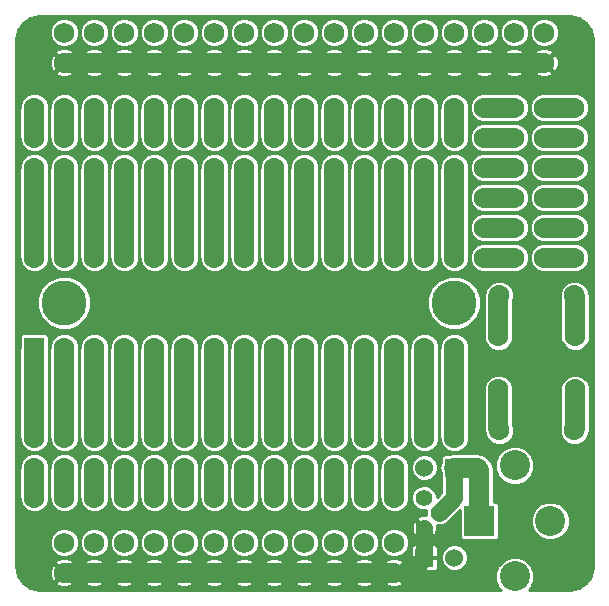
<source format=gtl>
G04 (created by PCBNEW-RS274X (2012-01-19 BZR 3256)-stable) date 4/28/2012 8:19:37 PM*
G01*
G70*
G90*
%MOIN*%
G04 Gerber Fmt 3.4, Leading zero omitted, Abs format*
%FSLAX34Y34*%
G04 APERTURE LIST*
%ADD10C,0.006000*%
%ADD11C,0.068000*%
%ADD12R,0.068000X0.068000*%
%ADD13C,0.100000*%
%ADD14R,0.100000X0.100000*%
%ADD15C,0.150000*%
%ADD16R,0.060000X0.060000*%
%ADD17C,0.060000*%
%ADD18C,0.055000*%
%ADD19C,0.010000*%
%ADD20C,0.055000*%
%ADD21C,0.068000*%
G04 APERTURE END LIST*
G54D10*
G54D11*
X52500Y-48000D03*
X53500Y-48000D03*
X54500Y-48000D03*
X55500Y-48000D03*
X56500Y-48000D03*
X57500Y-48000D03*
X58500Y-48000D03*
X51500Y-48000D03*
X50500Y-48000D03*
X49500Y-48000D03*
X48500Y-48000D03*
X47500Y-48000D03*
X61970Y-42886D03*
X61970Y-41114D03*
X64530Y-42886D03*
X64530Y-41114D03*
X62000Y-44250D03*
X47500Y-36500D03*
X47500Y-37500D03*
X47500Y-35500D03*
X48500Y-36500D03*
X48500Y-37500D03*
X48500Y-35500D03*
X49500Y-36500D03*
X49500Y-37500D03*
X49500Y-35500D03*
X50500Y-36500D03*
X50500Y-37500D03*
X50500Y-35500D03*
X51500Y-36500D03*
X51500Y-37500D03*
X51500Y-35500D03*
X52500Y-36500D03*
X52500Y-37500D03*
X52500Y-35500D03*
X53500Y-36500D03*
X53500Y-37500D03*
X53500Y-35500D03*
X54500Y-36500D03*
X54500Y-37500D03*
X54500Y-35500D03*
X55500Y-36500D03*
X55500Y-37500D03*
X55500Y-35500D03*
X56500Y-36500D03*
X56500Y-37500D03*
X56500Y-35500D03*
X57500Y-36500D03*
X57500Y-37500D03*
X57500Y-35500D03*
X58500Y-36500D03*
X58500Y-37500D03*
X58500Y-35500D03*
X59500Y-36500D03*
X59500Y-37500D03*
X59500Y-35500D03*
X60500Y-36500D03*
X60500Y-35500D03*
X56500Y-43500D03*
X56500Y-44500D03*
X56500Y-42500D03*
X60500Y-42500D03*
X60500Y-41500D03*
X63500Y-38500D03*
X63500Y-37500D03*
X63500Y-36500D03*
X63500Y-35500D03*
X63500Y-34500D03*
X63500Y-33500D03*
X64500Y-38500D03*
X64500Y-37500D03*
X64500Y-36500D03*
X64500Y-35500D03*
X64500Y-34500D03*
X64500Y-33500D03*
X46500Y-43500D03*
X46500Y-44500D03*
X46500Y-42500D03*
X47500Y-43500D03*
X47500Y-44500D03*
X47500Y-42500D03*
X48500Y-43500D03*
X48500Y-44500D03*
X48500Y-42500D03*
X49500Y-43500D03*
X49500Y-44500D03*
X49500Y-42500D03*
X50500Y-43500D03*
X50500Y-44500D03*
X50500Y-42500D03*
X51500Y-43500D03*
X51500Y-44500D03*
X51500Y-42500D03*
X52500Y-43500D03*
X52500Y-44500D03*
X52500Y-42500D03*
X53500Y-43500D03*
X53500Y-44500D03*
X53500Y-42500D03*
X54500Y-43500D03*
X54500Y-44500D03*
X54500Y-42500D03*
X55500Y-43500D03*
X55500Y-44500D03*
X55500Y-42500D03*
X57500Y-43500D03*
X57500Y-44500D03*
X57500Y-42500D03*
X58500Y-43500D03*
X58500Y-44500D03*
X58500Y-42500D03*
X59500Y-43500D03*
X59500Y-44500D03*
X59500Y-42500D03*
X60500Y-38500D03*
X60500Y-37500D03*
X62000Y-39750D03*
X60500Y-44500D03*
X60500Y-43500D03*
X46500Y-45500D03*
X47500Y-45500D03*
X48500Y-45500D03*
X49500Y-45500D03*
X50500Y-45500D03*
X51500Y-45500D03*
X52500Y-45500D03*
X52500Y-34500D03*
X51500Y-34500D03*
X50500Y-34500D03*
X49500Y-34500D03*
X48500Y-34500D03*
X47500Y-34500D03*
X46500Y-34500D03*
X46500Y-46500D03*
X47500Y-46500D03*
X48500Y-46500D03*
X49500Y-46500D03*
X50500Y-46500D03*
X51500Y-46500D03*
X52500Y-46500D03*
X52500Y-33500D03*
X51500Y-33500D03*
X50500Y-33500D03*
X49500Y-33500D03*
X48500Y-33500D03*
X47500Y-33500D03*
X46500Y-33500D03*
X55500Y-32000D03*
X56500Y-32000D03*
X57500Y-32000D03*
X58500Y-32000D03*
X59500Y-32000D03*
X60500Y-32000D03*
X61500Y-32000D03*
X62500Y-32000D03*
X63500Y-32000D03*
X47500Y-32000D03*
X48500Y-32000D03*
X54500Y-32000D03*
X53500Y-32000D03*
X52500Y-32000D03*
X51500Y-32000D03*
X50500Y-32000D03*
X49500Y-32000D03*
X55500Y-31000D03*
X56500Y-31000D03*
X57500Y-31000D03*
X58500Y-31000D03*
X59500Y-31000D03*
X60500Y-31000D03*
X61500Y-31000D03*
X62500Y-31000D03*
X63500Y-31000D03*
X47500Y-31000D03*
X48500Y-31000D03*
X54500Y-31000D03*
X53500Y-31000D03*
X52500Y-31000D03*
X51500Y-31000D03*
X50500Y-31000D03*
X49500Y-31000D03*
X60500Y-33500D03*
X59500Y-33500D03*
X58500Y-33500D03*
X57500Y-33500D03*
X56500Y-33500D03*
X55500Y-33500D03*
X54500Y-33500D03*
X53500Y-33500D03*
X60500Y-34500D03*
X59500Y-34500D03*
X58500Y-34500D03*
X57500Y-34500D03*
X56500Y-34500D03*
X55500Y-34500D03*
X54500Y-34500D03*
X53500Y-34500D03*
X47500Y-41500D03*
X48500Y-41500D03*
X49500Y-41500D03*
X50500Y-41500D03*
X51500Y-41500D03*
X52500Y-41500D03*
X53500Y-41500D03*
X54500Y-41500D03*
X55500Y-41500D03*
X56500Y-41500D03*
X57500Y-41500D03*
X58500Y-41500D03*
X59500Y-41500D03*
G54D12*
X46500Y-41500D03*
G54D11*
X59500Y-38500D03*
X58500Y-38500D03*
X57500Y-38500D03*
X56500Y-38500D03*
X55500Y-38500D03*
X54500Y-38500D03*
X53500Y-38500D03*
X52500Y-38500D03*
X51500Y-38500D03*
X50500Y-38500D03*
X49500Y-38500D03*
X48500Y-38500D03*
X47500Y-38500D03*
X46500Y-38500D03*
X46500Y-36500D03*
X46500Y-37500D03*
X46500Y-35500D03*
X64500Y-44250D03*
X64500Y-39750D03*
X61500Y-38500D03*
X61500Y-37500D03*
X61500Y-36500D03*
X61500Y-35500D03*
X61500Y-34500D03*
X61500Y-33500D03*
X62500Y-38500D03*
X62500Y-37500D03*
X62500Y-36500D03*
X62500Y-35500D03*
X62500Y-34500D03*
X62500Y-33500D03*
G54D13*
X63700Y-47275D03*
G54D14*
X61338Y-47275D03*
G54D13*
X62519Y-45425D03*
X62519Y-49125D03*
G54D15*
X60500Y-40000D03*
X47500Y-40000D03*
G54D16*
X60500Y-45500D03*
G54D17*
X59500Y-45500D03*
G54D16*
X59500Y-48500D03*
G54D17*
X60500Y-48500D03*
G54D11*
X58500Y-46500D03*
X57500Y-46500D03*
X56500Y-46500D03*
X55500Y-46500D03*
X54500Y-46500D03*
X53500Y-46500D03*
X58500Y-45500D03*
X57500Y-45500D03*
X56500Y-45500D03*
X55500Y-45500D03*
X54500Y-45500D03*
X53500Y-45500D03*
G54D18*
X59500Y-46500D03*
X60000Y-47000D03*
X59500Y-47500D03*
G54D11*
X52500Y-49000D03*
X53500Y-49000D03*
X54500Y-49000D03*
X55500Y-49000D03*
X56500Y-49000D03*
X57500Y-49000D03*
X58500Y-49000D03*
X51500Y-49000D03*
X50500Y-49000D03*
X49500Y-49000D03*
X48500Y-49000D03*
X47500Y-49000D03*
G54D19*
X47000Y-41000D02*
X47000Y-48500D01*
G54D20*
X59000Y-49000D02*
X58500Y-49000D01*
X59500Y-47500D02*
X59500Y-48500D01*
G54D19*
X47500Y-32000D02*
X47000Y-32500D01*
G54D21*
X51500Y-32000D02*
X52500Y-32000D01*
X48500Y-32000D02*
X49500Y-32000D01*
X50500Y-49000D02*
X51500Y-49000D01*
X55500Y-32000D02*
X56500Y-32000D01*
X60500Y-32000D02*
X61500Y-32000D01*
X51500Y-49000D02*
X52500Y-49000D01*
X57500Y-49000D02*
X58500Y-49000D01*
X59500Y-32000D02*
X60500Y-32000D01*
X61500Y-32000D02*
X62500Y-32000D01*
G54D19*
X47000Y-32500D02*
X47000Y-39000D01*
G54D21*
X49500Y-32000D02*
X50500Y-32000D01*
G54D19*
X47000Y-48500D02*
X47500Y-49000D01*
G54D21*
X47500Y-49000D02*
X48500Y-49000D01*
X62500Y-32000D02*
X63500Y-32000D01*
X47500Y-32000D02*
X48500Y-32000D01*
X53500Y-32000D02*
X54500Y-32000D01*
X50500Y-32000D02*
X51500Y-32000D01*
X56500Y-49000D02*
X57500Y-49000D01*
X54500Y-49000D02*
X55500Y-49000D01*
X58500Y-32000D02*
X59500Y-32000D01*
X49500Y-49000D02*
X50500Y-49000D01*
X54500Y-32000D02*
X55500Y-32000D01*
G54D19*
X46500Y-40500D02*
X47000Y-41000D01*
G54D21*
X56500Y-32000D02*
X57500Y-32000D01*
G54D19*
X47000Y-39000D02*
X46500Y-39500D01*
G54D21*
X52500Y-49000D02*
X53500Y-49000D01*
X53500Y-49000D02*
X54500Y-49000D01*
G54D19*
X46500Y-39500D02*
X46500Y-40500D01*
G54D21*
X57500Y-32000D02*
X58500Y-32000D01*
X52500Y-32000D02*
X53500Y-32000D01*
X55500Y-49000D02*
X56500Y-49000D01*
X48500Y-49000D02*
X49500Y-49000D01*
G54D20*
X59500Y-48500D02*
X59000Y-49000D01*
G54D21*
X52500Y-45500D02*
X52500Y-46500D01*
X51500Y-45500D02*
X51500Y-46500D01*
X50500Y-45500D02*
X50500Y-46500D01*
X49500Y-45500D02*
X49500Y-46500D01*
X48500Y-45500D02*
X48500Y-46500D01*
X60500Y-33500D02*
X60500Y-34500D01*
X59500Y-33500D02*
X59500Y-34500D01*
X58500Y-33500D02*
X58500Y-34500D01*
X57500Y-33500D02*
X57500Y-34500D01*
X56500Y-33500D02*
X56500Y-34500D01*
X55500Y-33500D02*
X55500Y-34500D01*
X54500Y-33500D02*
X54500Y-34500D01*
X53500Y-33500D02*
X53500Y-34500D01*
X63500Y-38500D02*
X64500Y-38500D01*
X63500Y-37500D02*
X64500Y-37500D01*
X63500Y-36500D02*
X64500Y-36500D01*
X63500Y-35500D02*
X64500Y-35500D01*
X63500Y-34500D02*
X64500Y-34500D01*
X63500Y-33500D02*
X64500Y-33500D01*
X52500Y-33500D02*
X52500Y-34500D01*
X51500Y-33500D02*
X51500Y-34500D01*
X50500Y-33500D02*
X50500Y-34500D01*
X49500Y-33500D02*
X49500Y-34500D01*
X48500Y-33500D02*
X48500Y-34500D01*
X47500Y-33500D02*
X47500Y-34500D01*
X46500Y-33500D02*
X46500Y-34500D01*
X46500Y-45500D02*
X46500Y-46500D01*
X47500Y-45500D02*
X47500Y-46500D01*
X51500Y-43500D02*
X51500Y-44500D01*
X51500Y-41500D02*
X51500Y-42500D01*
X51500Y-42500D02*
X51500Y-43500D01*
X50500Y-42500D02*
X50500Y-43500D01*
X50500Y-41500D02*
X50500Y-42500D01*
X50500Y-43500D02*
X50500Y-44500D01*
X49500Y-42500D02*
X49500Y-43500D01*
X49500Y-43500D02*
X49500Y-44500D01*
X49500Y-41500D02*
X49500Y-42500D01*
X48500Y-41500D02*
X48500Y-42500D01*
X48500Y-43500D02*
X48500Y-44500D01*
X48500Y-42500D02*
X48500Y-43500D01*
X47500Y-43500D02*
X47500Y-44500D01*
X47500Y-41500D02*
X47500Y-42500D01*
X47500Y-42500D02*
X47500Y-43500D01*
X46500Y-42500D02*
X46500Y-41500D01*
X46500Y-43500D02*
X46500Y-42500D01*
X46500Y-44500D02*
X46500Y-43500D01*
X58500Y-36500D02*
X58500Y-37500D01*
X58500Y-37500D02*
X58500Y-38500D01*
X58500Y-35500D02*
X58500Y-36500D01*
X52500Y-42500D02*
X52500Y-43500D01*
X52500Y-43500D02*
X52500Y-44500D01*
X52500Y-41500D02*
X52500Y-42500D01*
X53500Y-43500D02*
X53500Y-44500D01*
X53500Y-41500D02*
X53500Y-42500D01*
X53500Y-42500D02*
X53500Y-43500D01*
X54500Y-43500D02*
X54500Y-44500D01*
X54500Y-42500D02*
X54500Y-43500D01*
X54500Y-41500D02*
X54500Y-42500D01*
X55500Y-41500D02*
X55500Y-42500D01*
X55500Y-43500D02*
X55500Y-44500D01*
X55500Y-42500D02*
X55500Y-43500D01*
X54500Y-37500D02*
X54500Y-38500D01*
X54500Y-36500D02*
X54500Y-37500D01*
X54500Y-35500D02*
X54500Y-36500D01*
X56500Y-42500D02*
X56500Y-43500D01*
X56500Y-41500D02*
X56500Y-42500D01*
X56500Y-43500D02*
X56500Y-44500D01*
X53500Y-35500D02*
X53500Y-36500D01*
X53500Y-36500D02*
X53500Y-37500D01*
X53500Y-37500D02*
X53500Y-38500D01*
X57500Y-43500D02*
X57500Y-44500D01*
X57500Y-42500D02*
X57500Y-43500D01*
X57500Y-41500D02*
X57500Y-42500D01*
X52500Y-37500D02*
X52500Y-38500D01*
X52500Y-36500D02*
X52500Y-37500D01*
X52500Y-35500D02*
X52500Y-36500D01*
X58500Y-43500D02*
X58500Y-44500D01*
X58500Y-41500D02*
X58500Y-42500D01*
X58500Y-42500D02*
X58500Y-43500D01*
X51500Y-35500D02*
X51500Y-36500D01*
X51500Y-37500D02*
X51500Y-38500D01*
X51500Y-36500D02*
X51500Y-37500D01*
X59500Y-43500D02*
X59500Y-44500D01*
X59500Y-42500D02*
X59500Y-43500D01*
X59500Y-41500D02*
X59500Y-42500D01*
X50500Y-35500D02*
X50500Y-36500D01*
X50500Y-37500D02*
X50500Y-38500D01*
X50500Y-36500D02*
X50500Y-37500D01*
X59500Y-35500D02*
X59500Y-36500D01*
X59500Y-36500D02*
X59500Y-37500D01*
X59500Y-37500D02*
X59500Y-38500D01*
X49500Y-38500D02*
X49500Y-37500D01*
X49500Y-37500D02*
X49500Y-36500D01*
X49500Y-36500D02*
X49500Y-35500D01*
X48500Y-35500D02*
X48500Y-36500D01*
X48500Y-36500D02*
X48500Y-37500D01*
X48500Y-37500D02*
X48500Y-38500D01*
X57500Y-35500D02*
X57500Y-36500D01*
X57500Y-36500D02*
X57500Y-37500D01*
X57500Y-37500D02*
X57500Y-38500D01*
X47500Y-37500D02*
X47500Y-38500D01*
X47500Y-35500D02*
X47500Y-36500D01*
X47500Y-36500D02*
X47500Y-37500D01*
X56500Y-36500D02*
X56500Y-37500D01*
X56500Y-35500D02*
X56500Y-36500D01*
X56500Y-37500D02*
X56500Y-38500D01*
X46500Y-36500D02*
X46500Y-35500D01*
X46500Y-38500D02*
X46500Y-37500D01*
X46500Y-37500D02*
X46500Y-36500D01*
X55500Y-37500D02*
X55500Y-38500D01*
X55500Y-35500D02*
X55500Y-36500D01*
X55500Y-36500D02*
X55500Y-37500D01*
X60500Y-36500D02*
X60500Y-35500D01*
X60500Y-38500D02*
X60500Y-37500D01*
X60500Y-37500D02*
X60500Y-36500D01*
X60500Y-43500D02*
X60500Y-44500D01*
X60500Y-42500D02*
X60500Y-43500D01*
X60500Y-41500D02*
X60500Y-42500D01*
X54500Y-45500D02*
X54500Y-46500D01*
X56500Y-45500D02*
X56500Y-46500D01*
X58500Y-45500D02*
X58500Y-46500D01*
X57500Y-45500D02*
X57500Y-46500D01*
X55500Y-45500D02*
X55500Y-46500D01*
X53500Y-45500D02*
X53500Y-46500D01*
X61338Y-47275D02*
X61338Y-45588D01*
G54D20*
X60500Y-45500D02*
X60500Y-46500D01*
G54D21*
X61250Y-45500D02*
X60500Y-45500D01*
X61338Y-45588D02*
X61250Y-45500D01*
G54D20*
X60500Y-46500D02*
X60000Y-47000D01*
G54D21*
X61970Y-39780D02*
X62000Y-39750D01*
X64530Y-41114D02*
X64530Y-39780D01*
X64530Y-39780D02*
X64500Y-39750D01*
X61970Y-41114D02*
X61970Y-39780D01*
X62500Y-33500D02*
X61500Y-33500D01*
X61500Y-38500D02*
X62500Y-38500D01*
X61500Y-37500D02*
X62500Y-37500D01*
X61500Y-36500D02*
X62500Y-36500D01*
X61500Y-35500D02*
X62500Y-35500D01*
X61500Y-34500D02*
X62500Y-34500D01*
X61970Y-42886D02*
X61970Y-44220D01*
X64530Y-42886D02*
X64530Y-44220D01*
X64530Y-44220D02*
X64500Y-44250D01*
X61970Y-44220D02*
X62000Y-44250D01*
G54D10*
G36*
X65129Y-48799D02*
X65066Y-49108D01*
X65020Y-49176D01*
X65020Y-44220D01*
X65020Y-42886D01*
X65020Y-41114D01*
X65020Y-39780D01*
X64990Y-39627D01*
X64990Y-38500D01*
X64990Y-37500D01*
X64990Y-36500D01*
X64990Y-35500D01*
X64990Y-34500D01*
X64990Y-33500D01*
X64989Y-33494D01*
X64989Y-33403D01*
X64954Y-33318D01*
X64953Y-33312D01*
X64949Y-33306D01*
X64915Y-33223D01*
X64847Y-33155D01*
X64846Y-33154D01*
X64844Y-33152D01*
X64777Y-33086D01*
X64694Y-33051D01*
X64688Y-33047D01*
X64680Y-33045D01*
X64598Y-33011D01*
X64505Y-33011D01*
X64500Y-33010D01*
X63989Y-33010D01*
X63989Y-31098D01*
X63989Y-30903D01*
X63915Y-30723D01*
X63777Y-30586D01*
X63598Y-30511D01*
X63403Y-30511D01*
X63223Y-30585D01*
X63086Y-30723D01*
X63011Y-30902D01*
X63011Y-31097D01*
X63085Y-31277D01*
X63223Y-31414D01*
X63402Y-31489D01*
X63597Y-31489D01*
X63777Y-31415D01*
X63914Y-31277D01*
X63989Y-31098D01*
X63989Y-33010D01*
X63982Y-33010D01*
X63982Y-32090D01*
X63979Y-31898D01*
X63910Y-31733D01*
X63837Y-31698D01*
X63802Y-31733D01*
X63802Y-31663D01*
X63767Y-31590D01*
X63590Y-31518D01*
X63398Y-31521D01*
X63233Y-31590D01*
X63198Y-31663D01*
X63500Y-31965D01*
X63802Y-31663D01*
X63802Y-31733D01*
X63535Y-32000D01*
X63837Y-32302D01*
X63910Y-32267D01*
X63982Y-32090D01*
X63982Y-33010D01*
X63802Y-33010D01*
X63802Y-32337D01*
X63500Y-32035D01*
X63465Y-32070D01*
X63465Y-32000D01*
X63163Y-31698D01*
X63090Y-31733D01*
X63018Y-31910D01*
X63021Y-32102D01*
X63090Y-32267D01*
X63163Y-32302D01*
X63465Y-32000D01*
X63465Y-32070D01*
X63198Y-32337D01*
X63233Y-32410D01*
X63410Y-32482D01*
X63602Y-32479D01*
X63767Y-32410D01*
X63802Y-32337D01*
X63802Y-33010D01*
X63500Y-33010D01*
X63494Y-33011D01*
X63403Y-33011D01*
X63318Y-33045D01*
X63312Y-33047D01*
X63306Y-33050D01*
X63223Y-33085D01*
X63155Y-33152D01*
X63154Y-33154D01*
X63152Y-33155D01*
X63086Y-33223D01*
X63051Y-33305D01*
X63047Y-33312D01*
X63045Y-33319D01*
X63011Y-33402D01*
X63011Y-33494D01*
X63010Y-33500D01*
X63011Y-33505D01*
X63011Y-33597D01*
X63045Y-33681D01*
X63047Y-33688D01*
X63050Y-33693D01*
X63085Y-33777D01*
X63152Y-33844D01*
X63154Y-33846D01*
X63155Y-33847D01*
X63223Y-33914D01*
X63305Y-33948D01*
X63312Y-33953D01*
X63319Y-33954D01*
X63402Y-33989D01*
X63494Y-33989D01*
X63500Y-33990D01*
X64500Y-33990D01*
X64505Y-33989D01*
X64597Y-33989D01*
X64681Y-33954D01*
X64688Y-33953D01*
X64693Y-33949D01*
X64777Y-33915D01*
X64844Y-33847D01*
X64846Y-33846D01*
X64847Y-33844D01*
X64914Y-33777D01*
X64948Y-33694D01*
X64953Y-33688D01*
X64954Y-33680D01*
X64989Y-33598D01*
X64989Y-33505D01*
X64990Y-33500D01*
X64990Y-34500D01*
X64989Y-34494D01*
X64989Y-34403D01*
X64954Y-34318D01*
X64953Y-34312D01*
X64949Y-34306D01*
X64915Y-34223D01*
X64847Y-34155D01*
X64846Y-34154D01*
X64844Y-34152D01*
X64777Y-34086D01*
X64694Y-34051D01*
X64688Y-34047D01*
X64680Y-34045D01*
X64598Y-34011D01*
X64505Y-34011D01*
X64500Y-34010D01*
X63500Y-34010D01*
X63494Y-34011D01*
X63403Y-34011D01*
X63318Y-34045D01*
X63312Y-34047D01*
X63306Y-34050D01*
X63223Y-34085D01*
X63155Y-34152D01*
X63154Y-34154D01*
X63152Y-34155D01*
X63086Y-34223D01*
X63051Y-34305D01*
X63047Y-34312D01*
X63045Y-34319D01*
X63011Y-34402D01*
X63011Y-34494D01*
X63010Y-34500D01*
X63011Y-34505D01*
X63011Y-34597D01*
X63045Y-34681D01*
X63047Y-34688D01*
X63050Y-34693D01*
X63085Y-34777D01*
X63152Y-34844D01*
X63154Y-34846D01*
X63155Y-34847D01*
X63223Y-34914D01*
X63305Y-34948D01*
X63312Y-34953D01*
X63319Y-34954D01*
X63402Y-34989D01*
X63494Y-34989D01*
X63500Y-34990D01*
X64500Y-34990D01*
X64505Y-34989D01*
X64597Y-34989D01*
X64681Y-34954D01*
X64688Y-34953D01*
X64693Y-34949D01*
X64777Y-34915D01*
X64844Y-34847D01*
X64846Y-34846D01*
X64847Y-34844D01*
X64914Y-34777D01*
X64948Y-34694D01*
X64953Y-34688D01*
X64954Y-34680D01*
X64989Y-34598D01*
X64989Y-34505D01*
X64990Y-34500D01*
X64990Y-35500D01*
X64989Y-35494D01*
X64989Y-35403D01*
X64954Y-35318D01*
X64953Y-35312D01*
X64949Y-35306D01*
X64915Y-35223D01*
X64847Y-35155D01*
X64846Y-35154D01*
X64844Y-35152D01*
X64777Y-35086D01*
X64694Y-35051D01*
X64688Y-35047D01*
X64680Y-35045D01*
X64598Y-35011D01*
X64505Y-35011D01*
X64500Y-35010D01*
X63500Y-35010D01*
X63494Y-35011D01*
X63403Y-35011D01*
X63318Y-35045D01*
X63312Y-35047D01*
X63306Y-35050D01*
X63223Y-35085D01*
X63155Y-35152D01*
X63154Y-35154D01*
X63152Y-35155D01*
X63086Y-35223D01*
X63051Y-35305D01*
X63047Y-35312D01*
X63045Y-35319D01*
X63011Y-35402D01*
X63011Y-35494D01*
X63010Y-35500D01*
X63011Y-35505D01*
X63011Y-35597D01*
X63045Y-35681D01*
X63047Y-35688D01*
X63050Y-35693D01*
X63085Y-35777D01*
X63152Y-35844D01*
X63154Y-35846D01*
X63155Y-35847D01*
X63223Y-35914D01*
X63305Y-35948D01*
X63312Y-35953D01*
X63319Y-35954D01*
X63402Y-35989D01*
X63494Y-35989D01*
X63500Y-35990D01*
X64500Y-35990D01*
X64505Y-35989D01*
X64597Y-35989D01*
X64681Y-35954D01*
X64688Y-35953D01*
X64693Y-35949D01*
X64777Y-35915D01*
X64844Y-35847D01*
X64846Y-35846D01*
X64847Y-35844D01*
X64914Y-35777D01*
X64948Y-35694D01*
X64953Y-35688D01*
X64954Y-35680D01*
X64989Y-35598D01*
X64989Y-35505D01*
X64990Y-35500D01*
X64990Y-36500D01*
X64989Y-36494D01*
X64989Y-36403D01*
X64954Y-36318D01*
X64953Y-36312D01*
X64949Y-36306D01*
X64915Y-36223D01*
X64847Y-36155D01*
X64846Y-36154D01*
X64844Y-36152D01*
X64777Y-36086D01*
X64694Y-36051D01*
X64688Y-36047D01*
X64680Y-36045D01*
X64598Y-36011D01*
X64505Y-36011D01*
X64500Y-36010D01*
X63500Y-36010D01*
X63494Y-36011D01*
X63403Y-36011D01*
X63318Y-36045D01*
X63312Y-36047D01*
X63306Y-36050D01*
X63223Y-36085D01*
X63155Y-36152D01*
X63154Y-36154D01*
X63152Y-36155D01*
X63086Y-36223D01*
X63051Y-36305D01*
X63047Y-36312D01*
X63045Y-36319D01*
X63011Y-36402D01*
X63011Y-36494D01*
X63010Y-36500D01*
X63011Y-36505D01*
X63011Y-36597D01*
X63045Y-36681D01*
X63047Y-36688D01*
X63050Y-36693D01*
X63085Y-36777D01*
X63152Y-36844D01*
X63154Y-36846D01*
X63155Y-36847D01*
X63223Y-36914D01*
X63305Y-36948D01*
X63312Y-36953D01*
X63319Y-36954D01*
X63402Y-36989D01*
X63494Y-36989D01*
X63500Y-36990D01*
X64500Y-36990D01*
X64505Y-36989D01*
X64597Y-36989D01*
X64681Y-36954D01*
X64688Y-36953D01*
X64693Y-36949D01*
X64777Y-36915D01*
X64844Y-36847D01*
X64846Y-36846D01*
X64847Y-36844D01*
X64914Y-36777D01*
X64948Y-36694D01*
X64953Y-36688D01*
X64954Y-36680D01*
X64989Y-36598D01*
X64989Y-36505D01*
X64990Y-36500D01*
X64990Y-37500D01*
X64989Y-37494D01*
X64989Y-37403D01*
X64954Y-37318D01*
X64953Y-37312D01*
X64949Y-37306D01*
X64915Y-37223D01*
X64847Y-37155D01*
X64846Y-37154D01*
X64844Y-37152D01*
X64777Y-37086D01*
X64694Y-37051D01*
X64688Y-37047D01*
X64680Y-37045D01*
X64598Y-37011D01*
X64505Y-37011D01*
X64500Y-37010D01*
X63500Y-37010D01*
X63494Y-37011D01*
X63403Y-37011D01*
X63318Y-37045D01*
X63312Y-37047D01*
X63306Y-37050D01*
X63223Y-37085D01*
X63155Y-37152D01*
X63154Y-37154D01*
X63152Y-37155D01*
X63086Y-37223D01*
X63051Y-37305D01*
X63047Y-37312D01*
X63045Y-37319D01*
X63011Y-37402D01*
X63011Y-37494D01*
X63010Y-37500D01*
X63011Y-37505D01*
X63011Y-37597D01*
X63045Y-37681D01*
X63047Y-37688D01*
X63050Y-37693D01*
X63085Y-37777D01*
X63152Y-37844D01*
X63154Y-37846D01*
X63155Y-37847D01*
X63223Y-37914D01*
X63305Y-37948D01*
X63312Y-37953D01*
X63319Y-37954D01*
X63402Y-37989D01*
X63494Y-37989D01*
X63500Y-37990D01*
X64500Y-37990D01*
X64505Y-37989D01*
X64597Y-37989D01*
X64681Y-37954D01*
X64688Y-37953D01*
X64693Y-37949D01*
X64777Y-37915D01*
X64844Y-37847D01*
X64846Y-37846D01*
X64847Y-37844D01*
X64914Y-37777D01*
X64948Y-37694D01*
X64953Y-37688D01*
X64954Y-37680D01*
X64989Y-37598D01*
X64989Y-37505D01*
X64990Y-37500D01*
X64990Y-38500D01*
X64989Y-38494D01*
X64989Y-38403D01*
X64954Y-38318D01*
X64953Y-38312D01*
X64949Y-38306D01*
X64915Y-38223D01*
X64847Y-38155D01*
X64846Y-38154D01*
X64844Y-38152D01*
X64777Y-38086D01*
X64694Y-38051D01*
X64688Y-38047D01*
X64680Y-38045D01*
X64598Y-38011D01*
X64505Y-38011D01*
X64500Y-38010D01*
X63500Y-38010D01*
X63494Y-38011D01*
X63403Y-38011D01*
X63318Y-38045D01*
X63312Y-38047D01*
X63306Y-38050D01*
X63223Y-38085D01*
X63155Y-38152D01*
X63154Y-38154D01*
X63152Y-38155D01*
X63086Y-38223D01*
X63051Y-38305D01*
X63047Y-38312D01*
X63045Y-38319D01*
X63011Y-38402D01*
X63011Y-38494D01*
X63010Y-38500D01*
X63011Y-38505D01*
X63011Y-38597D01*
X63045Y-38681D01*
X63047Y-38688D01*
X63050Y-38693D01*
X63085Y-38777D01*
X63152Y-38844D01*
X63154Y-38846D01*
X63155Y-38847D01*
X63223Y-38914D01*
X63305Y-38948D01*
X63312Y-38953D01*
X63319Y-38954D01*
X63402Y-38989D01*
X63494Y-38989D01*
X63500Y-38990D01*
X64500Y-38990D01*
X64505Y-38989D01*
X64597Y-38989D01*
X64681Y-38954D01*
X64688Y-38953D01*
X64693Y-38949D01*
X64777Y-38915D01*
X64844Y-38847D01*
X64846Y-38846D01*
X64847Y-38844D01*
X64914Y-38777D01*
X64948Y-38694D01*
X64953Y-38688D01*
X64954Y-38680D01*
X64989Y-38598D01*
X64989Y-38505D01*
X64990Y-38500D01*
X64990Y-39627D01*
X64983Y-39592D01*
X64934Y-39520D01*
X64933Y-39519D01*
X64915Y-39473D01*
X64878Y-39436D01*
X64876Y-39434D01*
X64876Y-39433D01*
X64846Y-39404D01*
X64844Y-39402D01*
X64777Y-39336D01*
X64692Y-39300D01*
X64687Y-39297D01*
X64681Y-39295D01*
X64598Y-39261D01*
X64500Y-39261D01*
X64403Y-39261D01*
X64317Y-39296D01*
X64313Y-39297D01*
X64309Y-39299D01*
X64223Y-39335D01*
X64155Y-39402D01*
X64154Y-39404D01*
X64152Y-39405D01*
X64086Y-39473D01*
X64050Y-39557D01*
X64047Y-39563D01*
X64045Y-39568D01*
X64011Y-39652D01*
X64011Y-39750D01*
X64011Y-39847D01*
X64040Y-39917D01*
X64040Y-41114D01*
X64041Y-41119D01*
X64041Y-41211D01*
X64075Y-41295D01*
X64077Y-41302D01*
X64080Y-41307D01*
X64115Y-41391D01*
X64182Y-41458D01*
X64184Y-41460D01*
X64185Y-41461D01*
X64253Y-41528D01*
X64335Y-41562D01*
X64342Y-41567D01*
X64349Y-41568D01*
X64432Y-41603D01*
X64524Y-41603D01*
X64530Y-41604D01*
X64535Y-41603D01*
X64627Y-41603D01*
X64711Y-41568D01*
X64718Y-41567D01*
X64723Y-41563D01*
X64807Y-41529D01*
X64874Y-41461D01*
X64876Y-41460D01*
X64877Y-41458D01*
X64944Y-41391D01*
X64978Y-41308D01*
X64983Y-41302D01*
X64984Y-41294D01*
X65019Y-41212D01*
X65019Y-41119D01*
X65020Y-41114D01*
X65020Y-42886D01*
X65019Y-42880D01*
X65019Y-42789D01*
X64984Y-42704D01*
X64983Y-42698D01*
X64979Y-42692D01*
X64945Y-42609D01*
X64877Y-42541D01*
X64876Y-42540D01*
X64874Y-42538D01*
X64807Y-42472D01*
X64724Y-42437D01*
X64718Y-42433D01*
X64710Y-42431D01*
X64628Y-42397D01*
X64535Y-42397D01*
X64530Y-42396D01*
X64524Y-42397D01*
X64433Y-42397D01*
X64348Y-42431D01*
X64342Y-42433D01*
X64336Y-42436D01*
X64253Y-42471D01*
X64185Y-42538D01*
X64184Y-42540D01*
X64182Y-42541D01*
X64116Y-42609D01*
X64081Y-42691D01*
X64077Y-42698D01*
X64075Y-42705D01*
X64041Y-42788D01*
X64041Y-42880D01*
X64040Y-42886D01*
X64040Y-44082D01*
X64011Y-44152D01*
X64011Y-44250D01*
X64011Y-44347D01*
X64046Y-44432D01*
X64047Y-44437D01*
X64049Y-44440D01*
X64085Y-44527D01*
X64152Y-44594D01*
X64154Y-44596D01*
X64155Y-44597D01*
X64223Y-44664D01*
X64307Y-44699D01*
X64313Y-44703D01*
X64318Y-44704D01*
X64402Y-44739D01*
X64500Y-44739D01*
X64597Y-44739D01*
X64682Y-44703D01*
X64687Y-44703D01*
X64690Y-44700D01*
X64777Y-44665D01*
X64844Y-44597D01*
X64846Y-44596D01*
X64876Y-44567D01*
X64876Y-44566D01*
X64879Y-44561D01*
X64914Y-44527D01*
X64932Y-44483D01*
X64932Y-44482D01*
X64983Y-44408D01*
X65019Y-44220D01*
X65020Y-44220D01*
X65020Y-49176D01*
X64903Y-49352D01*
X64660Y-49515D01*
X64349Y-49577D01*
X64349Y-47404D01*
X64349Y-47146D01*
X64250Y-46907D01*
X64068Y-46725D01*
X63829Y-46626D01*
X63571Y-46626D01*
X63332Y-46725D01*
X63168Y-46889D01*
X63168Y-45554D01*
X63168Y-45296D01*
X63069Y-45057D01*
X62990Y-44978D01*
X62990Y-38500D01*
X62990Y-37500D01*
X62990Y-36500D01*
X62990Y-35500D01*
X62990Y-34500D01*
X62990Y-33500D01*
X62989Y-33494D01*
X62989Y-33403D01*
X62989Y-31098D01*
X62989Y-30903D01*
X62915Y-30723D01*
X62777Y-30586D01*
X62598Y-30511D01*
X62403Y-30511D01*
X62223Y-30585D01*
X62086Y-30723D01*
X62011Y-30902D01*
X62011Y-31097D01*
X62085Y-31277D01*
X62223Y-31414D01*
X62402Y-31489D01*
X62597Y-31489D01*
X62777Y-31415D01*
X62914Y-31277D01*
X62989Y-31098D01*
X62989Y-33403D01*
X62982Y-33386D01*
X62982Y-32090D01*
X62979Y-31898D01*
X62910Y-31733D01*
X62837Y-31698D01*
X62802Y-31733D01*
X62802Y-31663D01*
X62767Y-31590D01*
X62590Y-31518D01*
X62398Y-31521D01*
X62233Y-31590D01*
X62198Y-31663D01*
X62500Y-31965D01*
X62802Y-31663D01*
X62802Y-31733D01*
X62535Y-32000D01*
X62837Y-32302D01*
X62910Y-32267D01*
X62982Y-32090D01*
X62982Y-33386D01*
X62954Y-33318D01*
X62953Y-33312D01*
X62949Y-33306D01*
X62915Y-33223D01*
X62847Y-33155D01*
X62846Y-33154D01*
X62844Y-33152D01*
X62802Y-33110D01*
X62802Y-32337D01*
X62500Y-32035D01*
X62465Y-32070D01*
X62465Y-32000D01*
X62163Y-31698D01*
X62090Y-31733D01*
X62018Y-31910D01*
X62021Y-32102D01*
X62090Y-32267D01*
X62163Y-32302D01*
X62465Y-32000D01*
X62465Y-32070D01*
X62198Y-32337D01*
X62233Y-32410D01*
X62410Y-32482D01*
X62602Y-32479D01*
X62767Y-32410D01*
X62802Y-32337D01*
X62802Y-33110D01*
X62777Y-33086D01*
X62694Y-33051D01*
X62688Y-33047D01*
X62680Y-33045D01*
X62598Y-33011D01*
X62505Y-33011D01*
X62500Y-33010D01*
X61989Y-33010D01*
X61989Y-31098D01*
X61989Y-30903D01*
X61915Y-30723D01*
X61777Y-30586D01*
X61598Y-30511D01*
X61403Y-30511D01*
X61223Y-30585D01*
X61086Y-30723D01*
X61011Y-30902D01*
X61011Y-31097D01*
X61085Y-31277D01*
X61223Y-31414D01*
X61402Y-31489D01*
X61597Y-31489D01*
X61777Y-31415D01*
X61914Y-31277D01*
X61989Y-31098D01*
X61989Y-33010D01*
X61982Y-33010D01*
X61982Y-32090D01*
X61979Y-31898D01*
X61910Y-31733D01*
X61837Y-31698D01*
X61802Y-31733D01*
X61802Y-31663D01*
X61767Y-31590D01*
X61590Y-31518D01*
X61398Y-31521D01*
X61233Y-31590D01*
X61198Y-31663D01*
X61500Y-31965D01*
X61802Y-31663D01*
X61802Y-31733D01*
X61535Y-32000D01*
X61837Y-32302D01*
X61910Y-32267D01*
X61982Y-32090D01*
X61982Y-33010D01*
X61802Y-33010D01*
X61802Y-32337D01*
X61500Y-32035D01*
X61465Y-32070D01*
X61465Y-32000D01*
X61163Y-31698D01*
X61090Y-31733D01*
X61018Y-31910D01*
X61021Y-32102D01*
X61090Y-32267D01*
X61163Y-32302D01*
X61465Y-32000D01*
X61465Y-32070D01*
X61198Y-32337D01*
X61233Y-32410D01*
X61410Y-32482D01*
X61602Y-32479D01*
X61767Y-32410D01*
X61802Y-32337D01*
X61802Y-33010D01*
X61500Y-33010D01*
X61494Y-33011D01*
X61403Y-33011D01*
X61318Y-33045D01*
X61312Y-33047D01*
X61306Y-33050D01*
X61223Y-33085D01*
X61155Y-33152D01*
X61154Y-33154D01*
X61152Y-33155D01*
X61086Y-33223D01*
X61051Y-33305D01*
X61047Y-33312D01*
X61045Y-33319D01*
X61011Y-33402D01*
X61011Y-33494D01*
X61010Y-33500D01*
X61011Y-33505D01*
X61011Y-33597D01*
X61045Y-33681D01*
X61047Y-33688D01*
X61050Y-33693D01*
X61085Y-33777D01*
X61152Y-33844D01*
X61154Y-33846D01*
X61155Y-33847D01*
X61223Y-33914D01*
X61305Y-33948D01*
X61312Y-33953D01*
X61319Y-33954D01*
X61402Y-33989D01*
X61494Y-33989D01*
X61500Y-33990D01*
X62500Y-33990D01*
X62505Y-33989D01*
X62597Y-33989D01*
X62681Y-33954D01*
X62688Y-33953D01*
X62693Y-33949D01*
X62777Y-33915D01*
X62844Y-33847D01*
X62846Y-33846D01*
X62847Y-33844D01*
X62914Y-33777D01*
X62948Y-33694D01*
X62953Y-33688D01*
X62954Y-33680D01*
X62989Y-33598D01*
X62989Y-33505D01*
X62990Y-33500D01*
X62990Y-34500D01*
X62989Y-34494D01*
X62989Y-34403D01*
X62954Y-34318D01*
X62953Y-34312D01*
X62949Y-34306D01*
X62915Y-34223D01*
X62847Y-34155D01*
X62846Y-34154D01*
X62844Y-34152D01*
X62777Y-34086D01*
X62694Y-34051D01*
X62688Y-34047D01*
X62680Y-34045D01*
X62598Y-34011D01*
X62505Y-34011D01*
X62500Y-34010D01*
X61500Y-34010D01*
X61494Y-34011D01*
X61403Y-34011D01*
X61318Y-34045D01*
X61312Y-34047D01*
X61306Y-34050D01*
X61223Y-34085D01*
X61155Y-34152D01*
X61154Y-34154D01*
X61152Y-34155D01*
X61086Y-34223D01*
X61051Y-34305D01*
X61047Y-34312D01*
X61045Y-34319D01*
X61011Y-34402D01*
X61011Y-34494D01*
X61010Y-34500D01*
X61011Y-34505D01*
X61011Y-34597D01*
X61045Y-34681D01*
X61047Y-34688D01*
X61050Y-34693D01*
X61085Y-34777D01*
X61152Y-34844D01*
X61154Y-34846D01*
X61155Y-34847D01*
X61223Y-34914D01*
X61305Y-34948D01*
X61312Y-34953D01*
X61319Y-34954D01*
X61402Y-34989D01*
X61494Y-34989D01*
X61500Y-34990D01*
X62500Y-34990D01*
X62505Y-34989D01*
X62597Y-34989D01*
X62681Y-34954D01*
X62688Y-34953D01*
X62693Y-34949D01*
X62777Y-34915D01*
X62844Y-34847D01*
X62846Y-34846D01*
X62847Y-34844D01*
X62914Y-34777D01*
X62948Y-34694D01*
X62953Y-34688D01*
X62954Y-34680D01*
X62989Y-34598D01*
X62989Y-34505D01*
X62990Y-34500D01*
X62990Y-35500D01*
X62989Y-35494D01*
X62989Y-35403D01*
X62954Y-35318D01*
X62953Y-35312D01*
X62949Y-35306D01*
X62915Y-35223D01*
X62847Y-35155D01*
X62846Y-35154D01*
X62844Y-35152D01*
X62777Y-35086D01*
X62694Y-35051D01*
X62688Y-35047D01*
X62680Y-35045D01*
X62598Y-35011D01*
X62505Y-35011D01*
X62500Y-35010D01*
X61500Y-35010D01*
X61494Y-35011D01*
X61403Y-35011D01*
X61318Y-35045D01*
X61312Y-35047D01*
X61306Y-35050D01*
X61223Y-35085D01*
X61155Y-35152D01*
X61154Y-35154D01*
X61152Y-35155D01*
X61086Y-35223D01*
X61051Y-35305D01*
X61047Y-35312D01*
X61045Y-35319D01*
X61011Y-35402D01*
X61011Y-35494D01*
X61010Y-35500D01*
X61011Y-35505D01*
X61011Y-35597D01*
X61045Y-35681D01*
X61047Y-35688D01*
X61050Y-35693D01*
X61085Y-35777D01*
X61152Y-35844D01*
X61154Y-35846D01*
X61155Y-35847D01*
X61223Y-35914D01*
X61305Y-35948D01*
X61312Y-35953D01*
X61319Y-35954D01*
X61402Y-35989D01*
X61494Y-35989D01*
X61500Y-35990D01*
X62500Y-35990D01*
X62505Y-35989D01*
X62597Y-35989D01*
X62681Y-35954D01*
X62688Y-35953D01*
X62693Y-35949D01*
X62777Y-35915D01*
X62844Y-35847D01*
X62846Y-35846D01*
X62847Y-35844D01*
X62914Y-35777D01*
X62948Y-35694D01*
X62953Y-35688D01*
X62954Y-35680D01*
X62989Y-35598D01*
X62989Y-35505D01*
X62990Y-35500D01*
X62990Y-36500D01*
X62989Y-36494D01*
X62989Y-36403D01*
X62954Y-36318D01*
X62953Y-36312D01*
X62949Y-36306D01*
X62915Y-36223D01*
X62847Y-36155D01*
X62846Y-36154D01*
X62844Y-36152D01*
X62777Y-36086D01*
X62694Y-36051D01*
X62688Y-36047D01*
X62680Y-36045D01*
X62598Y-36011D01*
X62505Y-36011D01*
X62500Y-36010D01*
X61500Y-36010D01*
X61494Y-36011D01*
X61403Y-36011D01*
X61318Y-36045D01*
X61312Y-36047D01*
X61306Y-36050D01*
X61223Y-36085D01*
X61155Y-36152D01*
X61154Y-36154D01*
X61152Y-36155D01*
X61086Y-36223D01*
X61051Y-36305D01*
X61047Y-36312D01*
X61045Y-36319D01*
X61011Y-36402D01*
X61011Y-36494D01*
X61010Y-36500D01*
X61011Y-36505D01*
X61011Y-36597D01*
X61045Y-36681D01*
X61047Y-36688D01*
X61050Y-36693D01*
X61085Y-36777D01*
X61152Y-36844D01*
X61154Y-36846D01*
X61155Y-36847D01*
X61223Y-36914D01*
X61305Y-36948D01*
X61312Y-36953D01*
X61319Y-36954D01*
X61402Y-36989D01*
X61494Y-36989D01*
X61500Y-36990D01*
X62500Y-36990D01*
X62505Y-36989D01*
X62597Y-36989D01*
X62681Y-36954D01*
X62688Y-36953D01*
X62693Y-36949D01*
X62777Y-36915D01*
X62844Y-36847D01*
X62846Y-36846D01*
X62847Y-36844D01*
X62914Y-36777D01*
X62948Y-36694D01*
X62953Y-36688D01*
X62954Y-36680D01*
X62989Y-36598D01*
X62989Y-36505D01*
X62990Y-36500D01*
X62990Y-37500D01*
X62989Y-37494D01*
X62989Y-37403D01*
X62954Y-37318D01*
X62953Y-37312D01*
X62949Y-37306D01*
X62915Y-37223D01*
X62847Y-37155D01*
X62846Y-37154D01*
X62844Y-37152D01*
X62777Y-37086D01*
X62694Y-37051D01*
X62688Y-37047D01*
X62680Y-37045D01*
X62598Y-37011D01*
X62505Y-37011D01*
X62500Y-37010D01*
X61500Y-37010D01*
X61494Y-37011D01*
X61403Y-37011D01*
X61318Y-37045D01*
X61312Y-37047D01*
X61306Y-37050D01*
X61223Y-37085D01*
X61155Y-37152D01*
X61154Y-37154D01*
X61152Y-37155D01*
X61086Y-37223D01*
X61051Y-37305D01*
X61047Y-37312D01*
X61045Y-37319D01*
X61011Y-37402D01*
X61011Y-37494D01*
X61010Y-37500D01*
X61011Y-37505D01*
X61011Y-37597D01*
X61045Y-37681D01*
X61047Y-37688D01*
X61050Y-37693D01*
X61085Y-37777D01*
X61152Y-37844D01*
X61154Y-37846D01*
X61155Y-37847D01*
X61223Y-37914D01*
X61305Y-37948D01*
X61312Y-37953D01*
X61319Y-37954D01*
X61402Y-37989D01*
X61494Y-37989D01*
X61500Y-37990D01*
X62500Y-37990D01*
X62505Y-37989D01*
X62597Y-37989D01*
X62681Y-37954D01*
X62688Y-37953D01*
X62693Y-37949D01*
X62777Y-37915D01*
X62844Y-37847D01*
X62846Y-37846D01*
X62847Y-37844D01*
X62914Y-37777D01*
X62948Y-37694D01*
X62953Y-37688D01*
X62954Y-37680D01*
X62989Y-37598D01*
X62989Y-37505D01*
X62990Y-37500D01*
X62990Y-38500D01*
X62989Y-38494D01*
X62989Y-38403D01*
X62954Y-38318D01*
X62953Y-38312D01*
X62949Y-38306D01*
X62915Y-38223D01*
X62847Y-38155D01*
X62846Y-38154D01*
X62844Y-38152D01*
X62777Y-38086D01*
X62694Y-38051D01*
X62688Y-38047D01*
X62680Y-38045D01*
X62598Y-38011D01*
X62505Y-38011D01*
X62500Y-38010D01*
X61500Y-38010D01*
X61494Y-38011D01*
X61403Y-38011D01*
X61318Y-38045D01*
X61312Y-38047D01*
X61306Y-38050D01*
X61223Y-38085D01*
X61155Y-38152D01*
X61154Y-38154D01*
X61152Y-38155D01*
X61086Y-38223D01*
X61051Y-38305D01*
X61047Y-38312D01*
X61045Y-38319D01*
X61011Y-38402D01*
X61011Y-38494D01*
X61010Y-38500D01*
X61011Y-38505D01*
X61011Y-38597D01*
X61045Y-38681D01*
X61047Y-38688D01*
X61050Y-38693D01*
X61085Y-38777D01*
X61152Y-38844D01*
X61154Y-38846D01*
X61155Y-38847D01*
X61223Y-38914D01*
X61305Y-38948D01*
X61312Y-38953D01*
X61319Y-38954D01*
X61402Y-38989D01*
X61494Y-38989D01*
X61500Y-38990D01*
X62500Y-38990D01*
X62505Y-38989D01*
X62597Y-38989D01*
X62681Y-38954D01*
X62688Y-38953D01*
X62693Y-38949D01*
X62777Y-38915D01*
X62844Y-38847D01*
X62846Y-38846D01*
X62847Y-38844D01*
X62914Y-38777D01*
X62948Y-38694D01*
X62953Y-38688D01*
X62954Y-38680D01*
X62989Y-38598D01*
X62989Y-38505D01*
X62990Y-38500D01*
X62990Y-44978D01*
X62887Y-44875D01*
X62648Y-44776D01*
X62489Y-44776D01*
X62489Y-44348D01*
X62489Y-44250D01*
X62489Y-44153D01*
X62489Y-39848D01*
X62489Y-39750D01*
X62489Y-39653D01*
X62453Y-39567D01*
X62453Y-39563D01*
X62450Y-39559D01*
X62415Y-39473D01*
X62347Y-39405D01*
X62346Y-39404D01*
X62344Y-39402D01*
X62277Y-39336D01*
X62192Y-39300D01*
X62187Y-39297D01*
X62181Y-39295D01*
X62098Y-39261D01*
X62000Y-39261D01*
X61903Y-39261D01*
X61818Y-39295D01*
X61812Y-39297D01*
X61806Y-39300D01*
X61723Y-39335D01*
X61657Y-39400D01*
X61653Y-39404D01*
X61624Y-39434D01*
X61622Y-39436D01*
X61586Y-39473D01*
X61567Y-39517D01*
X61566Y-39519D01*
X61517Y-39592D01*
X61480Y-39780D01*
X61480Y-41114D01*
X61481Y-41119D01*
X61481Y-41211D01*
X61515Y-41295D01*
X61517Y-41302D01*
X61520Y-41307D01*
X61555Y-41391D01*
X61622Y-41458D01*
X61624Y-41460D01*
X61625Y-41461D01*
X61693Y-41528D01*
X61775Y-41562D01*
X61782Y-41567D01*
X61789Y-41568D01*
X61872Y-41603D01*
X61964Y-41603D01*
X61970Y-41604D01*
X61975Y-41603D01*
X62067Y-41603D01*
X62151Y-41568D01*
X62158Y-41567D01*
X62163Y-41563D01*
X62247Y-41529D01*
X62314Y-41461D01*
X62316Y-41460D01*
X62317Y-41458D01*
X62384Y-41391D01*
X62418Y-41308D01*
X62423Y-41302D01*
X62424Y-41294D01*
X62459Y-41212D01*
X62459Y-41119D01*
X62460Y-41114D01*
X62460Y-39917D01*
X62489Y-39848D01*
X62489Y-44153D01*
X62460Y-44082D01*
X62460Y-42886D01*
X62459Y-42880D01*
X62459Y-42789D01*
X62424Y-42704D01*
X62423Y-42698D01*
X62419Y-42692D01*
X62385Y-42609D01*
X62317Y-42541D01*
X62316Y-42540D01*
X62314Y-42538D01*
X62247Y-42472D01*
X62164Y-42437D01*
X62158Y-42433D01*
X62150Y-42431D01*
X62068Y-42397D01*
X61975Y-42397D01*
X61970Y-42396D01*
X61964Y-42397D01*
X61873Y-42397D01*
X61788Y-42431D01*
X61782Y-42433D01*
X61776Y-42436D01*
X61693Y-42471D01*
X61625Y-42538D01*
X61624Y-42540D01*
X61622Y-42541D01*
X61556Y-42609D01*
X61521Y-42691D01*
X61517Y-42698D01*
X61515Y-42705D01*
X61481Y-42788D01*
X61481Y-42880D01*
X61480Y-42886D01*
X61480Y-44220D01*
X61517Y-44408D01*
X61564Y-44478D01*
X61565Y-44479D01*
X61585Y-44527D01*
X61623Y-44565D01*
X61624Y-44566D01*
X61653Y-44596D01*
X61657Y-44599D01*
X61723Y-44664D01*
X61805Y-44698D01*
X61812Y-44703D01*
X61819Y-44704D01*
X61902Y-44739D01*
X62000Y-44739D01*
X62097Y-44739D01*
X62182Y-44703D01*
X62187Y-44703D01*
X62190Y-44700D01*
X62277Y-44665D01*
X62344Y-44597D01*
X62346Y-44596D01*
X62347Y-44594D01*
X62414Y-44527D01*
X62449Y-44442D01*
X62453Y-44437D01*
X62454Y-44431D01*
X62489Y-44348D01*
X62489Y-44776D01*
X62390Y-44776D01*
X62151Y-44875D01*
X61969Y-45057D01*
X61870Y-45296D01*
X61870Y-45554D01*
X61969Y-45793D01*
X62151Y-45975D01*
X62390Y-46074D01*
X62648Y-46074D01*
X62887Y-45975D01*
X63069Y-45793D01*
X63168Y-45554D01*
X63168Y-46889D01*
X63150Y-46907D01*
X63051Y-47146D01*
X63051Y-47404D01*
X63150Y-47643D01*
X63332Y-47825D01*
X63571Y-47924D01*
X63829Y-47924D01*
X64068Y-47825D01*
X64250Y-47643D01*
X64349Y-47404D01*
X64349Y-49577D01*
X64346Y-49578D01*
X62984Y-49578D01*
X63069Y-49493D01*
X63168Y-49254D01*
X63168Y-48996D01*
X63069Y-48757D01*
X62887Y-48575D01*
X62648Y-48476D01*
X62390Y-48476D01*
X62151Y-48575D01*
X61987Y-48739D01*
X61987Y-47804D01*
X61987Y-47745D01*
X61987Y-46745D01*
X61964Y-46690D01*
X61922Y-46648D01*
X61867Y-46626D01*
X61828Y-46626D01*
X61828Y-45588D01*
X61791Y-45400D01*
X61684Y-45242D01*
X61684Y-45241D01*
X61596Y-45154D01*
X61438Y-45047D01*
X61400Y-45039D01*
X61400Y-40180D01*
X61400Y-39822D01*
X61263Y-39491D01*
X61011Y-39238D01*
X60990Y-39229D01*
X60990Y-38500D01*
X60990Y-37500D01*
X60990Y-36500D01*
X60990Y-35500D01*
X60990Y-34500D01*
X60990Y-33500D01*
X60989Y-33494D01*
X60989Y-33403D01*
X60989Y-31098D01*
X60989Y-30903D01*
X60915Y-30723D01*
X60777Y-30586D01*
X60598Y-30511D01*
X60403Y-30511D01*
X60223Y-30585D01*
X60086Y-30723D01*
X60011Y-30902D01*
X60011Y-31097D01*
X60085Y-31277D01*
X60223Y-31414D01*
X60402Y-31489D01*
X60597Y-31489D01*
X60777Y-31415D01*
X60914Y-31277D01*
X60989Y-31098D01*
X60989Y-33403D01*
X60982Y-33386D01*
X60982Y-32090D01*
X60979Y-31898D01*
X60910Y-31733D01*
X60837Y-31698D01*
X60802Y-31733D01*
X60802Y-31663D01*
X60767Y-31590D01*
X60590Y-31518D01*
X60398Y-31521D01*
X60233Y-31590D01*
X60198Y-31663D01*
X60500Y-31965D01*
X60802Y-31663D01*
X60802Y-31733D01*
X60535Y-32000D01*
X60837Y-32302D01*
X60910Y-32267D01*
X60982Y-32090D01*
X60982Y-33386D01*
X60954Y-33318D01*
X60953Y-33312D01*
X60949Y-33306D01*
X60915Y-33223D01*
X60847Y-33155D01*
X60846Y-33154D01*
X60844Y-33152D01*
X60802Y-33110D01*
X60802Y-32337D01*
X60500Y-32035D01*
X60465Y-32070D01*
X60465Y-32000D01*
X60163Y-31698D01*
X60090Y-31733D01*
X60018Y-31910D01*
X60021Y-32102D01*
X60090Y-32267D01*
X60163Y-32302D01*
X60465Y-32000D01*
X60465Y-32070D01*
X60198Y-32337D01*
X60233Y-32410D01*
X60410Y-32482D01*
X60602Y-32479D01*
X60767Y-32410D01*
X60802Y-32337D01*
X60802Y-33110D01*
X60777Y-33086D01*
X60694Y-33051D01*
X60688Y-33047D01*
X60680Y-33045D01*
X60598Y-33011D01*
X60505Y-33011D01*
X60500Y-33010D01*
X60494Y-33011D01*
X60403Y-33011D01*
X60318Y-33045D01*
X60312Y-33047D01*
X60306Y-33050D01*
X60223Y-33085D01*
X60155Y-33152D01*
X60154Y-33154D01*
X60152Y-33155D01*
X60086Y-33223D01*
X60051Y-33305D01*
X60047Y-33312D01*
X60045Y-33319D01*
X60011Y-33402D01*
X60011Y-33494D01*
X60010Y-33500D01*
X60010Y-34500D01*
X60011Y-34505D01*
X60011Y-34597D01*
X60045Y-34681D01*
X60047Y-34688D01*
X60050Y-34693D01*
X60085Y-34777D01*
X60152Y-34844D01*
X60154Y-34846D01*
X60155Y-34847D01*
X60223Y-34914D01*
X60305Y-34948D01*
X60312Y-34953D01*
X60319Y-34954D01*
X60402Y-34989D01*
X60494Y-34989D01*
X60500Y-34990D01*
X60505Y-34989D01*
X60597Y-34989D01*
X60681Y-34954D01*
X60688Y-34953D01*
X60693Y-34949D01*
X60777Y-34915D01*
X60844Y-34847D01*
X60846Y-34846D01*
X60847Y-34844D01*
X60914Y-34777D01*
X60948Y-34694D01*
X60953Y-34688D01*
X60954Y-34680D01*
X60989Y-34598D01*
X60989Y-34505D01*
X60990Y-34500D01*
X60990Y-35500D01*
X60989Y-35494D01*
X60989Y-35403D01*
X60954Y-35318D01*
X60953Y-35312D01*
X60949Y-35306D01*
X60915Y-35223D01*
X60847Y-35155D01*
X60846Y-35154D01*
X60844Y-35152D01*
X60777Y-35086D01*
X60694Y-35051D01*
X60688Y-35047D01*
X60680Y-35045D01*
X60598Y-35011D01*
X60505Y-35011D01*
X60500Y-35010D01*
X60494Y-35011D01*
X60403Y-35011D01*
X60318Y-35045D01*
X60312Y-35047D01*
X60306Y-35050D01*
X60223Y-35085D01*
X60155Y-35152D01*
X60154Y-35154D01*
X60152Y-35155D01*
X60086Y-35223D01*
X60051Y-35305D01*
X60047Y-35312D01*
X60045Y-35319D01*
X60011Y-35402D01*
X60011Y-35494D01*
X60010Y-35500D01*
X60010Y-36500D01*
X60010Y-37500D01*
X60010Y-38500D01*
X60011Y-38505D01*
X60011Y-38597D01*
X60045Y-38681D01*
X60047Y-38688D01*
X60050Y-38693D01*
X60085Y-38777D01*
X60152Y-38844D01*
X60154Y-38846D01*
X60155Y-38847D01*
X60223Y-38914D01*
X60305Y-38948D01*
X60312Y-38953D01*
X60319Y-38954D01*
X60402Y-38989D01*
X60494Y-38989D01*
X60500Y-38990D01*
X60505Y-38989D01*
X60597Y-38989D01*
X60681Y-38954D01*
X60688Y-38953D01*
X60693Y-38949D01*
X60777Y-38915D01*
X60844Y-38847D01*
X60846Y-38846D01*
X60847Y-38844D01*
X60914Y-38777D01*
X60948Y-38694D01*
X60953Y-38688D01*
X60954Y-38680D01*
X60989Y-38598D01*
X60989Y-38505D01*
X60990Y-38500D01*
X60990Y-39229D01*
X60680Y-39100D01*
X60322Y-39100D01*
X59991Y-39237D01*
X59990Y-39237D01*
X59990Y-38500D01*
X59990Y-37500D01*
X59990Y-36500D01*
X59990Y-35500D01*
X59990Y-34500D01*
X59990Y-33500D01*
X59989Y-33494D01*
X59989Y-33403D01*
X59989Y-31098D01*
X59989Y-30903D01*
X59915Y-30723D01*
X59777Y-30586D01*
X59598Y-30511D01*
X59403Y-30511D01*
X59223Y-30585D01*
X59086Y-30723D01*
X59011Y-30902D01*
X59011Y-31097D01*
X59085Y-31277D01*
X59223Y-31414D01*
X59402Y-31489D01*
X59597Y-31489D01*
X59777Y-31415D01*
X59914Y-31277D01*
X59989Y-31098D01*
X59989Y-33403D01*
X59982Y-33386D01*
X59982Y-32090D01*
X59979Y-31898D01*
X59910Y-31733D01*
X59837Y-31698D01*
X59802Y-31733D01*
X59802Y-31663D01*
X59767Y-31590D01*
X59590Y-31518D01*
X59398Y-31521D01*
X59233Y-31590D01*
X59198Y-31663D01*
X59500Y-31965D01*
X59802Y-31663D01*
X59802Y-31733D01*
X59535Y-32000D01*
X59837Y-32302D01*
X59910Y-32267D01*
X59982Y-32090D01*
X59982Y-33386D01*
X59954Y-33318D01*
X59953Y-33312D01*
X59949Y-33306D01*
X59915Y-33223D01*
X59847Y-33155D01*
X59846Y-33154D01*
X59844Y-33152D01*
X59802Y-33110D01*
X59802Y-32337D01*
X59500Y-32035D01*
X59465Y-32070D01*
X59465Y-32000D01*
X59163Y-31698D01*
X59090Y-31733D01*
X59018Y-31910D01*
X59021Y-32102D01*
X59090Y-32267D01*
X59163Y-32302D01*
X59465Y-32000D01*
X59465Y-32070D01*
X59198Y-32337D01*
X59233Y-32410D01*
X59410Y-32482D01*
X59602Y-32479D01*
X59767Y-32410D01*
X59802Y-32337D01*
X59802Y-33110D01*
X59777Y-33086D01*
X59694Y-33051D01*
X59688Y-33047D01*
X59680Y-33045D01*
X59598Y-33011D01*
X59505Y-33011D01*
X59500Y-33010D01*
X59494Y-33011D01*
X59403Y-33011D01*
X59318Y-33045D01*
X59312Y-33047D01*
X59306Y-33050D01*
X59223Y-33085D01*
X59155Y-33152D01*
X59154Y-33154D01*
X59152Y-33155D01*
X59086Y-33223D01*
X59051Y-33305D01*
X59047Y-33312D01*
X59045Y-33319D01*
X59011Y-33402D01*
X59011Y-33494D01*
X59010Y-33500D01*
X59010Y-34500D01*
X59011Y-34505D01*
X59011Y-34597D01*
X59045Y-34681D01*
X59047Y-34688D01*
X59050Y-34693D01*
X59085Y-34777D01*
X59152Y-34844D01*
X59154Y-34846D01*
X59155Y-34847D01*
X59223Y-34914D01*
X59305Y-34948D01*
X59312Y-34953D01*
X59319Y-34954D01*
X59402Y-34989D01*
X59494Y-34989D01*
X59500Y-34990D01*
X59505Y-34989D01*
X59597Y-34989D01*
X59681Y-34954D01*
X59688Y-34953D01*
X59693Y-34949D01*
X59777Y-34915D01*
X59844Y-34847D01*
X59846Y-34846D01*
X59847Y-34844D01*
X59914Y-34777D01*
X59948Y-34694D01*
X59953Y-34688D01*
X59954Y-34680D01*
X59989Y-34598D01*
X59989Y-34505D01*
X59990Y-34500D01*
X59990Y-35500D01*
X59989Y-35494D01*
X59989Y-35403D01*
X59954Y-35318D01*
X59953Y-35312D01*
X59949Y-35306D01*
X59915Y-35223D01*
X59847Y-35155D01*
X59846Y-35154D01*
X59844Y-35152D01*
X59777Y-35086D01*
X59694Y-35051D01*
X59688Y-35047D01*
X59680Y-35045D01*
X59598Y-35011D01*
X59505Y-35011D01*
X59500Y-35010D01*
X59494Y-35011D01*
X59403Y-35011D01*
X59318Y-35045D01*
X59312Y-35047D01*
X59306Y-35050D01*
X59223Y-35085D01*
X59155Y-35152D01*
X59154Y-35154D01*
X59152Y-35155D01*
X59086Y-35223D01*
X59051Y-35305D01*
X59047Y-35312D01*
X59045Y-35319D01*
X59011Y-35402D01*
X59011Y-35494D01*
X59010Y-35500D01*
X59010Y-36500D01*
X59010Y-37500D01*
X59010Y-38500D01*
X59011Y-38505D01*
X59011Y-38597D01*
X59045Y-38681D01*
X59047Y-38688D01*
X59050Y-38693D01*
X59085Y-38777D01*
X59152Y-38844D01*
X59154Y-38846D01*
X59155Y-38847D01*
X59223Y-38914D01*
X59305Y-38948D01*
X59312Y-38953D01*
X59319Y-38954D01*
X59402Y-38989D01*
X59494Y-38989D01*
X59500Y-38990D01*
X59505Y-38989D01*
X59597Y-38989D01*
X59681Y-38954D01*
X59688Y-38953D01*
X59693Y-38949D01*
X59777Y-38915D01*
X59844Y-38847D01*
X59846Y-38846D01*
X59847Y-38844D01*
X59914Y-38777D01*
X59948Y-38694D01*
X59953Y-38688D01*
X59954Y-38680D01*
X59989Y-38598D01*
X59989Y-38505D01*
X59990Y-38500D01*
X59990Y-39237D01*
X59738Y-39489D01*
X59600Y-39820D01*
X59600Y-40178D01*
X59737Y-40509D01*
X59989Y-40762D01*
X60320Y-40900D01*
X60678Y-40900D01*
X61009Y-40763D01*
X61262Y-40511D01*
X61400Y-40180D01*
X61400Y-45039D01*
X61250Y-45010D01*
X60990Y-45010D01*
X60990Y-44500D01*
X60990Y-43500D01*
X60990Y-42500D01*
X60990Y-41500D01*
X60989Y-41494D01*
X60989Y-41403D01*
X60954Y-41318D01*
X60953Y-41312D01*
X60949Y-41306D01*
X60915Y-41223D01*
X60847Y-41155D01*
X60846Y-41154D01*
X60844Y-41152D01*
X60777Y-41086D01*
X60694Y-41051D01*
X60688Y-41047D01*
X60680Y-41045D01*
X60598Y-41011D01*
X60505Y-41011D01*
X60500Y-41010D01*
X60494Y-41011D01*
X60403Y-41011D01*
X60318Y-41045D01*
X60312Y-41047D01*
X60306Y-41050D01*
X60223Y-41085D01*
X60155Y-41152D01*
X60154Y-41154D01*
X60152Y-41155D01*
X60086Y-41223D01*
X60051Y-41305D01*
X60047Y-41312D01*
X60045Y-41319D01*
X60011Y-41402D01*
X60011Y-41494D01*
X60010Y-41500D01*
X60010Y-42500D01*
X60010Y-43500D01*
X60010Y-44500D01*
X60011Y-44505D01*
X60011Y-44597D01*
X60045Y-44681D01*
X60047Y-44688D01*
X60050Y-44693D01*
X60085Y-44777D01*
X60152Y-44844D01*
X60154Y-44846D01*
X60155Y-44847D01*
X60223Y-44914D01*
X60305Y-44948D01*
X60312Y-44953D01*
X60319Y-44954D01*
X60402Y-44989D01*
X60494Y-44989D01*
X60500Y-44990D01*
X60505Y-44989D01*
X60597Y-44989D01*
X60681Y-44954D01*
X60688Y-44953D01*
X60693Y-44949D01*
X60777Y-44915D01*
X60844Y-44847D01*
X60846Y-44846D01*
X60847Y-44844D01*
X60914Y-44777D01*
X60948Y-44694D01*
X60953Y-44688D01*
X60954Y-44680D01*
X60989Y-44598D01*
X60989Y-44505D01*
X60990Y-44500D01*
X60990Y-45010D01*
X60500Y-45010D01*
X60312Y-45047D01*
X60306Y-45051D01*
X60170Y-45051D01*
X60115Y-45074D01*
X60073Y-45116D01*
X60051Y-45171D01*
X60051Y-45230D01*
X60051Y-45306D01*
X60047Y-45312D01*
X60010Y-45500D01*
X60047Y-45688D01*
X60051Y-45693D01*
X60051Y-45830D01*
X60074Y-45885D01*
X60075Y-45886D01*
X60075Y-46323D01*
X59990Y-46408D01*
X59990Y-44500D01*
X59990Y-43500D01*
X59990Y-42500D01*
X59990Y-41500D01*
X59989Y-41494D01*
X59989Y-41403D01*
X59954Y-41318D01*
X59953Y-41312D01*
X59949Y-41306D01*
X59915Y-41223D01*
X59847Y-41155D01*
X59846Y-41154D01*
X59844Y-41152D01*
X59777Y-41086D01*
X59694Y-41051D01*
X59688Y-41047D01*
X59680Y-41045D01*
X59598Y-41011D01*
X59505Y-41011D01*
X59500Y-41010D01*
X59494Y-41011D01*
X59403Y-41011D01*
X59318Y-41045D01*
X59312Y-41047D01*
X59306Y-41050D01*
X59223Y-41085D01*
X59155Y-41152D01*
X59154Y-41154D01*
X59152Y-41155D01*
X59086Y-41223D01*
X59051Y-41305D01*
X59047Y-41312D01*
X59045Y-41319D01*
X59011Y-41402D01*
X59011Y-41494D01*
X59010Y-41500D01*
X59010Y-42500D01*
X59010Y-43500D01*
X59010Y-44500D01*
X59011Y-44505D01*
X59011Y-44597D01*
X59045Y-44681D01*
X59047Y-44688D01*
X59050Y-44693D01*
X59085Y-44777D01*
X59152Y-44844D01*
X59154Y-44846D01*
X59155Y-44847D01*
X59223Y-44914D01*
X59305Y-44948D01*
X59312Y-44953D01*
X59319Y-44954D01*
X59402Y-44989D01*
X59494Y-44989D01*
X59500Y-44990D01*
X59505Y-44989D01*
X59597Y-44989D01*
X59681Y-44954D01*
X59688Y-44953D01*
X59693Y-44949D01*
X59777Y-44915D01*
X59844Y-44847D01*
X59846Y-44846D01*
X59847Y-44844D01*
X59914Y-44777D01*
X59948Y-44694D01*
X59953Y-44688D01*
X59954Y-44680D01*
X59989Y-44598D01*
X59989Y-44505D01*
X59990Y-44500D01*
X59990Y-46408D01*
X59949Y-46449D01*
X59949Y-45590D01*
X59949Y-45411D01*
X59881Y-45246D01*
X59755Y-45120D01*
X59590Y-45051D01*
X59411Y-45051D01*
X59246Y-45119D01*
X59120Y-45245D01*
X59051Y-45410D01*
X59051Y-45589D01*
X59119Y-45754D01*
X59245Y-45880D01*
X59410Y-45949D01*
X59589Y-45949D01*
X59754Y-45881D01*
X59880Y-45755D01*
X59949Y-45590D01*
X59949Y-46449D01*
X59925Y-46473D01*
X59925Y-46416D01*
X59861Y-46260D01*
X59741Y-46140D01*
X59585Y-46075D01*
X59416Y-46075D01*
X59260Y-46139D01*
X59140Y-46259D01*
X59075Y-46415D01*
X59075Y-46584D01*
X59139Y-46740D01*
X59259Y-46860D01*
X59415Y-46925D01*
X59575Y-46925D01*
X59575Y-46995D01*
X59574Y-47000D01*
X59575Y-47004D01*
X59575Y-47081D01*
X59409Y-47085D01*
X59271Y-47142D01*
X59244Y-47209D01*
X59500Y-47465D01*
X59500Y-47464D01*
X59535Y-47499D01*
X59535Y-47500D01*
X59791Y-47756D01*
X59858Y-47729D01*
X59919Y-47575D01*
X59915Y-47425D01*
X59995Y-47425D01*
X60000Y-47426D01*
X60004Y-47425D01*
X60084Y-47425D01*
X60161Y-47393D01*
X60163Y-47393D01*
X60164Y-47391D01*
X60240Y-47361D01*
X60298Y-47303D01*
X60301Y-47301D01*
X60360Y-47241D01*
X60689Y-46912D01*
X60689Y-47805D01*
X60712Y-47860D01*
X60754Y-47902D01*
X60809Y-47924D01*
X60868Y-47924D01*
X61868Y-47924D01*
X61923Y-47901D01*
X61965Y-47859D01*
X61987Y-47804D01*
X61987Y-48739D01*
X61969Y-48757D01*
X61870Y-48996D01*
X61870Y-49254D01*
X61969Y-49493D01*
X62054Y-49578D01*
X60949Y-49578D01*
X60949Y-48590D01*
X60949Y-48411D01*
X60881Y-48246D01*
X60755Y-48120D01*
X60590Y-48051D01*
X60411Y-48051D01*
X60246Y-48119D01*
X60120Y-48245D01*
X60051Y-48410D01*
X60051Y-48589D01*
X60119Y-48754D01*
X60245Y-48880D01*
X60410Y-48949D01*
X60589Y-48949D01*
X60754Y-48881D01*
X60880Y-48755D01*
X60949Y-48590D01*
X60949Y-49578D01*
X59950Y-49578D01*
X59950Y-48562D01*
X59950Y-48438D01*
X59949Y-48230D01*
X59949Y-48171D01*
X59927Y-48116D01*
X59885Y-48074D01*
X59830Y-48051D01*
X59756Y-48050D01*
X59756Y-47791D01*
X59500Y-47535D01*
X59465Y-47570D01*
X59465Y-47500D01*
X59209Y-47244D01*
X59142Y-47271D01*
X59081Y-47425D01*
X59085Y-47591D01*
X59142Y-47729D01*
X59209Y-47756D01*
X59465Y-47500D01*
X59465Y-47570D01*
X59244Y-47791D01*
X59271Y-47858D01*
X59425Y-47919D01*
X59591Y-47915D01*
X59729Y-47858D01*
X59756Y-47791D01*
X59756Y-48050D01*
X59562Y-48050D01*
X59525Y-48087D01*
X59525Y-48475D01*
X59913Y-48475D01*
X59950Y-48438D01*
X59950Y-48562D01*
X59913Y-48525D01*
X59525Y-48525D01*
X59525Y-48913D01*
X59562Y-48950D01*
X59830Y-48949D01*
X59885Y-48926D01*
X59927Y-48884D01*
X59949Y-48829D01*
X59949Y-48770D01*
X59950Y-48562D01*
X59950Y-49578D01*
X59475Y-49578D01*
X59475Y-48913D01*
X59475Y-48525D01*
X59475Y-48475D01*
X59475Y-48087D01*
X59438Y-48050D01*
X59170Y-48051D01*
X59115Y-48074D01*
X59073Y-48116D01*
X59051Y-48171D01*
X59051Y-48230D01*
X59050Y-48438D01*
X59087Y-48475D01*
X59475Y-48475D01*
X59475Y-48525D01*
X59087Y-48525D01*
X59050Y-48562D01*
X59051Y-48770D01*
X59051Y-48829D01*
X59073Y-48884D01*
X59115Y-48926D01*
X59170Y-48949D01*
X59438Y-48950D01*
X59475Y-48913D01*
X59475Y-49578D01*
X58990Y-49578D01*
X58990Y-46500D01*
X58990Y-45500D01*
X58990Y-44500D01*
X58990Y-43500D01*
X58990Y-42500D01*
X58990Y-41500D01*
X58990Y-38500D01*
X58990Y-37500D01*
X58990Y-36500D01*
X58990Y-35500D01*
X58990Y-34500D01*
X58990Y-33500D01*
X58989Y-33494D01*
X58989Y-33403D01*
X58989Y-31098D01*
X58989Y-30903D01*
X58915Y-30723D01*
X58777Y-30586D01*
X58598Y-30511D01*
X58403Y-30511D01*
X58223Y-30585D01*
X58086Y-30723D01*
X58011Y-30902D01*
X58011Y-31097D01*
X58085Y-31277D01*
X58223Y-31414D01*
X58402Y-31489D01*
X58597Y-31489D01*
X58777Y-31415D01*
X58914Y-31277D01*
X58989Y-31098D01*
X58989Y-33403D01*
X58982Y-33386D01*
X58982Y-32090D01*
X58979Y-31898D01*
X58910Y-31733D01*
X58837Y-31698D01*
X58802Y-31733D01*
X58802Y-31663D01*
X58767Y-31590D01*
X58590Y-31518D01*
X58398Y-31521D01*
X58233Y-31590D01*
X58198Y-31663D01*
X58500Y-31965D01*
X58802Y-31663D01*
X58802Y-31733D01*
X58535Y-32000D01*
X58837Y-32302D01*
X58910Y-32267D01*
X58982Y-32090D01*
X58982Y-33386D01*
X58954Y-33318D01*
X58953Y-33312D01*
X58949Y-33306D01*
X58915Y-33223D01*
X58847Y-33155D01*
X58846Y-33154D01*
X58844Y-33152D01*
X58802Y-33110D01*
X58802Y-32337D01*
X58500Y-32035D01*
X58465Y-32070D01*
X58465Y-32000D01*
X58163Y-31698D01*
X58090Y-31733D01*
X58018Y-31910D01*
X58021Y-32102D01*
X58090Y-32267D01*
X58163Y-32302D01*
X58465Y-32000D01*
X58465Y-32070D01*
X58198Y-32337D01*
X58233Y-32410D01*
X58410Y-32482D01*
X58602Y-32479D01*
X58767Y-32410D01*
X58802Y-32337D01*
X58802Y-33110D01*
X58777Y-33086D01*
X58694Y-33051D01*
X58688Y-33047D01*
X58680Y-33045D01*
X58598Y-33011D01*
X58505Y-33011D01*
X58500Y-33010D01*
X58494Y-33011D01*
X58403Y-33011D01*
X58318Y-33045D01*
X58312Y-33047D01*
X58306Y-33050D01*
X58223Y-33085D01*
X58155Y-33152D01*
X58154Y-33154D01*
X58152Y-33155D01*
X58086Y-33223D01*
X58051Y-33305D01*
X58047Y-33312D01*
X58045Y-33319D01*
X58011Y-33402D01*
X58011Y-33494D01*
X58010Y-33500D01*
X58010Y-34500D01*
X58011Y-34505D01*
X58011Y-34597D01*
X58045Y-34681D01*
X58047Y-34688D01*
X58050Y-34693D01*
X58085Y-34777D01*
X58152Y-34844D01*
X58154Y-34846D01*
X58155Y-34847D01*
X58223Y-34914D01*
X58305Y-34948D01*
X58312Y-34953D01*
X58319Y-34954D01*
X58402Y-34989D01*
X58494Y-34989D01*
X58500Y-34990D01*
X58505Y-34989D01*
X58597Y-34989D01*
X58681Y-34954D01*
X58688Y-34953D01*
X58693Y-34949D01*
X58777Y-34915D01*
X58844Y-34847D01*
X58846Y-34846D01*
X58847Y-34844D01*
X58914Y-34777D01*
X58948Y-34694D01*
X58953Y-34688D01*
X58954Y-34680D01*
X58989Y-34598D01*
X58989Y-34505D01*
X58990Y-34500D01*
X58990Y-35500D01*
X58989Y-35494D01*
X58989Y-35403D01*
X58954Y-35318D01*
X58953Y-35312D01*
X58949Y-35306D01*
X58915Y-35223D01*
X58847Y-35155D01*
X58846Y-35154D01*
X58844Y-35152D01*
X58777Y-35086D01*
X58694Y-35051D01*
X58688Y-35047D01*
X58680Y-35045D01*
X58598Y-35011D01*
X58505Y-35011D01*
X58500Y-35010D01*
X58494Y-35011D01*
X58403Y-35011D01*
X58318Y-35045D01*
X58312Y-35047D01*
X58306Y-35050D01*
X58223Y-35085D01*
X58155Y-35152D01*
X58154Y-35154D01*
X58152Y-35155D01*
X58086Y-35223D01*
X58051Y-35305D01*
X58047Y-35312D01*
X58045Y-35319D01*
X58011Y-35402D01*
X58011Y-35494D01*
X58010Y-35500D01*
X58010Y-36500D01*
X58010Y-37500D01*
X58010Y-38500D01*
X58011Y-38505D01*
X58011Y-38597D01*
X58045Y-38681D01*
X58047Y-38688D01*
X58050Y-38693D01*
X58085Y-38777D01*
X58152Y-38844D01*
X58154Y-38846D01*
X58155Y-38847D01*
X58223Y-38914D01*
X58305Y-38948D01*
X58312Y-38953D01*
X58319Y-38954D01*
X58402Y-38989D01*
X58494Y-38989D01*
X58500Y-38990D01*
X58505Y-38989D01*
X58597Y-38989D01*
X58681Y-38954D01*
X58688Y-38953D01*
X58693Y-38949D01*
X58777Y-38915D01*
X58844Y-38847D01*
X58846Y-38846D01*
X58847Y-38844D01*
X58914Y-38777D01*
X58948Y-38694D01*
X58953Y-38688D01*
X58954Y-38680D01*
X58989Y-38598D01*
X58989Y-38505D01*
X58990Y-38500D01*
X58990Y-41500D01*
X58989Y-41494D01*
X58989Y-41403D01*
X58954Y-41318D01*
X58953Y-41312D01*
X58949Y-41306D01*
X58915Y-41223D01*
X58847Y-41155D01*
X58846Y-41154D01*
X58844Y-41152D01*
X58777Y-41086D01*
X58694Y-41051D01*
X58688Y-41047D01*
X58680Y-41045D01*
X58598Y-41011D01*
X58505Y-41011D01*
X58500Y-41010D01*
X58494Y-41011D01*
X58403Y-41011D01*
X58318Y-41045D01*
X58312Y-41047D01*
X58306Y-41050D01*
X58223Y-41085D01*
X58155Y-41152D01*
X58154Y-41154D01*
X58152Y-41155D01*
X58086Y-41223D01*
X58051Y-41305D01*
X58047Y-41312D01*
X58045Y-41319D01*
X58011Y-41402D01*
X58011Y-41494D01*
X58010Y-41500D01*
X58010Y-42500D01*
X58010Y-43500D01*
X58010Y-44500D01*
X58011Y-44505D01*
X58011Y-44597D01*
X58045Y-44681D01*
X58047Y-44688D01*
X58050Y-44693D01*
X58085Y-44777D01*
X58152Y-44844D01*
X58154Y-44846D01*
X58155Y-44847D01*
X58223Y-44914D01*
X58305Y-44948D01*
X58312Y-44953D01*
X58319Y-44954D01*
X58402Y-44989D01*
X58494Y-44989D01*
X58500Y-44990D01*
X58505Y-44989D01*
X58597Y-44989D01*
X58681Y-44954D01*
X58688Y-44953D01*
X58693Y-44949D01*
X58777Y-44915D01*
X58844Y-44847D01*
X58846Y-44846D01*
X58847Y-44844D01*
X58914Y-44777D01*
X58948Y-44694D01*
X58953Y-44688D01*
X58954Y-44680D01*
X58989Y-44598D01*
X58989Y-44505D01*
X58990Y-44500D01*
X58990Y-45500D01*
X58989Y-45494D01*
X58989Y-45403D01*
X58954Y-45318D01*
X58953Y-45312D01*
X58949Y-45306D01*
X58915Y-45223D01*
X58847Y-45155D01*
X58846Y-45154D01*
X58844Y-45152D01*
X58777Y-45086D01*
X58694Y-45051D01*
X58688Y-45047D01*
X58680Y-45045D01*
X58598Y-45011D01*
X58505Y-45011D01*
X58500Y-45010D01*
X58494Y-45011D01*
X58403Y-45011D01*
X58318Y-45045D01*
X58312Y-45047D01*
X58306Y-45050D01*
X58223Y-45085D01*
X58155Y-45152D01*
X58154Y-45154D01*
X58152Y-45155D01*
X58086Y-45223D01*
X58051Y-45305D01*
X58047Y-45312D01*
X58045Y-45319D01*
X58011Y-45402D01*
X58011Y-45494D01*
X58010Y-45500D01*
X58010Y-46500D01*
X58011Y-46505D01*
X58011Y-46597D01*
X58045Y-46681D01*
X58047Y-46688D01*
X58050Y-46693D01*
X58085Y-46777D01*
X58152Y-46844D01*
X58154Y-46846D01*
X58155Y-46847D01*
X58223Y-46914D01*
X58305Y-46948D01*
X58312Y-46953D01*
X58319Y-46954D01*
X58402Y-46989D01*
X58494Y-46989D01*
X58500Y-46990D01*
X58505Y-46989D01*
X58597Y-46989D01*
X58681Y-46954D01*
X58688Y-46953D01*
X58693Y-46949D01*
X58777Y-46915D01*
X58844Y-46847D01*
X58846Y-46846D01*
X58847Y-46844D01*
X58914Y-46777D01*
X58948Y-46694D01*
X58953Y-46688D01*
X58954Y-46680D01*
X58989Y-46598D01*
X58989Y-46505D01*
X58990Y-46500D01*
X58990Y-49578D01*
X58989Y-49578D01*
X58989Y-48098D01*
X58989Y-47903D01*
X58915Y-47723D01*
X58777Y-47586D01*
X58598Y-47511D01*
X58403Y-47511D01*
X58223Y-47585D01*
X58086Y-47723D01*
X58011Y-47902D01*
X58011Y-48097D01*
X58085Y-48277D01*
X58223Y-48414D01*
X58402Y-48489D01*
X58597Y-48489D01*
X58777Y-48415D01*
X58914Y-48277D01*
X58989Y-48098D01*
X58989Y-49578D01*
X58982Y-49578D01*
X58982Y-49090D01*
X58979Y-48898D01*
X58910Y-48733D01*
X58837Y-48698D01*
X58802Y-48733D01*
X58802Y-48663D01*
X58767Y-48590D01*
X58590Y-48518D01*
X58398Y-48521D01*
X58233Y-48590D01*
X58198Y-48663D01*
X58500Y-48965D01*
X58802Y-48663D01*
X58802Y-48733D01*
X58535Y-49000D01*
X58837Y-49302D01*
X58910Y-49267D01*
X58982Y-49090D01*
X58982Y-49578D01*
X58802Y-49578D01*
X58802Y-49337D01*
X58500Y-49035D01*
X58465Y-49070D01*
X58465Y-49000D01*
X58163Y-48698D01*
X58090Y-48733D01*
X58018Y-48910D01*
X58021Y-49102D01*
X58090Y-49267D01*
X58163Y-49302D01*
X58465Y-49000D01*
X58465Y-49070D01*
X58198Y-49337D01*
X58233Y-49410D01*
X58410Y-49482D01*
X58602Y-49479D01*
X58767Y-49410D01*
X58802Y-49337D01*
X58802Y-49578D01*
X57990Y-49578D01*
X57990Y-46500D01*
X57990Y-45500D01*
X57990Y-44500D01*
X57990Y-43500D01*
X57990Y-42500D01*
X57990Y-41500D01*
X57990Y-38500D01*
X57990Y-37500D01*
X57990Y-36500D01*
X57990Y-35500D01*
X57990Y-34500D01*
X57990Y-33500D01*
X57989Y-33494D01*
X57989Y-33403D01*
X57989Y-31098D01*
X57989Y-30903D01*
X57915Y-30723D01*
X57777Y-30586D01*
X57598Y-30511D01*
X57403Y-30511D01*
X57223Y-30585D01*
X57086Y-30723D01*
X57011Y-30902D01*
X57011Y-31097D01*
X57085Y-31277D01*
X57223Y-31414D01*
X57402Y-31489D01*
X57597Y-31489D01*
X57777Y-31415D01*
X57914Y-31277D01*
X57989Y-31098D01*
X57989Y-33403D01*
X57982Y-33386D01*
X57982Y-32090D01*
X57979Y-31898D01*
X57910Y-31733D01*
X57837Y-31698D01*
X57802Y-31733D01*
X57802Y-31663D01*
X57767Y-31590D01*
X57590Y-31518D01*
X57398Y-31521D01*
X57233Y-31590D01*
X57198Y-31663D01*
X57500Y-31965D01*
X57802Y-31663D01*
X57802Y-31733D01*
X57535Y-32000D01*
X57837Y-32302D01*
X57910Y-32267D01*
X57982Y-32090D01*
X57982Y-33386D01*
X57954Y-33318D01*
X57953Y-33312D01*
X57949Y-33306D01*
X57915Y-33223D01*
X57847Y-33155D01*
X57846Y-33154D01*
X57844Y-33152D01*
X57802Y-33110D01*
X57802Y-32337D01*
X57500Y-32035D01*
X57465Y-32070D01*
X57465Y-32000D01*
X57163Y-31698D01*
X57090Y-31733D01*
X57018Y-31910D01*
X57021Y-32102D01*
X57090Y-32267D01*
X57163Y-32302D01*
X57465Y-32000D01*
X57465Y-32070D01*
X57198Y-32337D01*
X57233Y-32410D01*
X57410Y-32482D01*
X57602Y-32479D01*
X57767Y-32410D01*
X57802Y-32337D01*
X57802Y-33110D01*
X57777Y-33086D01*
X57694Y-33051D01*
X57688Y-33047D01*
X57680Y-33045D01*
X57598Y-33011D01*
X57505Y-33011D01*
X57500Y-33010D01*
X57494Y-33011D01*
X57403Y-33011D01*
X57318Y-33045D01*
X57312Y-33047D01*
X57306Y-33050D01*
X57223Y-33085D01*
X57155Y-33152D01*
X57154Y-33154D01*
X57152Y-33155D01*
X57086Y-33223D01*
X57051Y-33305D01*
X57047Y-33312D01*
X57045Y-33319D01*
X57011Y-33402D01*
X57011Y-33494D01*
X57010Y-33500D01*
X57010Y-34500D01*
X57011Y-34505D01*
X57011Y-34597D01*
X57045Y-34681D01*
X57047Y-34688D01*
X57050Y-34693D01*
X57085Y-34777D01*
X57152Y-34844D01*
X57154Y-34846D01*
X57155Y-34847D01*
X57223Y-34914D01*
X57305Y-34948D01*
X57312Y-34953D01*
X57319Y-34954D01*
X57402Y-34989D01*
X57494Y-34989D01*
X57500Y-34990D01*
X57505Y-34989D01*
X57597Y-34989D01*
X57681Y-34954D01*
X57688Y-34953D01*
X57693Y-34949D01*
X57777Y-34915D01*
X57844Y-34847D01*
X57846Y-34846D01*
X57847Y-34844D01*
X57914Y-34777D01*
X57948Y-34694D01*
X57953Y-34688D01*
X57954Y-34680D01*
X57989Y-34598D01*
X57989Y-34505D01*
X57990Y-34500D01*
X57990Y-35500D01*
X57989Y-35494D01*
X57989Y-35403D01*
X57954Y-35318D01*
X57953Y-35312D01*
X57949Y-35306D01*
X57915Y-35223D01*
X57847Y-35155D01*
X57846Y-35154D01*
X57844Y-35152D01*
X57777Y-35086D01*
X57694Y-35051D01*
X57688Y-35047D01*
X57680Y-35045D01*
X57598Y-35011D01*
X57505Y-35011D01*
X57500Y-35010D01*
X57494Y-35011D01*
X57403Y-35011D01*
X57318Y-35045D01*
X57312Y-35047D01*
X57306Y-35050D01*
X57223Y-35085D01*
X57155Y-35152D01*
X57154Y-35154D01*
X57152Y-35155D01*
X57086Y-35223D01*
X57051Y-35305D01*
X57047Y-35312D01*
X57045Y-35319D01*
X57011Y-35402D01*
X57011Y-35494D01*
X57010Y-35500D01*
X57010Y-36500D01*
X57010Y-37500D01*
X57010Y-38500D01*
X57011Y-38505D01*
X57011Y-38597D01*
X57045Y-38681D01*
X57047Y-38688D01*
X57050Y-38693D01*
X57085Y-38777D01*
X57152Y-38844D01*
X57154Y-38846D01*
X57155Y-38847D01*
X57223Y-38914D01*
X57305Y-38948D01*
X57312Y-38953D01*
X57319Y-38954D01*
X57402Y-38989D01*
X57494Y-38989D01*
X57500Y-38990D01*
X57505Y-38989D01*
X57597Y-38989D01*
X57681Y-38954D01*
X57688Y-38953D01*
X57693Y-38949D01*
X57777Y-38915D01*
X57844Y-38847D01*
X57846Y-38846D01*
X57847Y-38844D01*
X57914Y-38777D01*
X57948Y-38694D01*
X57953Y-38688D01*
X57954Y-38680D01*
X57989Y-38598D01*
X57989Y-38505D01*
X57990Y-38500D01*
X57990Y-41500D01*
X57989Y-41494D01*
X57989Y-41403D01*
X57954Y-41318D01*
X57953Y-41312D01*
X57949Y-41306D01*
X57915Y-41223D01*
X57847Y-41155D01*
X57846Y-41154D01*
X57844Y-41152D01*
X57777Y-41086D01*
X57694Y-41051D01*
X57688Y-41047D01*
X57680Y-41045D01*
X57598Y-41011D01*
X57505Y-41011D01*
X57500Y-41010D01*
X57494Y-41011D01*
X57403Y-41011D01*
X57318Y-41045D01*
X57312Y-41047D01*
X57306Y-41050D01*
X57223Y-41085D01*
X57155Y-41152D01*
X57154Y-41154D01*
X57152Y-41155D01*
X57086Y-41223D01*
X57051Y-41305D01*
X57047Y-41312D01*
X57045Y-41319D01*
X57011Y-41402D01*
X57011Y-41494D01*
X57010Y-41500D01*
X57010Y-42500D01*
X57010Y-43500D01*
X57010Y-44500D01*
X57011Y-44505D01*
X57011Y-44597D01*
X57045Y-44681D01*
X57047Y-44688D01*
X57050Y-44693D01*
X57085Y-44777D01*
X57152Y-44844D01*
X57154Y-44846D01*
X57155Y-44847D01*
X57223Y-44914D01*
X57305Y-44948D01*
X57312Y-44953D01*
X57319Y-44954D01*
X57402Y-44989D01*
X57494Y-44989D01*
X57500Y-44990D01*
X57505Y-44989D01*
X57597Y-44989D01*
X57681Y-44954D01*
X57688Y-44953D01*
X57693Y-44949D01*
X57777Y-44915D01*
X57844Y-44847D01*
X57846Y-44846D01*
X57847Y-44844D01*
X57914Y-44777D01*
X57948Y-44694D01*
X57953Y-44688D01*
X57954Y-44680D01*
X57989Y-44598D01*
X57989Y-44505D01*
X57990Y-44500D01*
X57990Y-45500D01*
X57989Y-45494D01*
X57989Y-45403D01*
X57954Y-45318D01*
X57953Y-45312D01*
X57949Y-45306D01*
X57915Y-45223D01*
X57847Y-45155D01*
X57846Y-45154D01*
X57844Y-45152D01*
X57777Y-45086D01*
X57694Y-45051D01*
X57688Y-45047D01*
X57680Y-45045D01*
X57598Y-45011D01*
X57505Y-45011D01*
X57500Y-45010D01*
X57494Y-45011D01*
X57403Y-45011D01*
X57318Y-45045D01*
X57312Y-45047D01*
X57306Y-45050D01*
X57223Y-45085D01*
X57155Y-45152D01*
X57154Y-45154D01*
X57152Y-45155D01*
X57086Y-45223D01*
X57051Y-45305D01*
X57047Y-45312D01*
X57045Y-45319D01*
X57011Y-45402D01*
X57011Y-45494D01*
X57010Y-45500D01*
X57010Y-46500D01*
X57011Y-46505D01*
X57011Y-46597D01*
X57045Y-46681D01*
X57047Y-46688D01*
X57050Y-46693D01*
X57085Y-46777D01*
X57152Y-46844D01*
X57154Y-46846D01*
X57155Y-46847D01*
X57223Y-46914D01*
X57305Y-46948D01*
X57312Y-46953D01*
X57319Y-46954D01*
X57402Y-46989D01*
X57494Y-46989D01*
X57500Y-46990D01*
X57505Y-46989D01*
X57597Y-46989D01*
X57681Y-46954D01*
X57688Y-46953D01*
X57693Y-46949D01*
X57777Y-46915D01*
X57844Y-46847D01*
X57846Y-46846D01*
X57847Y-46844D01*
X57914Y-46777D01*
X57948Y-46694D01*
X57953Y-46688D01*
X57954Y-46680D01*
X57989Y-46598D01*
X57989Y-46505D01*
X57990Y-46500D01*
X57990Y-49578D01*
X57989Y-49578D01*
X57989Y-48098D01*
X57989Y-47903D01*
X57915Y-47723D01*
X57777Y-47586D01*
X57598Y-47511D01*
X57403Y-47511D01*
X57223Y-47585D01*
X57086Y-47723D01*
X57011Y-47902D01*
X57011Y-48097D01*
X57085Y-48277D01*
X57223Y-48414D01*
X57402Y-48489D01*
X57597Y-48489D01*
X57777Y-48415D01*
X57914Y-48277D01*
X57989Y-48098D01*
X57989Y-49578D01*
X57982Y-49578D01*
X57982Y-49090D01*
X57979Y-48898D01*
X57910Y-48733D01*
X57837Y-48698D01*
X57802Y-48733D01*
X57802Y-48663D01*
X57767Y-48590D01*
X57590Y-48518D01*
X57398Y-48521D01*
X57233Y-48590D01*
X57198Y-48663D01*
X57500Y-48965D01*
X57802Y-48663D01*
X57802Y-48733D01*
X57535Y-49000D01*
X57837Y-49302D01*
X57910Y-49267D01*
X57982Y-49090D01*
X57982Y-49578D01*
X57802Y-49578D01*
X57802Y-49337D01*
X57500Y-49035D01*
X57465Y-49070D01*
X57465Y-49000D01*
X57163Y-48698D01*
X57090Y-48733D01*
X57018Y-48910D01*
X57021Y-49102D01*
X57090Y-49267D01*
X57163Y-49302D01*
X57465Y-49000D01*
X57465Y-49070D01*
X57198Y-49337D01*
X57233Y-49410D01*
X57410Y-49482D01*
X57602Y-49479D01*
X57767Y-49410D01*
X57802Y-49337D01*
X57802Y-49578D01*
X56990Y-49578D01*
X56990Y-46500D01*
X56990Y-45500D01*
X56990Y-44500D01*
X56990Y-43500D01*
X56990Y-42500D01*
X56990Y-41500D01*
X56990Y-38500D01*
X56990Y-37500D01*
X56990Y-36500D01*
X56990Y-35500D01*
X56990Y-34500D01*
X56990Y-33500D01*
X56989Y-33494D01*
X56989Y-33403D01*
X56989Y-31098D01*
X56989Y-30903D01*
X56915Y-30723D01*
X56777Y-30586D01*
X56598Y-30511D01*
X56403Y-30511D01*
X56223Y-30585D01*
X56086Y-30723D01*
X56011Y-30902D01*
X56011Y-31097D01*
X56085Y-31277D01*
X56223Y-31414D01*
X56402Y-31489D01*
X56597Y-31489D01*
X56777Y-31415D01*
X56914Y-31277D01*
X56989Y-31098D01*
X56989Y-33403D01*
X56982Y-33386D01*
X56982Y-32090D01*
X56979Y-31898D01*
X56910Y-31733D01*
X56837Y-31698D01*
X56802Y-31733D01*
X56802Y-31663D01*
X56767Y-31590D01*
X56590Y-31518D01*
X56398Y-31521D01*
X56233Y-31590D01*
X56198Y-31663D01*
X56500Y-31965D01*
X56802Y-31663D01*
X56802Y-31733D01*
X56535Y-32000D01*
X56837Y-32302D01*
X56910Y-32267D01*
X56982Y-32090D01*
X56982Y-33386D01*
X56954Y-33318D01*
X56953Y-33312D01*
X56949Y-33306D01*
X56915Y-33223D01*
X56847Y-33155D01*
X56846Y-33154D01*
X56844Y-33152D01*
X56802Y-33110D01*
X56802Y-32337D01*
X56500Y-32035D01*
X56465Y-32070D01*
X56465Y-32000D01*
X56163Y-31698D01*
X56090Y-31733D01*
X56018Y-31910D01*
X56021Y-32102D01*
X56090Y-32267D01*
X56163Y-32302D01*
X56465Y-32000D01*
X56465Y-32070D01*
X56198Y-32337D01*
X56233Y-32410D01*
X56410Y-32482D01*
X56602Y-32479D01*
X56767Y-32410D01*
X56802Y-32337D01*
X56802Y-33110D01*
X56777Y-33086D01*
X56694Y-33051D01*
X56688Y-33047D01*
X56680Y-33045D01*
X56598Y-33011D01*
X56505Y-33011D01*
X56500Y-33010D01*
X56494Y-33011D01*
X56403Y-33011D01*
X56318Y-33045D01*
X56312Y-33047D01*
X56306Y-33050D01*
X56223Y-33085D01*
X56155Y-33152D01*
X56154Y-33154D01*
X56152Y-33155D01*
X56086Y-33223D01*
X56051Y-33305D01*
X56047Y-33312D01*
X56045Y-33319D01*
X56011Y-33402D01*
X56011Y-33494D01*
X56010Y-33500D01*
X56010Y-34500D01*
X56011Y-34505D01*
X56011Y-34597D01*
X56045Y-34681D01*
X56047Y-34688D01*
X56050Y-34693D01*
X56085Y-34777D01*
X56152Y-34844D01*
X56154Y-34846D01*
X56155Y-34847D01*
X56223Y-34914D01*
X56305Y-34948D01*
X56312Y-34953D01*
X56319Y-34954D01*
X56402Y-34989D01*
X56494Y-34989D01*
X56500Y-34990D01*
X56505Y-34989D01*
X56597Y-34989D01*
X56681Y-34954D01*
X56688Y-34953D01*
X56693Y-34949D01*
X56777Y-34915D01*
X56844Y-34847D01*
X56846Y-34846D01*
X56847Y-34844D01*
X56914Y-34777D01*
X56948Y-34694D01*
X56953Y-34688D01*
X56954Y-34680D01*
X56989Y-34598D01*
X56989Y-34505D01*
X56990Y-34500D01*
X56990Y-35500D01*
X56989Y-35494D01*
X56989Y-35403D01*
X56954Y-35318D01*
X56953Y-35312D01*
X56949Y-35306D01*
X56915Y-35223D01*
X56847Y-35155D01*
X56846Y-35154D01*
X56844Y-35152D01*
X56777Y-35086D01*
X56694Y-35051D01*
X56688Y-35047D01*
X56680Y-35045D01*
X56598Y-35011D01*
X56505Y-35011D01*
X56500Y-35010D01*
X56494Y-35011D01*
X56403Y-35011D01*
X56318Y-35045D01*
X56312Y-35047D01*
X56306Y-35050D01*
X56223Y-35085D01*
X56155Y-35152D01*
X56154Y-35154D01*
X56152Y-35155D01*
X56086Y-35223D01*
X56051Y-35305D01*
X56047Y-35312D01*
X56045Y-35319D01*
X56011Y-35402D01*
X56011Y-35494D01*
X56010Y-35500D01*
X56010Y-36500D01*
X56010Y-37500D01*
X56010Y-38500D01*
X56011Y-38505D01*
X56011Y-38597D01*
X56045Y-38681D01*
X56047Y-38688D01*
X56050Y-38693D01*
X56085Y-38777D01*
X56152Y-38844D01*
X56154Y-38846D01*
X56155Y-38847D01*
X56223Y-38914D01*
X56305Y-38948D01*
X56312Y-38953D01*
X56319Y-38954D01*
X56402Y-38989D01*
X56494Y-38989D01*
X56500Y-38990D01*
X56505Y-38989D01*
X56597Y-38989D01*
X56681Y-38954D01*
X56688Y-38953D01*
X56693Y-38949D01*
X56777Y-38915D01*
X56844Y-38847D01*
X56846Y-38846D01*
X56847Y-38844D01*
X56914Y-38777D01*
X56948Y-38694D01*
X56953Y-38688D01*
X56954Y-38680D01*
X56989Y-38598D01*
X56989Y-38505D01*
X56990Y-38500D01*
X56990Y-41500D01*
X56989Y-41494D01*
X56989Y-41403D01*
X56954Y-41318D01*
X56953Y-41312D01*
X56949Y-41306D01*
X56915Y-41223D01*
X56847Y-41155D01*
X56846Y-41154D01*
X56844Y-41152D01*
X56777Y-41086D01*
X56694Y-41051D01*
X56688Y-41047D01*
X56680Y-41045D01*
X56598Y-41011D01*
X56505Y-41011D01*
X56500Y-41010D01*
X56494Y-41011D01*
X56403Y-41011D01*
X56318Y-41045D01*
X56312Y-41047D01*
X56306Y-41050D01*
X56223Y-41085D01*
X56155Y-41152D01*
X56154Y-41154D01*
X56152Y-41155D01*
X56086Y-41223D01*
X56051Y-41305D01*
X56047Y-41312D01*
X56045Y-41319D01*
X56011Y-41402D01*
X56011Y-41494D01*
X56010Y-41500D01*
X56010Y-42500D01*
X56010Y-43500D01*
X56010Y-44500D01*
X56011Y-44505D01*
X56011Y-44597D01*
X56045Y-44681D01*
X56047Y-44688D01*
X56050Y-44693D01*
X56085Y-44777D01*
X56152Y-44844D01*
X56154Y-44846D01*
X56155Y-44847D01*
X56223Y-44914D01*
X56305Y-44948D01*
X56312Y-44953D01*
X56319Y-44954D01*
X56402Y-44989D01*
X56494Y-44989D01*
X56500Y-44990D01*
X56505Y-44989D01*
X56597Y-44989D01*
X56681Y-44954D01*
X56688Y-44953D01*
X56693Y-44949D01*
X56777Y-44915D01*
X56844Y-44847D01*
X56846Y-44846D01*
X56847Y-44844D01*
X56914Y-44777D01*
X56948Y-44694D01*
X56953Y-44688D01*
X56954Y-44680D01*
X56989Y-44598D01*
X56989Y-44505D01*
X56990Y-44500D01*
X56990Y-45500D01*
X56989Y-45494D01*
X56989Y-45403D01*
X56954Y-45318D01*
X56953Y-45312D01*
X56949Y-45306D01*
X56915Y-45223D01*
X56847Y-45155D01*
X56846Y-45154D01*
X56844Y-45152D01*
X56777Y-45086D01*
X56694Y-45051D01*
X56688Y-45047D01*
X56680Y-45045D01*
X56598Y-45011D01*
X56505Y-45011D01*
X56500Y-45010D01*
X56494Y-45011D01*
X56403Y-45011D01*
X56318Y-45045D01*
X56312Y-45047D01*
X56306Y-45050D01*
X56223Y-45085D01*
X56155Y-45152D01*
X56154Y-45154D01*
X56152Y-45155D01*
X56086Y-45223D01*
X56051Y-45305D01*
X56047Y-45312D01*
X56045Y-45319D01*
X56011Y-45402D01*
X56011Y-45494D01*
X56010Y-45500D01*
X56010Y-46500D01*
X56011Y-46505D01*
X56011Y-46597D01*
X56045Y-46681D01*
X56047Y-46688D01*
X56050Y-46693D01*
X56085Y-46777D01*
X56152Y-46844D01*
X56154Y-46846D01*
X56155Y-46847D01*
X56223Y-46914D01*
X56305Y-46948D01*
X56312Y-46953D01*
X56319Y-46954D01*
X56402Y-46989D01*
X56494Y-46989D01*
X56500Y-46990D01*
X56505Y-46989D01*
X56597Y-46989D01*
X56681Y-46954D01*
X56688Y-46953D01*
X56693Y-46949D01*
X56777Y-46915D01*
X56844Y-46847D01*
X56846Y-46846D01*
X56847Y-46844D01*
X56914Y-46777D01*
X56948Y-46694D01*
X56953Y-46688D01*
X56954Y-46680D01*
X56989Y-46598D01*
X56989Y-46505D01*
X56990Y-46500D01*
X56990Y-49578D01*
X56989Y-49578D01*
X56989Y-48098D01*
X56989Y-47903D01*
X56915Y-47723D01*
X56777Y-47586D01*
X56598Y-47511D01*
X56403Y-47511D01*
X56223Y-47585D01*
X56086Y-47723D01*
X56011Y-47902D01*
X56011Y-48097D01*
X56085Y-48277D01*
X56223Y-48414D01*
X56402Y-48489D01*
X56597Y-48489D01*
X56777Y-48415D01*
X56914Y-48277D01*
X56989Y-48098D01*
X56989Y-49578D01*
X56982Y-49578D01*
X56982Y-49090D01*
X56979Y-48898D01*
X56910Y-48733D01*
X56837Y-48698D01*
X56802Y-48733D01*
X56802Y-48663D01*
X56767Y-48590D01*
X56590Y-48518D01*
X56398Y-48521D01*
X56233Y-48590D01*
X56198Y-48663D01*
X56500Y-48965D01*
X56802Y-48663D01*
X56802Y-48733D01*
X56535Y-49000D01*
X56837Y-49302D01*
X56910Y-49267D01*
X56982Y-49090D01*
X56982Y-49578D01*
X56802Y-49578D01*
X56802Y-49337D01*
X56500Y-49035D01*
X56465Y-49070D01*
X56465Y-49000D01*
X56163Y-48698D01*
X56090Y-48733D01*
X56018Y-48910D01*
X56021Y-49102D01*
X56090Y-49267D01*
X56163Y-49302D01*
X56465Y-49000D01*
X56465Y-49070D01*
X56198Y-49337D01*
X56233Y-49410D01*
X56410Y-49482D01*
X56602Y-49479D01*
X56767Y-49410D01*
X56802Y-49337D01*
X56802Y-49578D01*
X55990Y-49578D01*
X55990Y-46500D01*
X55990Y-45500D01*
X55990Y-44500D01*
X55990Y-43500D01*
X55990Y-42500D01*
X55990Y-41500D01*
X55990Y-38500D01*
X55990Y-37500D01*
X55990Y-36500D01*
X55990Y-35500D01*
X55990Y-34500D01*
X55990Y-33500D01*
X55989Y-33494D01*
X55989Y-33403D01*
X55989Y-31098D01*
X55989Y-30903D01*
X55915Y-30723D01*
X55777Y-30586D01*
X55598Y-30511D01*
X55403Y-30511D01*
X55223Y-30585D01*
X55086Y-30723D01*
X55011Y-30902D01*
X55011Y-31097D01*
X55085Y-31277D01*
X55223Y-31414D01*
X55402Y-31489D01*
X55597Y-31489D01*
X55777Y-31415D01*
X55914Y-31277D01*
X55989Y-31098D01*
X55989Y-33403D01*
X55982Y-33386D01*
X55982Y-32090D01*
X55979Y-31898D01*
X55910Y-31733D01*
X55837Y-31698D01*
X55802Y-31733D01*
X55802Y-31663D01*
X55767Y-31590D01*
X55590Y-31518D01*
X55398Y-31521D01*
X55233Y-31590D01*
X55198Y-31663D01*
X55500Y-31965D01*
X55802Y-31663D01*
X55802Y-31733D01*
X55535Y-32000D01*
X55837Y-32302D01*
X55910Y-32267D01*
X55982Y-32090D01*
X55982Y-33386D01*
X55954Y-33318D01*
X55953Y-33312D01*
X55949Y-33306D01*
X55915Y-33223D01*
X55847Y-33155D01*
X55846Y-33154D01*
X55844Y-33152D01*
X55802Y-33110D01*
X55802Y-32337D01*
X55500Y-32035D01*
X55465Y-32070D01*
X55465Y-32000D01*
X55163Y-31698D01*
X55090Y-31733D01*
X55018Y-31910D01*
X55021Y-32102D01*
X55090Y-32267D01*
X55163Y-32302D01*
X55465Y-32000D01*
X55465Y-32070D01*
X55198Y-32337D01*
X55233Y-32410D01*
X55410Y-32482D01*
X55602Y-32479D01*
X55767Y-32410D01*
X55802Y-32337D01*
X55802Y-33110D01*
X55777Y-33086D01*
X55694Y-33051D01*
X55688Y-33047D01*
X55680Y-33045D01*
X55598Y-33011D01*
X55505Y-33011D01*
X55500Y-33010D01*
X55494Y-33011D01*
X55403Y-33011D01*
X55318Y-33045D01*
X55312Y-33047D01*
X55306Y-33050D01*
X55223Y-33085D01*
X55155Y-33152D01*
X55154Y-33154D01*
X55152Y-33155D01*
X55086Y-33223D01*
X55051Y-33305D01*
X55047Y-33312D01*
X55045Y-33319D01*
X55011Y-33402D01*
X55011Y-33494D01*
X55010Y-33500D01*
X55010Y-34500D01*
X55011Y-34505D01*
X55011Y-34597D01*
X55045Y-34681D01*
X55047Y-34688D01*
X55050Y-34693D01*
X55085Y-34777D01*
X55152Y-34844D01*
X55154Y-34846D01*
X55155Y-34847D01*
X55223Y-34914D01*
X55305Y-34948D01*
X55312Y-34953D01*
X55319Y-34954D01*
X55402Y-34989D01*
X55494Y-34989D01*
X55500Y-34990D01*
X55505Y-34989D01*
X55597Y-34989D01*
X55681Y-34954D01*
X55688Y-34953D01*
X55693Y-34949D01*
X55777Y-34915D01*
X55844Y-34847D01*
X55846Y-34846D01*
X55847Y-34844D01*
X55914Y-34777D01*
X55948Y-34694D01*
X55953Y-34688D01*
X55954Y-34680D01*
X55989Y-34598D01*
X55989Y-34505D01*
X55990Y-34500D01*
X55990Y-35500D01*
X55989Y-35494D01*
X55989Y-35403D01*
X55954Y-35318D01*
X55953Y-35312D01*
X55949Y-35306D01*
X55915Y-35223D01*
X55847Y-35155D01*
X55846Y-35154D01*
X55844Y-35152D01*
X55777Y-35086D01*
X55694Y-35051D01*
X55688Y-35047D01*
X55680Y-35045D01*
X55598Y-35011D01*
X55505Y-35011D01*
X55500Y-35010D01*
X55494Y-35011D01*
X55403Y-35011D01*
X55318Y-35045D01*
X55312Y-35047D01*
X55306Y-35050D01*
X55223Y-35085D01*
X55155Y-35152D01*
X55154Y-35154D01*
X55152Y-35155D01*
X55086Y-35223D01*
X55051Y-35305D01*
X55047Y-35312D01*
X55045Y-35319D01*
X55011Y-35402D01*
X55011Y-35494D01*
X55010Y-35500D01*
X55010Y-36500D01*
X55010Y-37500D01*
X55010Y-38500D01*
X55011Y-38505D01*
X55011Y-38597D01*
X55045Y-38681D01*
X55047Y-38688D01*
X55050Y-38693D01*
X55085Y-38777D01*
X55152Y-38844D01*
X55154Y-38846D01*
X55155Y-38847D01*
X55223Y-38914D01*
X55305Y-38948D01*
X55312Y-38953D01*
X55319Y-38954D01*
X55402Y-38989D01*
X55494Y-38989D01*
X55500Y-38990D01*
X55505Y-38989D01*
X55597Y-38989D01*
X55681Y-38954D01*
X55688Y-38953D01*
X55693Y-38949D01*
X55777Y-38915D01*
X55844Y-38847D01*
X55846Y-38846D01*
X55847Y-38844D01*
X55914Y-38777D01*
X55948Y-38694D01*
X55953Y-38688D01*
X55954Y-38680D01*
X55989Y-38598D01*
X55989Y-38505D01*
X55990Y-38500D01*
X55990Y-41500D01*
X55989Y-41494D01*
X55989Y-41403D01*
X55954Y-41318D01*
X55953Y-41312D01*
X55949Y-41306D01*
X55915Y-41223D01*
X55847Y-41155D01*
X55846Y-41154D01*
X55844Y-41152D01*
X55777Y-41086D01*
X55694Y-41051D01*
X55688Y-41047D01*
X55680Y-41045D01*
X55598Y-41011D01*
X55505Y-41011D01*
X55500Y-41010D01*
X55494Y-41011D01*
X55403Y-41011D01*
X55318Y-41045D01*
X55312Y-41047D01*
X55306Y-41050D01*
X55223Y-41085D01*
X55155Y-41152D01*
X55154Y-41154D01*
X55152Y-41155D01*
X55086Y-41223D01*
X55051Y-41305D01*
X55047Y-41312D01*
X55045Y-41319D01*
X55011Y-41402D01*
X55011Y-41494D01*
X55010Y-41500D01*
X55010Y-42500D01*
X55010Y-43500D01*
X55010Y-44500D01*
X55011Y-44505D01*
X55011Y-44597D01*
X55045Y-44681D01*
X55047Y-44688D01*
X55050Y-44693D01*
X55085Y-44777D01*
X55152Y-44844D01*
X55154Y-44846D01*
X55155Y-44847D01*
X55223Y-44914D01*
X55305Y-44948D01*
X55312Y-44953D01*
X55319Y-44954D01*
X55402Y-44989D01*
X55494Y-44989D01*
X55500Y-44990D01*
X55505Y-44989D01*
X55597Y-44989D01*
X55681Y-44954D01*
X55688Y-44953D01*
X55693Y-44949D01*
X55777Y-44915D01*
X55844Y-44847D01*
X55846Y-44846D01*
X55847Y-44844D01*
X55914Y-44777D01*
X55948Y-44694D01*
X55953Y-44688D01*
X55954Y-44680D01*
X55989Y-44598D01*
X55989Y-44505D01*
X55990Y-44500D01*
X55990Y-45500D01*
X55989Y-45494D01*
X55989Y-45403D01*
X55954Y-45318D01*
X55953Y-45312D01*
X55949Y-45306D01*
X55915Y-45223D01*
X55847Y-45155D01*
X55846Y-45154D01*
X55844Y-45152D01*
X55777Y-45086D01*
X55694Y-45051D01*
X55688Y-45047D01*
X55680Y-45045D01*
X55598Y-45011D01*
X55505Y-45011D01*
X55500Y-45010D01*
X55494Y-45011D01*
X55403Y-45011D01*
X55318Y-45045D01*
X55312Y-45047D01*
X55306Y-45050D01*
X55223Y-45085D01*
X55155Y-45152D01*
X55154Y-45154D01*
X55152Y-45155D01*
X55086Y-45223D01*
X55051Y-45305D01*
X55047Y-45312D01*
X55045Y-45319D01*
X55011Y-45402D01*
X55011Y-45494D01*
X55010Y-45500D01*
X55010Y-46500D01*
X55011Y-46505D01*
X55011Y-46597D01*
X55045Y-46681D01*
X55047Y-46688D01*
X55050Y-46693D01*
X55085Y-46777D01*
X55152Y-46844D01*
X55154Y-46846D01*
X55155Y-46847D01*
X55223Y-46914D01*
X55305Y-46948D01*
X55312Y-46953D01*
X55319Y-46954D01*
X55402Y-46989D01*
X55494Y-46989D01*
X55500Y-46990D01*
X55505Y-46989D01*
X55597Y-46989D01*
X55681Y-46954D01*
X55688Y-46953D01*
X55693Y-46949D01*
X55777Y-46915D01*
X55844Y-46847D01*
X55846Y-46846D01*
X55847Y-46844D01*
X55914Y-46777D01*
X55948Y-46694D01*
X55953Y-46688D01*
X55954Y-46680D01*
X55989Y-46598D01*
X55989Y-46505D01*
X55990Y-46500D01*
X55990Y-49578D01*
X55989Y-49578D01*
X55989Y-48098D01*
X55989Y-47903D01*
X55915Y-47723D01*
X55777Y-47586D01*
X55598Y-47511D01*
X55403Y-47511D01*
X55223Y-47585D01*
X55086Y-47723D01*
X55011Y-47902D01*
X55011Y-48097D01*
X55085Y-48277D01*
X55223Y-48414D01*
X55402Y-48489D01*
X55597Y-48489D01*
X55777Y-48415D01*
X55914Y-48277D01*
X55989Y-48098D01*
X55989Y-49578D01*
X55982Y-49578D01*
X55982Y-49090D01*
X55979Y-48898D01*
X55910Y-48733D01*
X55837Y-48698D01*
X55802Y-48733D01*
X55802Y-48663D01*
X55767Y-48590D01*
X55590Y-48518D01*
X55398Y-48521D01*
X55233Y-48590D01*
X55198Y-48663D01*
X55500Y-48965D01*
X55802Y-48663D01*
X55802Y-48733D01*
X55535Y-49000D01*
X55837Y-49302D01*
X55910Y-49267D01*
X55982Y-49090D01*
X55982Y-49578D01*
X55802Y-49578D01*
X55802Y-49337D01*
X55500Y-49035D01*
X55465Y-49070D01*
X55465Y-49000D01*
X55163Y-48698D01*
X55090Y-48733D01*
X55018Y-48910D01*
X55021Y-49102D01*
X55090Y-49267D01*
X55163Y-49302D01*
X55465Y-49000D01*
X55465Y-49070D01*
X55198Y-49337D01*
X55233Y-49410D01*
X55410Y-49482D01*
X55602Y-49479D01*
X55767Y-49410D01*
X55802Y-49337D01*
X55802Y-49578D01*
X54990Y-49578D01*
X54990Y-46500D01*
X54990Y-45500D01*
X54990Y-44500D01*
X54990Y-43500D01*
X54990Y-42500D01*
X54990Y-41500D01*
X54990Y-38500D01*
X54990Y-37500D01*
X54990Y-36500D01*
X54990Y-35500D01*
X54990Y-34500D01*
X54990Y-33500D01*
X54989Y-33494D01*
X54989Y-33403D01*
X54989Y-31098D01*
X54989Y-30903D01*
X54915Y-30723D01*
X54777Y-30586D01*
X54598Y-30511D01*
X54403Y-30511D01*
X54223Y-30585D01*
X54086Y-30723D01*
X54011Y-30902D01*
X54011Y-31097D01*
X54085Y-31277D01*
X54223Y-31414D01*
X54402Y-31489D01*
X54597Y-31489D01*
X54777Y-31415D01*
X54914Y-31277D01*
X54989Y-31098D01*
X54989Y-33403D01*
X54982Y-33386D01*
X54982Y-32090D01*
X54979Y-31898D01*
X54910Y-31733D01*
X54837Y-31698D01*
X54802Y-31733D01*
X54802Y-31663D01*
X54767Y-31590D01*
X54590Y-31518D01*
X54398Y-31521D01*
X54233Y-31590D01*
X54198Y-31663D01*
X54500Y-31965D01*
X54802Y-31663D01*
X54802Y-31733D01*
X54535Y-32000D01*
X54837Y-32302D01*
X54910Y-32267D01*
X54982Y-32090D01*
X54982Y-33386D01*
X54954Y-33318D01*
X54953Y-33312D01*
X54949Y-33306D01*
X54915Y-33223D01*
X54847Y-33155D01*
X54846Y-33154D01*
X54844Y-33152D01*
X54802Y-33110D01*
X54802Y-32337D01*
X54500Y-32035D01*
X54465Y-32070D01*
X54465Y-32000D01*
X54163Y-31698D01*
X54090Y-31733D01*
X54018Y-31910D01*
X54021Y-32102D01*
X54090Y-32267D01*
X54163Y-32302D01*
X54465Y-32000D01*
X54465Y-32070D01*
X54198Y-32337D01*
X54233Y-32410D01*
X54410Y-32482D01*
X54602Y-32479D01*
X54767Y-32410D01*
X54802Y-32337D01*
X54802Y-33110D01*
X54777Y-33086D01*
X54694Y-33051D01*
X54688Y-33047D01*
X54680Y-33045D01*
X54598Y-33011D01*
X54505Y-33011D01*
X54500Y-33010D01*
X54494Y-33011D01*
X54403Y-33011D01*
X54318Y-33045D01*
X54312Y-33047D01*
X54306Y-33050D01*
X54223Y-33085D01*
X54155Y-33152D01*
X54154Y-33154D01*
X54152Y-33155D01*
X54086Y-33223D01*
X54051Y-33305D01*
X54047Y-33312D01*
X54045Y-33319D01*
X54011Y-33402D01*
X54011Y-33494D01*
X54010Y-33500D01*
X54010Y-34500D01*
X54011Y-34505D01*
X54011Y-34597D01*
X54045Y-34681D01*
X54047Y-34688D01*
X54050Y-34693D01*
X54085Y-34777D01*
X54152Y-34844D01*
X54154Y-34846D01*
X54155Y-34847D01*
X54223Y-34914D01*
X54305Y-34948D01*
X54312Y-34953D01*
X54319Y-34954D01*
X54402Y-34989D01*
X54494Y-34989D01*
X54500Y-34990D01*
X54505Y-34989D01*
X54597Y-34989D01*
X54681Y-34954D01*
X54688Y-34953D01*
X54693Y-34949D01*
X54777Y-34915D01*
X54844Y-34847D01*
X54846Y-34846D01*
X54847Y-34844D01*
X54914Y-34777D01*
X54948Y-34694D01*
X54953Y-34688D01*
X54954Y-34680D01*
X54989Y-34598D01*
X54989Y-34505D01*
X54990Y-34500D01*
X54990Y-35500D01*
X54989Y-35494D01*
X54989Y-35403D01*
X54954Y-35318D01*
X54953Y-35312D01*
X54949Y-35306D01*
X54915Y-35223D01*
X54847Y-35155D01*
X54846Y-35154D01*
X54844Y-35152D01*
X54777Y-35086D01*
X54694Y-35051D01*
X54688Y-35047D01*
X54680Y-35045D01*
X54598Y-35011D01*
X54505Y-35011D01*
X54500Y-35010D01*
X54494Y-35011D01*
X54403Y-35011D01*
X54318Y-35045D01*
X54312Y-35047D01*
X54306Y-35050D01*
X54223Y-35085D01*
X54155Y-35152D01*
X54154Y-35154D01*
X54152Y-35155D01*
X54086Y-35223D01*
X54051Y-35305D01*
X54047Y-35312D01*
X54045Y-35319D01*
X54011Y-35402D01*
X54011Y-35494D01*
X54010Y-35500D01*
X54010Y-36500D01*
X54010Y-37500D01*
X54010Y-38500D01*
X54011Y-38505D01*
X54011Y-38597D01*
X54045Y-38681D01*
X54047Y-38688D01*
X54050Y-38693D01*
X54085Y-38777D01*
X54152Y-38844D01*
X54154Y-38846D01*
X54155Y-38847D01*
X54223Y-38914D01*
X54305Y-38948D01*
X54312Y-38953D01*
X54319Y-38954D01*
X54402Y-38989D01*
X54494Y-38989D01*
X54500Y-38990D01*
X54505Y-38989D01*
X54597Y-38989D01*
X54681Y-38954D01*
X54688Y-38953D01*
X54693Y-38949D01*
X54777Y-38915D01*
X54844Y-38847D01*
X54846Y-38846D01*
X54847Y-38844D01*
X54914Y-38777D01*
X54948Y-38694D01*
X54953Y-38688D01*
X54954Y-38680D01*
X54989Y-38598D01*
X54989Y-38505D01*
X54990Y-38500D01*
X54990Y-41500D01*
X54989Y-41494D01*
X54989Y-41403D01*
X54954Y-41318D01*
X54953Y-41312D01*
X54949Y-41306D01*
X54915Y-41223D01*
X54847Y-41155D01*
X54846Y-41154D01*
X54844Y-41152D01*
X54777Y-41086D01*
X54694Y-41051D01*
X54688Y-41047D01*
X54680Y-41045D01*
X54598Y-41011D01*
X54505Y-41011D01*
X54500Y-41010D01*
X54494Y-41011D01*
X54403Y-41011D01*
X54318Y-41045D01*
X54312Y-41047D01*
X54306Y-41050D01*
X54223Y-41085D01*
X54155Y-41152D01*
X54154Y-41154D01*
X54152Y-41155D01*
X54086Y-41223D01*
X54051Y-41305D01*
X54047Y-41312D01*
X54045Y-41319D01*
X54011Y-41402D01*
X54011Y-41494D01*
X54010Y-41500D01*
X54010Y-42500D01*
X54010Y-43500D01*
X54010Y-44500D01*
X54011Y-44505D01*
X54011Y-44597D01*
X54045Y-44681D01*
X54047Y-44688D01*
X54050Y-44693D01*
X54085Y-44777D01*
X54152Y-44844D01*
X54154Y-44846D01*
X54155Y-44847D01*
X54223Y-44914D01*
X54305Y-44948D01*
X54312Y-44953D01*
X54319Y-44954D01*
X54402Y-44989D01*
X54494Y-44989D01*
X54500Y-44990D01*
X54505Y-44989D01*
X54597Y-44989D01*
X54681Y-44954D01*
X54688Y-44953D01*
X54693Y-44949D01*
X54777Y-44915D01*
X54844Y-44847D01*
X54846Y-44846D01*
X54847Y-44844D01*
X54914Y-44777D01*
X54948Y-44694D01*
X54953Y-44688D01*
X54954Y-44680D01*
X54989Y-44598D01*
X54989Y-44505D01*
X54990Y-44500D01*
X54990Y-45500D01*
X54989Y-45494D01*
X54989Y-45403D01*
X54954Y-45318D01*
X54953Y-45312D01*
X54949Y-45306D01*
X54915Y-45223D01*
X54847Y-45155D01*
X54846Y-45154D01*
X54844Y-45152D01*
X54777Y-45086D01*
X54694Y-45051D01*
X54688Y-45047D01*
X54680Y-45045D01*
X54598Y-45011D01*
X54505Y-45011D01*
X54500Y-45010D01*
X54494Y-45011D01*
X54403Y-45011D01*
X54318Y-45045D01*
X54312Y-45047D01*
X54306Y-45050D01*
X54223Y-45085D01*
X54155Y-45152D01*
X54154Y-45154D01*
X54152Y-45155D01*
X54086Y-45223D01*
X54051Y-45305D01*
X54047Y-45312D01*
X54045Y-45319D01*
X54011Y-45402D01*
X54011Y-45494D01*
X54010Y-45500D01*
X54010Y-46500D01*
X54011Y-46505D01*
X54011Y-46597D01*
X54045Y-46681D01*
X54047Y-46688D01*
X54050Y-46693D01*
X54085Y-46777D01*
X54152Y-46844D01*
X54154Y-46846D01*
X54155Y-46847D01*
X54223Y-46914D01*
X54305Y-46948D01*
X54312Y-46953D01*
X54319Y-46954D01*
X54402Y-46989D01*
X54494Y-46989D01*
X54500Y-46990D01*
X54505Y-46989D01*
X54597Y-46989D01*
X54681Y-46954D01*
X54688Y-46953D01*
X54693Y-46949D01*
X54777Y-46915D01*
X54844Y-46847D01*
X54846Y-46846D01*
X54847Y-46844D01*
X54914Y-46777D01*
X54948Y-46694D01*
X54953Y-46688D01*
X54954Y-46680D01*
X54989Y-46598D01*
X54989Y-46505D01*
X54990Y-46500D01*
X54990Y-49578D01*
X54989Y-49578D01*
X54989Y-48098D01*
X54989Y-47903D01*
X54915Y-47723D01*
X54777Y-47586D01*
X54598Y-47511D01*
X54403Y-47511D01*
X54223Y-47585D01*
X54086Y-47723D01*
X54011Y-47902D01*
X54011Y-48097D01*
X54085Y-48277D01*
X54223Y-48414D01*
X54402Y-48489D01*
X54597Y-48489D01*
X54777Y-48415D01*
X54914Y-48277D01*
X54989Y-48098D01*
X54989Y-49578D01*
X54982Y-49578D01*
X54982Y-49090D01*
X54979Y-48898D01*
X54910Y-48733D01*
X54837Y-48698D01*
X54802Y-48733D01*
X54802Y-48663D01*
X54767Y-48590D01*
X54590Y-48518D01*
X54398Y-48521D01*
X54233Y-48590D01*
X54198Y-48663D01*
X54500Y-48965D01*
X54802Y-48663D01*
X54802Y-48733D01*
X54535Y-49000D01*
X54837Y-49302D01*
X54910Y-49267D01*
X54982Y-49090D01*
X54982Y-49578D01*
X54802Y-49578D01*
X54802Y-49337D01*
X54500Y-49035D01*
X54465Y-49070D01*
X54465Y-49000D01*
X54163Y-48698D01*
X54090Y-48733D01*
X54018Y-48910D01*
X54021Y-49102D01*
X54090Y-49267D01*
X54163Y-49302D01*
X54465Y-49000D01*
X54465Y-49070D01*
X54198Y-49337D01*
X54233Y-49410D01*
X54410Y-49482D01*
X54602Y-49479D01*
X54767Y-49410D01*
X54802Y-49337D01*
X54802Y-49578D01*
X53990Y-49578D01*
X53990Y-46500D01*
X53990Y-45500D01*
X53990Y-44500D01*
X53990Y-43500D01*
X53990Y-42500D01*
X53990Y-41500D01*
X53990Y-38500D01*
X53990Y-37500D01*
X53990Y-36500D01*
X53990Y-35500D01*
X53990Y-34500D01*
X53990Y-33500D01*
X53989Y-33494D01*
X53989Y-33403D01*
X53989Y-31098D01*
X53989Y-30903D01*
X53915Y-30723D01*
X53777Y-30586D01*
X53598Y-30511D01*
X53403Y-30511D01*
X53223Y-30585D01*
X53086Y-30723D01*
X53011Y-30902D01*
X53011Y-31097D01*
X53085Y-31277D01*
X53223Y-31414D01*
X53402Y-31489D01*
X53597Y-31489D01*
X53777Y-31415D01*
X53914Y-31277D01*
X53989Y-31098D01*
X53989Y-33403D01*
X53982Y-33386D01*
X53982Y-32090D01*
X53979Y-31898D01*
X53910Y-31733D01*
X53837Y-31698D01*
X53802Y-31733D01*
X53802Y-31663D01*
X53767Y-31590D01*
X53590Y-31518D01*
X53398Y-31521D01*
X53233Y-31590D01*
X53198Y-31663D01*
X53500Y-31965D01*
X53802Y-31663D01*
X53802Y-31733D01*
X53535Y-32000D01*
X53837Y-32302D01*
X53910Y-32267D01*
X53982Y-32090D01*
X53982Y-33386D01*
X53954Y-33318D01*
X53953Y-33312D01*
X53949Y-33306D01*
X53915Y-33223D01*
X53847Y-33155D01*
X53846Y-33154D01*
X53844Y-33152D01*
X53802Y-33110D01*
X53802Y-32337D01*
X53500Y-32035D01*
X53465Y-32070D01*
X53465Y-32000D01*
X53163Y-31698D01*
X53090Y-31733D01*
X53018Y-31910D01*
X53021Y-32102D01*
X53090Y-32267D01*
X53163Y-32302D01*
X53465Y-32000D01*
X53465Y-32070D01*
X53198Y-32337D01*
X53233Y-32410D01*
X53410Y-32482D01*
X53602Y-32479D01*
X53767Y-32410D01*
X53802Y-32337D01*
X53802Y-33110D01*
X53777Y-33086D01*
X53694Y-33051D01*
X53688Y-33047D01*
X53680Y-33045D01*
X53598Y-33011D01*
X53505Y-33011D01*
X53500Y-33010D01*
X53494Y-33011D01*
X53403Y-33011D01*
X53318Y-33045D01*
X53312Y-33047D01*
X53306Y-33050D01*
X53223Y-33085D01*
X53155Y-33152D01*
X53154Y-33154D01*
X53152Y-33155D01*
X53086Y-33223D01*
X53051Y-33305D01*
X53047Y-33312D01*
X53045Y-33319D01*
X53011Y-33402D01*
X53011Y-33494D01*
X53010Y-33500D01*
X53010Y-34500D01*
X53011Y-34505D01*
X53011Y-34597D01*
X53045Y-34681D01*
X53047Y-34688D01*
X53050Y-34693D01*
X53085Y-34777D01*
X53152Y-34844D01*
X53154Y-34846D01*
X53155Y-34847D01*
X53223Y-34914D01*
X53305Y-34948D01*
X53312Y-34953D01*
X53319Y-34954D01*
X53402Y-34989D01*
X53494Y-34989D01*
X53500Y-34990D01*
X53505Y-34989D01*
X53597Y-34989D01*
X53681Y-34954D01*
X53688Y-34953D01*
X53693Y-34949D01*
X53777Y-34915D01*
X53844Y-34847D01*
X53846Y-34846D01*
X53847Y-34844D01*
X53914Y-34777D01*
X53948Y-34694D01*
X53953Y-34688D01*
X53954Y-34680D01*
X53989Y-34598D01*
X53989Y-34505D01*
X53990Y-34500D01*
X53990Y-35500D01*
X53989Y-35494D01*
X53989Y-35403D01*
X53954Y-35318D01*
X53953Y-35312D01*
X53949Y-35306D01*
X53915Y-35223D01*
X53847Y-35155D01*
X53846Y-35154D01*
X53844Y-35152D01*
X53777Y-35086D01*
X53694Y-35051D01*
X53688Y-35047D01*
X53680Y-35045D01*
X53598Y-35011D01*
X53505Y-35011D01*
X53500Y-35010D01*
X53494Y-35011D01*
X53403Y-35011D01*
X53318Y-35045D01*
X53312Y-35047D01*
X53306Y-35050D01*
X53223Y-35085D01*
X53155Y-35152D01*
X53154Y-35154D01*
X53152Y-35155D01*
X53086Y-35223D01*
X53051Y-35305D01*
X53047Y-35312D01*
X53045Y-35319D01*
X53011Y-35402D01*
X53011Y-35494D01*
X53010Y-35500D01*
X53010Y-36500D01*
X53010Y-37500D01*
X53010Y-38500D01*
X53011Y-38505D01*
X53011Y-38597D01*
X53045Y-38681D01*
X53047Y-38688D01*
X53050Y-38693D01*
X53085Y-38777D01*
X53152Y-38844D01*
X53154Y-38846D01*
X53155Y-38847D01*
X53223Y-38914D01*
X53305Y-38948D01*
X53312Y-38953D01*
X53319Y-38954D01*
X53402Y-38989D01*
X53494Y-38989D01*
X53500Y-38990D01*
X53505Y-38989D01*
X53597Y-38989D01*
X53681Y-38954D01*
X53688Y-38953D01*
X53693Y-38949D01*
X53777Y-38915D01*
X53844Y-38847D01*
X53846Y-38846D01*
X53847Y-38844D01*
X53914Y-38777D01*
X53948Y-38694D01*
X53953Y-38688D01*
X53954Y-38680D01*
X53989Y-38598D01*
X53989Y-38505D01*
X53990Y-38500D01*
X53990Y-41500D01*
X53989Y-41494D01*
X53989Y-41403D01*
X53954Y-41318D01*
X53953Y-41312D01*
X53949Y-41306D01*
X53915Y-41223D01*
X53847Y-41155D01*
X53846Y-41154D01*
X53844Y-41152D01*
X53777Y-41086D01*
X53694Y-41051D01*
X53688Y-41047D01*
X53680Y-41045D01*
X53598Y-41011D01*
X53505Y-41011D01*
X53500Y-41010D01*
X53494Y-41011D01*
X53403Y-41011D01*
X53318Y-41045D01*
X53312Y-41047D01*
X53306Y-41050D01*
X53223Y-41085D01*
X53155Y-41152D01*
X53154Y-41154D01*
X53152Y-41155D01*
X53086Y-41223D01*
X53051Y-41305D01*
X53047Y-41312D01*
X53045Y-41319D01*
X53011Y-41402D01*
X53011Y-41494D01*
X53010Y-41500D01*
X53010Y-42500D01*
X53010Y-43500D01*
X53010Y-44500D01*
X53011Y-44505D01*
X53011Y-44597D01*
X53045Y-44681D01*
X53047Y-44688D01*
X53050Y-44693D01*
X53085Y-44777D01*
X53152Y-44844D01*
X53154Y-44846D01*
X53155Y-44847D01*
X53223Y-44914D01*
X53305Y-44948D01*
X53312Y-44953D01*
X53319Y-44954D01*
X53402Y-44989D01*
X53494Y-44989D01*
X53500Y-44990D01*
X53505Y-44989D01*
X53597Y-44989D01*
X53681Y-44954D01*
X53688Y-44953D01*
X53693Y-44949D01*
X53777Y-44915D01*
X53844Y-44847D01*
X53846Y-44846D01*
X53847Y-44844D01*
X53914Y-44777D01*
X53948Y-44694D01*
X53953Y-44688D01*
X53954Y-44680D01*
X53989Y-44598D01*
X53989Y-44505D01*
X53990Y-44500D01*
X53990Y-45500D01*
X53989Y-45494D01*
X53989Y-45403D01*
X53954Y-45318D01*
X53953Y-45312D01*
X53949Y-45306D01*
X53915Y-45223D01*
X53847Y-45155D01*
X53846Y-45154D01*
X53844Y-45152D01*
X53777Y-45086D01*
X53694Y-45051D01*
X53688Y-45047D01*
X53680Y-45045D01*
X53598Y-45011D01*
X53505Y-45011D01*
X53500Y-45010D01*
X53494Y-45011D01*
X53403Y-45011D01*
X53318Y-45045D01*
X53312Y-45047D01*
X53306Y-45050D01*
X53223Y-45085D01*
X53155Y-45152D01*
X53154Y-45154D01*
X53152Y-45155D01*
X53086Y-45223D01*
X53051Y-45305D01*
X53047Y-45312D01*
X53045Y-45319D01*
X53011Y-45402D01*
X53011Y-45494D01*
X53010Y-45500D01*
X53010Y-46500D01*
X53011Y-46505D01*
X53011Y-46597D01*
X53045Y-46681D01*
X53047Y-46688D01*
X53050Y-46693D01*
X53085Y-46777D01*
X53152Y-46844D01*
X53154Y-46846D01*
X53155Y-46847D01*
X53223Y-46914D01*
X53305Y-46948D01*
X53312Y-46953D01*
X53319Y-46954D01*
X53402Y-46989D01*
X53494Y-46989D01*
X53500Y-46990D01*
X53505Y-46989D01*
X53597Y-46989D01*
X53681Y-46954D01*
X53688Y-46953D01*
X53693Y-46949D01*
X53777Y-46915D01*
X53844Y-46847D01*
X53846Y-46846D01*
X53847Y-46844D01*
X53914Y-46777D01*
X53948Y-46694D01*
X53953Y-46688D01*
X53954Y-46680D01*
X53989Y-46598D01*
X53989Y-46505D01*
X53990Y-46500D01*
X53990Y-49578D01*
X53989Y-49578D01*
X53989Y-48098D01*
X53989Y-47903D01*
X53915Y-47723D01*
X53777Y-47586D01*
X53598Y-47511D01*
X53403Y-47511D01*
X53223Y-47585D01*
X53086Y-47723D01*
X53011Y-47902D01*
X53011Y-48097D01*
X53085Y-48277D01*
X53223Y-48414D01*
X53402Y-48489D01*
X53597Y-48489D01*
X53777Y-48415D01*
X53914Y-48277D01*
X53989Y-48098D01*
X53989Y-49578D01*
X53982Y-49578D01*
X53982Y-49090D01*
X53979Y-48898D01*
X53910Y-48733D01*
X53837Y-48698D01*
X53802Y-48733D01*
X53802Y-48663D01*
X53767Y-48590D01*
X53590Y-48518D01*
X53398Y-48521D01*
X53233Y-48590D01*
X53198Y-48663D01*
X53500Y-48965D01*
X53802Y-48663D01*
X53802Y-48733D01*
X53535Y-49000D01*
X53837Y-49302D01*
X53910Y-49267D01*
X53982Y-49090D01*
X53982Y-49578D01*
X53802Y-49578D01*
X53802Y-49337D01*
X53500Y-49035D01*
X53465Y-49070D01*
X53465Y-49000D01*
X53163Y-48698D01*
X53090Y-48733D01*
X53018Y-48910D01*
X53021Y-49102D01*
X53090Y-49267D01*
X53163Y-49302D01*
X53465Y-49000D01*
X53465Y-49070D01*
X53198Y-49337D01*
X53233Y-49410D01*
X53410Y-49482D01*
X53602Y-49479D01*
X53767Y-49410D01*
X53802Y-49337D01*
X53802Y-49578D01*
X52990Y-49578D01*
X52990Y-46500D01*
X52990Y-45500D01*
X52990Y-44500D01*
X52990Y-43500D01*
X52990Y-42500D01*
X52990Y-41500D01*
X52990Y-38500D01*
X52990Y-37500D01*
X52990Y-36500D01*
X52990Y-35500D01*
X52990Y-34500D01*
X52990Y-33500D01*
X52989Y-33494D01*
X52989Y-33403D01*
X52989Y-31098D01*
X52989Y-30903D01*
X52915Y-30723D01*
X52777Y-30586D01*
X52598Y-30511D01*
X52403Y-30511D01*
X52223Y-30585D01*
X52086Y-30723D01*
X52011Y-30902D01*
X52011Y-31097D01*
X52085Y-31277D01*
X52223Y-31414D01*
X52402Y-31489D01*
X52597Y-31489D01*
X52777Y-31415D01*
X52914Y-31277D01*
X52989Y-31098D01*
X52989Y-33403D01*
X52982Y-33386D01*
X52982Y-32090D01*
X52979Y-31898D01*
X52910Y-31733D01*
X52837Y-31698D01*
X52802Y-31733D01*
X52802Y-31663D01*
X52767Y-31590D01*
X52590Y-31518D01*
X52398Y-31521D01*
X52233Y-31590D01*
X52198Y-31663D01*
X52500Y-31965D01*
X52802Y-31663D01*
X52802Y-31733D01*
X52535Y-32000D01*
X52837Y-32302D01*
X52910Y-32267D01*
X52982Y-32090D01*
X52982Y-33386D01*
X52954Y-33318D01*
X52953Y-33312D01*
X52949Y-33306D01*
X52915Y-33223D01*
X52847Y-33155D01*
X52846Y-33154D01*
X52844Y-33152D01*
X52802Y-33110D01*
X52802Y-32337D01*
X52500Y-32035D01*
X52465Y-32070D01*
X52465Y-32000D01*
X52163Y-31698D01*
X52090Y-31733D01*
X52018Y-31910D01*
X52021Y-32102D01*
X52090Y-32267D01*
X52163Y-32302D01*
X52465Y-32000D01*
X52465Y-32070D01*
X52198Y-32337D01*
X52233Y-32410D01*
X52410Y-32482D01*
X52602Y-32479D01*
X52767Y-32410D01*
X52802Y-32337D01*
X52802Y-33110D01*
X52777Y-33086D01*
X52694Y-33051D01*
X52688Y-33047D01*
X52680Y-33045D01*
X52598Y-33011D01*
X52505Y-33011D01*
X52500Y-33010D01*
X52494Y-33011D01*
X52403Y-33011D01*
X52318Y-33045D01*
X52312Y-33047D01*
X52306Y-33050D01*
X52223Y-33085D01*
X52155Y-33152D01*
X52154Y-33154D01*
X52152Y-33155D01*
X52086Y-33223D01*
X52051Y-33305D01*
X52047Y-33312D01*
X52045Y-33319D01*
X52011Y-33402D01*
X52011Y-33494D01*
X52010Y-33500D01*
X52010Y-34500D01*
X52011Y-34505D01*
X52011Y-34597D01*
X52045Y-34681D01*
X52047Y-34688D01*
X52050Y-34693D01*
X52085Y-34777D01*
X52152Y-34844D01*
X52154Y-34846D01*
X52155Y-34847D01*
X52223Y-34914D01*
X52305Y-34948D01*
X52312Y-34953D01*
X52319Y-34954D01*
X52402Y-34989D01*
X52494Y-34989D01*
X52500Y-34990D01*
X52505Y-34989D01*
X52597Y-34989D01*
X52681Y-34954D01*
X52688Y-34953D01*
X52693Y-34949D01*
X52777Y-34915D01*
X52844Y-34847D01*
X52846Y-34846D01*
X52847Y-34844D01*
X52914Y-34777D01*
X52948Y-34694D01*
X52953Y-34688D01*
X52954Y-34680D01*
X52989Y-34598D01*
X52989Y-34505D01*
X52990Y-34500D01*
X52990Y-35500D01*
X52989Y-35494D01*
X52989Y-35403D01*
X52954Y-35318D01*
X52953Y-35312D01*
X52949Y-35306D01*
X52915Y-35223D01*
X52847Y-35155D01*
X52846Y-35154D01*
X52844Y-35152D01*
X52777Y-35086D01*
X52694Y-35051D01*
X52688Y-35047D01*
X52680Y-35045D01*
X52598Y-35011D01*
X52505Y-35011D01*
X52500Y-35010D01*
X52494Y-35011D01*
X52403Y-35011D01*
X52318Y-35045D01*
X52312Y-35047D01*
X52306Y-35050D01*
X52223Y-35085D01*
X52155Y-35152D01*
X52154Y-35154D01*
X52152Y-35155D01*
X52086Y-35223D01*
X52051Y-35305D01*
X52047Y-35312D01*
X52045Y-35319D01*
X52011Y-35402D01*
X52011Y-35494D01*
X52010Y-35500D01*
X52010Y-36500D01*
X52010Y-37500D01*
X52010Y-38500D01*
X52011Y-38505D01*
X52011Y-38597D01*
X52045Y-38681D01*
X52047Y-38688D01*
X52050Y-38693D01*
X52085Y-38777D01*
X52152Y-38844D01*
X52154Y-38846D01*
X52155Y-38847D01*
X52223Y-38914D01*
X52305Y-38948D01*
X52312Y-38953D01*
X52319Y-38954D01*
X52402Y-38989D01*
X52494Y-38989D01*
X52500Y-38990D01*
X52505Y-38989D01*
X52597Y-38989D01*
X52681Y-38954D01*
X52688Y-38953D01*
X52693Y-38949D01*
X52777Y-38915D01*
X52844Y-38847D01*
X52846Y-38846D01*
X52847Y-38844D01*
X52914Y-38777D01*
X52948Y-38694D01*
X52953Y-38688D01*
X52954Y-38680D01*
X52989Y-38598D01*
X52989Y-38505D01*
X52990Y-38500D01*
X52990Y-41500D01*
X52989Y-41494D01*
X52989Y-41403D01*
X52954Y-41318D01*
X52953Y-41312D01*
X52949Y-41306D01*
X52915Y-41223D01*
X52847Y-41155D01*
X52846Y-41154D01*
X52844Y-41152D01*
X52777Y-41086D01*
X52694Y-41051D01*
X52688Y-41047D01*
X52680Y-41045D01*
X52598Y-41011D01*
X52505Y-41011D01*
X52500Y-41010D01*
X52494Y-41011D01*
X52403Y-41011D01*
X52318Y-41045D01*
X52312Y-41047D01*
X52306Y-41050D01*
X52223Y-41085D01*
X52155Y-41152D01*
X52154Y-41154D01*
X52152Y-41155D01*
X52086Y-41223D01*
X52051Y-41305D01*
X52047Y-41312D01*
X52045Y-41319D01*
X52011Y-41402D01*
X52011Y-41494D01*
X52010Y-41500D01*
X52010Y-42500D01*
X52010Y-43500D01*
X52010Y-44500D01*
X52011Y-44505D01*
X52011Y-44597D01*
X52045Y-44681D01*
X52047Y-44688D01*
X52050Y-44693D01*
X52085Y-44777D01*
X52152Y-44844D01*
X52154Y-44846D01*
X52155Y-44847D01*
X52223Y-44914D01*
X52305Y-44948D01*
X52312Y-44953D01*
X52319Y-44954D01*
X52402Y-44989D01*
X52494Y-44989D01*
X52500Y-44990D01*
X52505Y-44989D01*
X52597Y-44989D01*
X52681Y-44954D01*
X52688Y-44953D01*
X52693Y-44949D01*
X52777Y-44915D01*
X52844Y-44847D01*
X52846Y-44846D01*
X52847Y-44844D01*
X52914Y-44777D01*
X52948Y-44694D01*
X52953Y-44688D01*
X52954Y-44680D01*
X52989Y-44598D01*
X52989Y-44505D01*
X52990Y-44500D01*
X52990Y-45500D01*
X52989Y-45494D01*
X52989Y-45403D01*
X52954Y-45318D01*
X52953Y-45312D01*
X52949Y-45306D01*
X52915Y-45223D01*
X52847Y-45155D01*
X52846Y-45154D01*
X52844Y-45152D01*
X52777Y-45086D01*
X52694Y-45051D01*
X52688Y-45047D01*
X52680Y-45045D01*
X52598Y-45011D01*
X52505Y-45011D01*
X52500Y-45010D01*
X52494Y-45011D01*
X52403Y-45011D01*
X52318Y-45045D01*
X52312Y-45047D01*
X52306Y-45050D01*
X52223Y-45085D01*
X52155Y-45152D01*
X52154Y-45154D01*
X52152Y-45155D01*
X52086Y-45223D01*
X52051Y-45305D01*
X52047Y-45312D01*
X52045Y-45319D01*
X52011Y-45402D01*
X52011Y-45494D01*
X52010Y-45500D01*
X52010Y-46500D01*
X52011Y-46505D01*
X52011Y-46597D01*
X52045Y-46681D01*
X52047Y-46688D01*
X52050Y-46693D01*
X52085Y-46777D01*
X52152Y-46844D01*
X52154Y-46846D01*
X52155Y-46847D01*
X52223Y-46914D01*
X52305Y-46948D01*
X52312Y-46953D01*
X52319Y-46954D01*
X52402Y-46989D01*
X52494Y-46989D01*
X52500Y-46990D01*
X52505Y-46989D01*
X52597Y-46989D01*
X52681Y-46954D01*
X52688Y-46953D01*
X52693Y-46949D01*
X52777Y-46915D01*
X52844Y-46847D01*
X52846Y-46846D01*
X52847Y-46844D01*
X52914Y-46777D01*
X52948Y-46694D01*
X52953Y-46688D01*
X52954Y-46680D01*
X52989Y-46598D01*
X52989Y-46505D01*
X52990Y-46500D01*
X52990Y-49578D01*
X52989Y-49578D01*
X52989Y-48098D01*
X52989Y-47903D01*
X52915Y-47723D01*
X52777Y-47586D01*
X52598Y-47511D01*
X52403Y-47511D01*
X52223Y-47585D01*
X52086Y-47723D01*
X52011Y-47902D01*
X52011Y-48097D01*
X52085Y-48277D01*
X52223Y-48414D01*
X52402Y-48489D01*
X52597Y-48489D01*
X52777Y-48415D01*
X52914Y-48277D01*
X52989Y-48098D01*
X52989Y-49578D01*
X52982Y-49578D01*
X52982Y-49090D01*
X52979Y-48898D01*
X52910Y-48733D01*
X52837Y-48698D01*
X52802Y-48733D01*
X52802Y-48663D01*
X52767Y-48590D01*
X52590Y-48518D01*
X52398Y-48521D01*
X52233Y-48590D01*
X52198Y-48663D01*
X52500Y-48965D01*
X52802Y-48663D01*
X52802Y-48733D01*
X52535Y-49000D01*
X52837Y-49302D01*
X52910Y-49267D01*
X52982Y-49090D01*
X52982Y-49578D01*
X52802Y-49578D01*
X52802Y-49337D01*
X52500Y-49035D01*
X52465Y-49070D01*
X52465Y-49000D01*
X52163Y-48698D01*
X52090Y-48733D01*
X52018Y-48910D01*
X52021Y-49102D01*
X52090Y-49267D01*
X52163Y-49302D01*
X52465Y-49000D01*
X52465Y-49070D01*
X52198Y-49337D01*
X52233Y-49410D01*
X52410Y-49482D01*
X52602Y-49479D01*
X52767Y-49410D01*
X52802Y-49337D01*
X52802Y-49578D01*
X51990Y-49578D01*
X51990Y-46500D01*
X51990Y-45500D01*
X51990Y-44500D01*
X51990Y-43500D01*
X51990Y-42500D01*
X51990Y-41500D01*
X51990Y-38500D01*
X51990Y-37500D01*
X51990Y-36500D01*
X51990Y-35500D01*
X51990Y-34500D01*
X51990Y-33500D01*
X51989Y-33494D01*
X51989Y-33403D01*
X51989Y-31098D01*
X51989Y-30903D01*
X51915Y-30723D01*
X51777Y-30586D01*
X51598Y-30511D01*
X51403Y-30511D01*
X51223Y-30585D01*
X51086Y-30723D01*
X51011Y-30902D01*
X51011Y-31097D01*
X51085Y-31277D01*
X51223Y-31414D01*
X51402Y-31489D01*
X51597Y-31489D01*
X51777Y-31415D01*
X51914Y-31277D01*
X51989Y-31098D01*
X51989Y-33403D01*
X51982Y-33386D01*
X51982Y-32090D01*
X51979Y-31898D01*
X51910Y-31733D01*
X51837Y-31698D01*
X51802Y-31733D01*
X51802Y-31663D01*
X51767Y-31590D01*
X51590Y-31518D01*
X51398Y-31521D01*
X51233Y-31590D01*
X51198Y-31663D01*
X51500Y-31965D01*
X51802Y-31663D01*
X51802Y-31733D01*
X51535Y-32000D01*
X51837Y-32302D01*
X51910Y-32267D01*
X51982Y-32090D01*
X51982Y-33386D01*
X51954Y-33318D01*
X51953Y-33312D01*
X51949Y-33306D01*
X51915Y-33223D01*
X51847Y-33155D01*
X51846Y-33154D01*
X51844Y-33152D01*
X51802Y-33110D01*
X51802Y-32337D01*
X51500Y-32035D01*
X51465Y-32070D01*
X51465Y-32000D01*
X51163Y-31698D01*
X51090Y-31733D01*
X51018Y-31910D01*
X51021Y-32102D01*
X51090Y-32267D01*
X51163Y-32302D01*
X51465Y-32000D01*
X51465Y-32070D01*
X51198Y-32337D01*
X51233Y-32410D01*
X51410Y-32482D01*
X51602Y-32479D01*
X51767Y-32410D01*
X51802Y-32337D01*
X51802Y-33110D01*
X51777Y-33086D01*
X51694Y-33051D01*
X51688Y-33047D01*
X51680Y-33045D01*
X51598Y-33011D01*
X51505Y-33011D01*
X51500Y-33010D01*
X51494Y-33011D01*
X51403Y-33011D01*
X51318Y-33045D01*
X51312Y-33047D01*
X51306Y-33050D01*
X51223Y-33085D01*
X51155Y-33152D01*
X51154Y-33154D01*
X51152Y-33155D01*
X51086Y-33223D01*
X51051Y-33305D01*
X51047Y-33312D01*
X51045Y-33319D01*
X51011Y-33402D01*
X51011Y-33494D01*
X51010Y-33500D01*
X51010Y-34500D01*
X51011Y-34505D01*
X51011Y-34597D01*
X51045Y-34681D01*
X51047Y-34688D01*
X51050Y-34693D01*
X51085Y-34777D01*
X51152Y-34844D01*
X51154Y-34846D01*
X51155Y-34847D01*
X51223Y-34914D01*
X51305Y-34948D01*
X51312Y-34953D01*
X51319Y-34954D01*
X51402Y-34989D01*
X51494Y-34989D01*
X51500Y-34990D01*
X51505Y-34989D01*
X51597Y-34989D01*
X51681Y-34954D01*
X51688Y-34953D01*
X51693Y-34949D01*
X51777Y-34915D01*
X51844Y-34847D01*
X51846Y-34846D01*
X51847Y-34844D01*
X51914Y-34777D01*
X51948Y-34694D01*
X51953Y-34688D01*
X51954Y-34680D01*
X51989Y-34598D01*
X51989Y-34505D01*
X51990Y-34500D01*
X51990Y-35500D01*
X51989Y-35494D01*
X51989Y-35403D01*
X51954Y-35318D01*
X51953Y-35312D01*
X51949Y-35306D01*
X51915Y-35223D01*
X51847Y-35155D01*
X51846Y-35154D01*
X51844Y-35152D01*
X51777Y-35086D01*
X51694Y-35051D01*
X51688Y-35047D01*
X51680Y-35045D01*
X51598Y-35011D01*
X51505Y-35011D01*
X51500Y-35010D01*
X51494Y-35011D01*
X51403Y-35011D01*
X51318Y-35045D01*
X51312Y-35047D01*
X51306Y-35050D01*
X51223Y-35085D01*
X51155Y-35152D01*
X51154Y-35154D01*
X51152Y-35155D01*
X51086Y-35223D01*
X51051Y-35305D01*
X51047Y-35312D01*
X51045Y-35319D01*
X51011Y-35402D01*
X51011Y-35494D01*
X51010Y-35500D01*
X51010Y-36500D01*
X51010Y-37500D01*
X51010Y-38500D01*
X51011Y-38505D01*
X51011Y-38597D01*
X51045Y-38681D01*
X51047Y-38688D01*
X51050Y-38693D01*
X51085Y-38777D01*
X51152Y-38844D01*
X51154Y-38846D01*
X51155Y-38847D01*
X51223Y-38914D01*
X51305Y-38948D01*
X51312Y-38953D01*
X51319Y-38954D01*
X51402Y-38989D01*
X51494Y-38989D01*
X51500Y-38990D01*
X51505Y-38989D01*
X51597Y-38989D01*
X51681Y-38954D01*
X51688Y-38953D01*
X51693Y-38949D01*
X51777Y-38915D01*
X51844Y-38847D01*
X51846Y-38846D01*
X51847Y-38844D01*
X51914Y-38777D01*
X51948Y-38694D01*
X51953Y-38688D01*
X51954Y-38680D01*
X51989Y-38598D01*
X51989Y-38505D01*
X51990Y-38500D01*
X51990Y-41500D01*
X51989Y-41494D01*
X51989Y-41403D01*
X51954Y-41318D01*
X51953Y-41312D01*
X51949Y-41306D01*
X51915Y-41223D01*
X51847Y-41155D01*
X51846Y-41154D01*
X51844Y-41152D01*
X51777Y-41086D01*
X51694Y-41051D01*
X51688Y-41047D01*
X51680Y-41045D01*
X51598Y-41011D01*
X51505Y-41011D01*
X51500Y-41010D01*
X51494Y-41011D01*
X51403Y-41011D01*
X51318Y-41045D01*
X51312Y-41047D01*
X51306Y-41050D01*
X51223Y-41085D01*
X51155Y-41152D01*
X51154Y-41154D01*
X51152Y-41155D01*
X51086Y-41223D01*
X51051Y-41305D01*
X51047Y-41312D01*
X51045Y-41319D01*
X51011Y-41402D01*
X51011Y-41494D01*
X51010Y-41500D01*
X51010Y-42500D01*
X51010Y-43500D01*
X51010Y-44500D01*
X51011Y-44505D01*
X51011Y-44597D01*
X51045Y-44681D01*
X51047Y-44688D01*
X51050Y-44693D01*
X51085Y-44777D01*
X51152Y-44844D01*
X51154Y-44846D01*
X51155Y-44847D01*
X51223Y-44914D01*
X51305Y-44948D01*
X51312Y-44953D01*
X51319Y-44954D01*
X51402Y-44989D01*
X51494Y-44989D01*
X51500Y-44990D01*
X51505Y-44989D01*
X51597Y-44989D01*
X51681Y-44954D01*
X51688Y-44953D01*
X51693Y-44949D01*
X51777Y-44915D01*
X51844Y-44847D01*
X51846Y-44846D01*
X51847Y-44844D01*
X51914Y-44777D01*
X51948Y-44694D01*
X51953Y-44688D01*
X51954Y-44680D01*
X51989Y-44598D01*
X51989Y-44505D01*
X51990Y-44500D01*
X51990Y-45500D01*
X51989Y-45494D01*
X51989Y-45403D01*
X51954Y-45318D01*
X51953Y-45312D01*
X51949Y-45306D01*
X51915Y-45223D01*
X51847Y-45155D01*
X51846Y-45154D01*
X51844Y-45152D01*
X51777Y-45086D01*
X51694Y-45051D01*
X51688Y-45047D01*
X51680Y-45045D01*
X51598Y-45011D01*
X51505Y-45011D01*
X51500Y-45010D01*
X51494Y-45011D01*
X51403Y-45011D01*
X51318Y-45045D01*
X51312Y-45047D01*
X51306Y-45050D01*
X51223Y-45085D01*
X51155Y-45152D01*
X51154Y-45154D01*
X51152Y-45155D01*
X51086Y-45223D01*
X51051Y-45305D01*
X51047Y-45312D01*
X51045Y-45319D01*
X51011Y-45402D01*
X51011Y-45494D01*
X51010Y-45500D01*
X51010Y-46500D01*
X51011Y-46505D01*
X51011Y-46597D01*
X51045Y-46681D01*
X51047Y-46688D01*
X51050Y-46693D01*
X51085Y-46777D01*
X51152Y-46844D01*
X51154Y-46846D01*
X51155Y-46847D01*
X51223Y-46914D01*
X51305Y-46948D01*
X51312Y-46953D01*
X51319Y-46954D01*
X51402Y-46989D01*
X51494Y-46989D01*
X51500Y-46990D01*
X51505Y-46989D01*
X51597Y-46989D01*
X51681Y-46954D01*
X51688Y-46953D01*
X51693Y-46949D01*
X51777Y-46915D01*
X51844Y-46847D01*
X51846Y-46846D01*
X51847Y-46844D01*
X51914Y-46777D01*
X51948Y-46694D01*
X51953Y-46688D01*
X51954Y-46680D01*
X51989Y-46598D01*
X51989Y-46505D01*
X51990Y-46500D01*
X51990Y-49578D01*
X51989Y-49578D01*
X51989Y-48098D01*
X51989Y-47903D01*
X51915Y-47723D01*
X51777Y-47586D01*
X51598Y-47511D01*
X51403Y-47511D01*
X51223Y-47585D01*
X51086Y-47723D01*
X51011Y-47902D01*
X51011Y-48097D01*
X51085Y-48277D01*
X51223Y-48414D01*
X51402Y-48489D01*
X51597Y-48489D01*
X51777Y-48415D01*
X51914Y-48277D01*
X51989Y-48098D01*
X51989Y-49578D01*
X51982Y-49578D01*
X51982Y-49090D01*
X51979Y-48898D01*
X51910Y-48733D01*
X51837Y-48698D01*
X51802Y-48733D01*
X51802Y-48663D01*
X51767Y-48590D01*
X51590Y-48518D01*
X51398Y-48521D01*
X51233Y-48590D01*
X51198Y-48663D01*
X51500Y-48965D01*
X51802Y-48663D01*
X51802Y-48733D01*
X51535Y-49000D01*
X51837Y-49302D01*
X51910Y-49267D01*
X51982Y-49090D01*
X51982Y-49578D01*
X51802Y-49578D01*
X51802Y-49337D01*
X51500Y-49035D01*
X51465Y-49070D01*
X51465Y-49000D01*
X51163Y-48698D01*
X51090Y-48733D01*
X51018Y-48910D01*
X51021Y-49102D01*
X51090Y-49267D01*
X51163Y-49302D01*
X51465Y-49000D01*
X51465Y-49070D01*
X51198Y-49337D01*
X51233Y-49410D01*
X51410Y-49482D01*
X51602Y-49479D01*
X51767Y-49410D01*
X51802Y-49337D01*
X51802Y-49578D01*
X50990Y-49578D01*
X50990Y-46500D01*
X50990Y-45500D01*
X50990Y-44500D01*
X50990Y-43500D01*
X50990Y-42500D01*
X50990Y-41500D01*
X50990Y-38500D01*
X50990Y-37500D01*
X50990Y-36500D01*
X50990Y-35500D01*
X50990Y-34500D01*
X50990Y-33500D01*
X50989Y-33494D01*
X50989Y-33403D01*
X50989Y-31098D01*
X50989Y-30903D01*
X50915Y-30723D01*
X50777Y-30586D01*
X50598Y-30511D01*
X50403Y-30511D01*
X50223Y-30585D01*
X50086Y-30723D01*
X50011Y-30902D01*
X50011Y-31097D01*
X50085Y-31277D01*
X50223Y-31414D01*
X50402Y-31489D01*
X50597Y-31489D01*
X50777Y-31415D01*
X50914Y-31277D01*
X50989Y-31098D01*
X50989Y-33403D01*
X50982Y-33386D01*
X50982Y-32090D01*
X50979Y-31898D01*
X50910Y-31733D01*
X50837Y-31698D01*
X50802Y-31733D01*
X50802Y-31663D01*
X50767Y-31590D01*
X50590Y-31518D01*
X50398Y-31521D01*
X50233Y-31590D01*
X50198Y-31663D01*
X50500Y-31965D01*
X50802Y-31663D01*
X50802Y-31733D01*
X50535Y-32000D01*
X50837Y-32302D01*
X50910Y-32267D01*
X50982Y-32090D01*
X50982Y-33386D01*
X50954Y-33318D01*
X50953Y-33312D01*
X50949Y-33306D01*
X50915Y-33223D01*
X50847Y-33155D01*
X50846Y-33154D01*
X50844Y-33152D01*
X50802Y-33110D01*
X50802Y-32337D01*
X50500Y-32035D01*
X50465Y-32070D01*
X50465Y-32000D01*
X50163Y-31698D01*
X50090Y-31733D01*
X50018Y-31910D01*
X50021Y-32102D01*
X50090Y-32267D01*
X50163Y-32302D01*
X50465Y-32000D01*
X50465Y-32070D01*
X50198Y-32337D01*
X50233Y-32410D01*
X50410Y-32482D01*
X50602Y-32479D01*
X50767Y-32410D01*
X50802Y-32337D01*
X50802Y-33110D01*
X50777Y-33086D01*
X50694Y-33051D01*
X50688Y-33047D01*
X50680Y-33045D01*
X50598Y-33011D01*
X50505Y-33011D01*
X50500Y-33010D01*
X50494Y-33011D01*
X50403Y-33011D01*
X50318Y-33045D01*
X50312Y-33047D01*
X50306Y-33050D01*
X50223Y-33085D01*
X50155Y-33152D01*
X50154Y-33154D01*
X50152Y-33155D01*
X50086Y-33223D01*
X50051Y-33305D01*
X50047Y-33312D01*
X50045Y-33319D01*
X50011Y-33402D01*
X50011Y-33494D01*
X50010Y-33500D01*
X50010Y-34500D01*
X50011Y-34505D01*
X50011Y-34597D01*
X50045Y-34681D01*
X50047Y-34688D01*
X50050Y-34693D01*
X50085Y-34777D01*
X50152Y-34844D01*
X50154Y-34846D01*
X50155Y-34847D01*
X50223Y-34914D01*
X50305Y-34948D01*
X50312Y-34953D01*
X50319Y-34954D01*
X50402Y-34989D01*
X50494Y-34989D01*
X50500Y-34990D01*
X50505Y-34989D01*
X50597Y-34989D01*
X50681Y-34954D01*
X50688Y-34953D01*
X50693Y-34949D01*
X50777Y-34915D01*
X50844Y-34847D01*
X50846Y-34846D01*
X50847Y-34844D01*
X50914Y-34777D01*
X50948Y-34694D01*
X50953Y-34688D01*
X50954Y-34680D01*
X50989Y-34598D01*
X50989Y-34505D01*
X50990Y-34500D01*
X50990Y-35500D01*
X50989Y-35494D01*
X50989Y-35403D01*
X50954Y-35318D01*
X50953Y-35312D01*
X50949Y-35306D01*
X50915Y-35223D01*
X50847Y-35155D01*
X50846Y-35154D01*
X50844Y-35152D01*
X50777Y-35086D01*
X50694Y-35051D01*
X50688Y-35047D01*
X50680Y-35045D01*
X50598Y-35011D01*
X50505Y-35011D01*
X50500Y-35010D01*
X50494Y-35011D01*
X50403Y-35011D01*
X50318Y-35045D01*
X50312Y-35047D01*
X50306Y-35050D01*
X50223Y-35085D01*
X50155Y-35152D01*
X50154Y-35154D01*
X50152Y-35155D01*
X50086Y-35223D01*
X50051Y-35305D01*
X50047Y-35312D01*
X50045Y-35319D01*
X50011Y-35402D01*
X50011Y-35494D01*
X50010Y-35500D01*
X50010Y-36500D01*
X50010Y-37500D01*
X50010Y-38500D01*
X50011Y-38505D01*
X50011Y-38597D01*
X50045Y-38681D01*
X50047Y-38688D01*
X50050Y-38693D01*
X50085Y-38777D01*
X50152Y-38844D01*
X50154Y-38846D01*
X50155Y-38847D01*
X50223Y-38914D01*
X50305Y-38948D01*
X50312Y-38953D01*
X50319Y-38954D01*
X50402Y-38989D01*
X50494Y-38989D01*
X50500Y-38990D01*
X50505Y-38989D01*
X50597Y-38989D01*
X50681Y-38954D01*
X50688Y-38953D01*
X50693Y-38949D01*
X50777Y-38915D01*
X50844Y-38847D01*
X50846Y-38846D01*
X50847Y-38844D01*
X50914Y-38777D01*
X50948Y-38694D01*
X50953Y-38688D01*
X50954Y-38680D01*
X50989Y-38598D01*
X50989Y-38505D01*
X50990Y-38500D01*
X50990Y-41500D01*
X50989Y-41494D01*
X50989Y-41403D01*
X50954Y-41318D01*
X50953Y-41312D01*
X50949Y-41306D01*
X50915Y-41223D01*
X50847Y-41155D01*
X50846Y-41154D01*
X50844Y-41152D01*
X50777Y-41086D01*
X50694Y-41051D01*
X50688Y-41047D01*
X50680Y-41045D01*
X50598Y-41011D01*
X50505Y-41011D01*
X50500Y-41010D01*
X50494Y-41011D01*
X50403Y-41011D01*
X50318Y-41045D01*
X50312Y-41047D01*
X50306Y-41050D01*
X50223Y-41085D01*
X50155Y-41152D01*
X50154Y-41154D01*
X50152Y-41155D01*
X50086Y-41223D01*
X50051Y-41305D01*
X50047Y-41312D01*
X50045Y-41319D01*
X50011Y-41402D01*
X50011Y-41494D01*
X50010Y-41500D01*
X50010Y-42500D01*
X50010Y-43500D01*
X50010Y-44500D01*
X50011Y-44505D01*
X50011Y-44597D01*
X50045Y-44681D01*
X50047Y-44688D01*
X50050Y-44693D01*
X50085Y-44777D01*
X50152Y-44844D01*
X50154Y-44846D01*
X50155Y-44847D01*
X50223Y-44914D01*
X50305Y-44948D01*
X50312Y-44953D01*
X50319Y-44954D01*
X50402Y-44989D01*
X50494Y-44989D01*
X50500Y-44990D01*
X50505Y-44989D01*
X50597Y-44989D01*
X50681Y-44954D01*
X50688Y-44953D01*
X50693Y-44949D01*
X50777Y-44915D01*
X50844Y-44847D01*
X50846Y-44846D01*
X50847Y-44844D01*
X50914Y-44777D01*
X50948Y-44694D01*
X50953Y-44688D01*
X50954Y-44680D01*
X50989Y-44598D01*
X50989Y-44505D01*
X50990Y-44500D01*
X50990Y-45500D01*
X50989Y-45494D01*
X50989Y-45403D01*
X50954Y-45318D01*
X50953Y-45312D01*
X50949Y-45306D01*
X50915Y-45223D01*
X50847Y-45155D01*
X50846Y-45154D01*
X50844Y-45152D01*
X50777Y-45086D01*
X50694Y-45051D01*
X50688Y-45047D01*
X50680Y-45045D01*
X50598Y-45011D01*
X50505Y-45011D01*
X50500Y-45010D01*
X50494Y-45011D01*
X50403Y-45011D01*
X50318Y-45045D01*
X50312Y-45047D01*
X50306Y-45050D01*
X50223Y-45085D01*
X50155Y-45152D01*
X50154Y-45154D01*
X50152Y-45155D01*
X50086Y-45223D01*
X50051Y-45305D01*
X50047Y-45312D01*
X50045Y-45319D01*
X50011Y-45402D01*
X50011Y-45494D01*
X50010Y-45500D01*
X50010Y-46500D01*
X50011Y-46505D01*
X50011Y-46597D01*
X50045Y-46681D01*
X50047Y-46688D01*
X50050Y-46693D01*
X50085Y-46777D01*
X50152Y-46844D01*
X50154Y-46846D01*
X50155Y-46847D01*
X50223Y-46914D01*
X50305Y-46948D01*
X50312Y-46953D01*
X50319Y-46954D01*
X50402Y-46989D01*
X50494Y-46989D01*
X50500Y-46990D01*
X50505Y-46989D01*
X50597Y-46989D01*
X50681Y-46954D01*
X50688Y-46953D01*
X50693Y-46949D01*
X50777Y-46915D01*
X50844Y-46847D01*
X50846Y-46846D01*
X50847Y-46844D01*
X50914Y-46777D01*
X50948Y-46694D01*
X50953Y-46688D01*
X50954Y-46680D01*
X50989Y-46598D01*
X50989Y-46505D01*
X50990Y-46500D01*
X50990Y-49578D01*
X50989Y-49578D01*
X50989Y-48098D01*
X50989Y-47903D01*
X50915Y-47723D01*
X50777Y-47586D01*
X50598Y-47511D01*
X50403Y-47511D01*
X50223Y-47585D01*
X50086Y-47723D01*
X50011Y-47902D01*
X50011Y-48097D01*
X50085Y-48277D01*
X50223Y-48414D01*
X50402Y-48489D01*
X50597Y-48489D01*
X50777Y-48415D01*
X50914Y-48277D01*
X50989Y-48098D01*
X50989Y-49578D01*
X50982Y-49578D01*
X50982Y-49090D01*
X50979Y-48898D01*
X50910Y-48733D01*
X50837Y-48698D01*
X50802Y-48733D01*
X50802Y-48663D01*
X50767Y-48590D01*
X50590Y-48518D01*
X50398Y-48521D01*
X50233Y-48590D01*
X50198Y-48663D01*
X50500Y-48965D01*
X50802Y-48663D01*
X50802Y-48733D01*
X50535Y-49000D01*
X50837Y-49302D01*
X50910Y-49267D01*
X50982Y-49090D01*
X50982Y-49578D01*
X50802Y-49578D01*
X50802Y-49337D01*
X50500Y-49035D01*
X50465Y-49070D01*
X50465Y-49000D01*
X50163Y-48698D01*
X50090Y-48733D01*
X50018Y-48910D01*
X50021Y-49102D01*
X50090Y-49267D01*
X50163Y-49302D01*
X50465Y-49000D01*
X50465Y-49070D01*
X50198Y-49337D01*
X50233Y-49410D01*
X50410Y-49482D01*
X50602Y-49479D01*
X50767Y-49410D01*
X50802Y-49337D01*
X50802Y-49578D01*
X49990Y-49578D01*
X49990Y-46500D01*
X49990Y-45500D01*
X49990Y-44500D01*
X49990Y-43500D01*
X49990Y-42500D01*
X49990Y-41500D01*
X49990Y-38500D01*
X49990Y-37500D01*
X49990Y-36500D01*
X49990Y-35500D01*
X49990Y-34500D01*
X49990Y-33500D01*
X49989Y-33494D01*
X49989Y-33403D01*
X49989Y-31098D01*
X49989Y-30903D01*
X49915Y-30723D01*
X49777Y-30586D01*
X49598Y-30511D01*
X49403Y-30511D01*
X49223Y-30585D01*
X49086Y-30723D01*
X49011Y-30902D01*
X49011Y-31097D01*
X49085Y-31277D01*
X49223Y-31414D01*
X49402Y-31489D01*
X49597Y-31489D01*
X49777Y-31415D01*
X49914Y-31277D01*
X49989Y-31098D01*
X49989Y-33403D01*
X49982Y-33386D01*
X49982Y-32090D01*
X49979Y-31898D01*
X49910Y-31733D01*
X49837Y-31698D01*
X49802Y-31733D01*
X49802Y-31663D01*
X49767Y-31590D01*
X49590Y-31518D01*
X49398Y-31521D01*
X49233Y-31590D01*
X49198Y-31663D01*
X49500Y-31965D01*
X49802Y-31663D01*
X49802Y-31733D01*
X49535Y-32000D01*
X49837Y-32302D01*
X49910Y-32267D01*
X49982Y-32090D01*
X49982Y-33386D01*
X49954Y-33318D01*
X49953Y-33312D01*
X49949Y-33306D01*
X49915Y-33223D01*
X49847Y-33155D01*
X49846Y-33154D01*
X49844Y-33152D01*
X49802Y-33110D01*
X49802Y-32337D01*
X49500Y-32035D01*
X49465Y-32070D01*
X49465Y-32000D01*
X49163Y-31698D01*
X49090Y-31733D01*
X49018Y-31910D01*
X49021Y-32102D01*
X49090Y-32267D01*
X49163Y-32302D01*
X49465Y-32000D01*
X49465Y-32070D01*
X49198Y-32337D01*
X49233Y-32410D01*
X49410Y-32482D01*
X49602Y-32479D01*
X49767Y-32410D01*
X49802Y-32337D01*
X49802Y-33110D01*
X49777Y-33086D01*
X49694Y-33051D01*
X49688Y-33047D01*
X49680Y-33045D01*
X49598Y-33011D01*
X49505Y-33011D01*
X49500Y-33010D01*
X49494Y-33011D01*
X49403Y-33011D01*
X49318Y-33045D01*
X49312Y-33047D01*
X49306Y-33050D01*
X49223Y-33085D01*
X49155Y-33152D01*
X49154Y-33154D01*
X49152Y-33155D01*
X49086Y-33223D01*
X49051Y-33305D01*
X49047Y-33312D01*
X49045Y-33319D01*
X49011Y-33402D01*
X49011Y-33494D01*
X49010Y-33500D01*
X49010Y-34500D01*
X49011Y-34505D01*
X49011Y-34597D01*
X49045Y-34681D01*
X49047Y-34688D01*
X49050Y-34693D01*
X49085Y-34777D01*
X49152Y-34844D01*
X49154Y-34846D01*
X49155Y-34847D01*
X49223Y-34914D01*
X49305Y-34948D01*
X49312Y-34953D01*
X49319Y-34954D01*
X49402Y-34989D01*
X49494Y-34989D01*
X49500Y-34990D01*
X49505Y-34989D01*
X49597Y-34989D01*
X49681Y-34954D01*
X49688Y-34953D01*
X49693Y-34949D01*
X49777Y-34915D01*
X49844Y-34847D01*
X49846Y-34846D01*
X49847Y-34844D01*
X49914Y-34777D01*
X49948Y-34694D01*
X49953Y-34688D01*
X49954Y-34680D01*
X49989Y-34598D01*
X49989Y-34505D01*
X49990Y-34500D01*
X49990Y-35500D01*
X49989Y-35494D01*
X49989Y-35403D01*
X49954Y-35318D01*
X49953Y-35312D01*
X49949Y-35306D01*
X49915Y-35223D01*
X49847Y-35155D01*
X49846Y-35154D01*
X49844Y-35152D01*
X49777Y-35086D01*
X49694Y-35051D01*
X49688Y-35047D01*
X49680Y-35045D01*
X49598Y-35011D01*
X49505Y-35011D01*
X49500Y-35010D01*
X49494Y-35011D01*
X49403Y-35011D01*
X49318Y-35045D01*
X49312Y-35047D01*
X49306Y-35050D01*
X49223Y-35085D01*
X49155Y-35152D01*
X49154Y-35154D01*
X49152Y-35155D01*
X49086Y-35223D01*
X49051Y-35305D01*
X49047Y-35312D01*
X49045Y-35319D01*
X49011Y-35402D01*
X49011Y-35494D01*
X49010Y-35500D01*
X49010Y-36500D01*
X49010Y-37500D01*
X49010Y-38500D01*
X49011Y-38505D01*
X49011Y-38597D01*
X49045Y-38681D01*
X49047Y-38688D01*
X49050Y-38693D01*
X49085Y-38777D01*
X49152Y-38844D01*
X49154Y-38846D01*
X49155Y-38847D01*
X49223Y-38914D01*
X49305Y-38948D01*
X49312Y-38953D01*
X49319Y-38954D01*
X49402Y-38989D01*
X49494Y-38989D01*
X49500Y-38990D01*
X49505Y-38989D01*
X49597Y-38989D01*
X49681Y-38954D01*
X49688Y-38953D01*
X49693Y-38949D01*
X49777Y-38915D01*
X49844Y-38847D01*
X49846Y-38846D01*
X49847Y-38844D01*
X49914Y-38777D01*
X49948Y-38694D01*
X49953Y-38688D01*
X49954Y-38680D01*
X49989Y-38598D01*
X49989Y-38505D01*
X49990Y-38500D01*
X49990Y-41500D01*
X49989Y-41494D01*
X49989Y-41403D01*
X49954Y-41318D01*
X49953Y-41312D01*
X49949Y-41306D01*
X49915Y-41223D01*
X49847Y-41155D01*
X49846Y-41154D01*
X49844Y-41152D01*
X49777Y-41086D01*
X49694Y-41051D01*
X49688Y-41047D01*
X49680Y-41045D01*
X49598Y-41011D01*
X49505Y-41011D01*
X49500Y-41010D01*
X49494Y-41011D01*
X49403Y-41011D01*
X49318Y-41045D01*
X49312Y-41047D01*
X49306Y-41050D01*
X49223Y-41085D01*
X49155Y-41152D01*
X49154Y-41154D01*
X49152Y-41155D01*
X49086Y-41223D01*
X49051Y-41305D01*
X49047Y-41312D01*
X49045Y-41319D01*
X49011Y-41402D01*
X49011Y-41494D01*
X49010Y-41500D01*
X49010Y-42500D01*
X49010Y-43500D01*
X49010Y-44500D01*
X49011Y-44505D01*
X49011Y-44597D01*
X49045Y-44681D01*
X49047Y-44688D01*
X49050Y-44693D01*
X49085Y-44777D01*
X49152Y-44844D01*
X49154Y-44846D01*
X49155Y-44847D01*
X49223Y-44914D01*
X49305Y-44948D01*
X49312Y-44953D01*
X49319Y-44954D01*
X49402Y-44989D01*
X49494Y-44989D01*
X49500Y-44990D01*
X49505Y-44989D01*
X49597Y-44989D01*
X49681Y-44954D01*
X49688Y-44953D01*
X49693Y-44949D01*
X49777Y-44915D01*
X49844Y-44847D01*
X49846Y-44846D01*
X49847Y-44844D01*
X49914Y-44777D01*
X49948Y-44694D01*
X49953Y-44688D01*
X49954Y-44680D01*
X49989Y-44598D01*
X49989Y-44505D01*
X49990Y-44500D01*
X49990Y-45500D01*
X49989Y-45494D01*
X49989Y-45403D01*
X49954Y-45318D01*
X49953Y-45312D01*
X49949Y-45306D01*
X49915Y-45223D01*
X49847Y-45155D01*
X49846Y-45154D01*
X49844Y-45152D01*
X49777Y-45086D01*
X49694Y-45051D01*
X49688Y-45047D01*
X49680Y-45045D01*
X49598Y-45011D01*
X49505Y-45011D01*
X49500Y-45010D01*
X49494Y-45011D01*
X49403Y-45011D01*
X49318Y-45045D01*
X49312Y-45047D01*
X49306Y-45050D01*
X49223Y-45085D01*
X49155Y-45152D01*
X49154Y-45154D01*
X49152Y-45155D01*
X49086Y-45223D01*
X49051Y-45305D01*
X49047Y-45312D01*
X49045Y-45319D01*
X49011Y-45402D01*
X49011Y-45494D01*
X49010Y-45500D01*
X49010Y-46500D01*
X49011Y-46505D01*
X49011Y-46597D01*
X49045Y-46681D01*
X49047Y-46688D01*
X49050Y-46693D01*
X49085Y-46777D01*
X49152Y-46844D01*
X49154Y-46846D01*
X49155Y-46847D01*
X49223Y-46914D01*
X49305Y-46948D01*
X49312Y-46953D01*
X49319Y-46954D01*
X49402Y-46989D01*
X49494Y-46989D01*
X49500Y-46990D01*
X49505Y-46989D01*
X49597Y-46989D01*
X49681Y-46954D01*
X49688Y-46953D01*
X49693Y-46949D01*
X49777Y-46915D01*
X49844Y-46847D01*
X49846Y-46846D01*
X49847Y-46844D01*
X49914Y-46777D01*
X49948Y-46694D01*
X49953Y-46688D01*
X49954Y-46680D01*
X49989Y-46598D01*
X49989Y-46505D01*
X49990Y-46500D01*
X49990Y-49578D01*
X49989Y-49578D01*
X49989Y-48098D01*
X49989Y-47903D01*
X49915Y-47723D01*
X49777Y-47586D01*
X49598Y-47511D01*
X49403Y-47511D01*
X49223Y-47585D01*
X49086Y-47723D01*
X49011Y-47902D01*
X49011Y-48097D01*
X49085Y-48277D01*
X49223Y-48414D01*
X49402Y-48489D01*
X49597Y-48489D01*
X49777Y-48415D01*
X49914Y-48277D01*
X49989Y-48098D01*
X49989Y-49578D01*
X49982Y-49578D01*
X49982Y-49090D01*
X49979Y-48898D01*
X49910Y-48733D01*
X49837Y-48698D01*
X49802Y-48733D01*
X49802Y-48663D01*
X49767Y-48590D01*
X49590Y-48518D01*
X49398Y-48521D01*
X49233Y-48590D01*
X49198Y-48663D01*
X49500Y-48965D01*
X49802Y-48663D01*
X49802Y-48733D01*
X49535Y-49000D01*
X49837Y-49302D01*
X49910Y-49267D01*
X49982Y-49090D01*
X49982Y-49578D01*
X49802Y-49578D01*
X49802Y-49337D01*
X49500Y-49035D01*
X49465Y-49070D01*
X49465Y-49000D01*
X49163Y-48698D01*
X49090Y-48733D01*
X49018Y-48910D01*
X49021Y-49102D01*
X49090Y-49267D01*
X49163Y-49302D01*
X49465Y-49000D01*
X49465Y-49070D01*
X49198Y-49337D01*
X49233Y-49410D01*
X49410Y-49482D01*
X49602Y-49479D01*
X49767Y-49410D01*
X49802Y-49337D01*
X49802Y-49578D01*
X48990Y-49578D01*
X48990Y-46500D01*
X48990Y-45500D01*
X48990Y-44500D01*
X48990Y-43500D01*
X48990Y-42500D01*
X48990Y-41500D01*
X48990Y-38500D01*
X48990Y-37500D01*
X48990Y-36500D01*
X48990Y-35500D01*
X48990Y-34500D01*
X48990Y-33500D01*
X48989Y-33494D01*
X48989Y-33403D01*
X48989Y-31098D01*
X48989Y-30903D01*
X48915Y-30723D01*
X48777Y-30586D01*
X48598Y-30511D01*
X48403Y-30511D01*
X48223Y-30585D01*
X48086Y-30723D01*
X48011Y-30902D01*
X48011Y-31097D01*
X48085Y-31277D01*
X48223Y-31414D01*
X48402Y-31489D01*
X48597Y-31489D01*
X48777Y-31415D01*
X48914Y-31277D01*
X48989Y-31098D01*
X48989Y-33403D01*
X48982Y-33386D01*
X48982Y-32090D01*
X48979Y-31898D01*
X48910Y-31733D01*
X48837Y-31698D01*
X48802Y-31733D01*
X48802Y-31663D01*
X48767Y-31590D01*
X48590Y-31518D01*
X48398Y-31521D01*
X48233Y-31590D01*
X48198Y-31663D01*
X48500Y-31965D01*
X48802Y-31663D01*
X48802Y-31733D01*
X48535Y-32000D01*
X48837Y-32302D01*
X48910Y-32267D01*
X48982Y-32090D01*
X48982Y-33386D01*
X48954Y-33318D01*
X48953Y-33312D01*
X48949Y-33306D01*
X48915Y-33223D01*
X48847Y-33155D01*
X48846Y-33154D01*
X48844Y-33152D01*
X48802Y-33110D01*
X48802Y-32337D01*
X48500Y-32035D01*
X48465Y-32070D01*
X48465Y-32000D01*
X48163Y-31698D01*
X48090Y-31733D01*
X48018Y-31910D01*
X48021Y-32102D01*
X48090Y-32267D01*
X48163Y-32302D01*
X48465Y-32000D01*
X48465Y-32070D01*
X48198Y-32337D01*
X48233Y-32410D01*
X48410Y-32482D01*
X48602Y-32479D01*
X48767Y-32410D01*
X48802Y-32337D01*
X48802Y-33110D01*
X48777Y-33086D01*
X48694Y-33051D01*
X48688Y-33047D01*
X48680Y-33045D01*
X48598Y-33011D01*
X48505Y-33011D01*
X48500Y-33010D01*
X48494Y-33011D01*
X48403Y-33011D01*
X48318Y-33045D01*
X48312Y-33047D01*
X48306Y-33050D01*
X48223Y-33085D01*
X48155Y-33152D01*
X48154Y-33154D01*
X48152Y-33155D01*
X48086Y-33223D01*
X48051Y-33305D01*
X48047Y-33312D01*
X48045Y-33319D01*
X48011Y-33402D01*
X48011Y-33494D01*
X48010Y-33500D01*
X48010Y-34500D01*
X48011Y-34505D01*
X48011Y-34597D01*
X48045Y-34681D01*
X48047Y-34688D01*
X48050Y-34693D01*
X48085Y-34777D01*
X48152Y-34844D01*
X48154Y-34846D01*
X48155Y-34847D01*
X48223Y-34914D01*
X48305Y-34948D01*
X48312Y-34953D01*
X48319Y-34954D01*
X48402Y-34989D01*
X48494Y-34989D01*
X48500Y-34990D01*
X48505Y-34989D01*
X48597Y-34989D01*
X48681Y-34954D01*
X48688Y-34953D01*
X48693Y-34949D01*
X48777Y-34915D01*
X48844Y-34847D01*
X48846Y-34846D01*
X48847Y-34844D01*
X48914Y-34777D01*
X48948Y-34694D01*
X48953Y-34688D01*
X48954Y-34680D01*
X48989Y-34598D01*
X48989Y-34505D01*
X48990Y-34500D01*
X48990Y-35500D01*
X48989Y-35494D01*
X48989Y-35403D01*
X48954Y-35318D01*
X48953Y-35312D01*
X48949Y-35306D01*
X48915Y-35223D01*
X48847Y-35155D01*
X48846Y-35154D01*
X48844Y-35152D01*
X48777Y-35086D01*
X48694Y-35051D01*
X48688Y-35047D01*
X48680Y-35045D01*
X48598Y-35011D01*
X48505Y-35011D01*
X48500Y-35010D01*
X48494Y-35011D01*
X48403Y-35011D01*
X48318Y-35045D01*
X48312Y-35047D01*
X48306Y-35050D01*
X48223Y-35085D01*
X48155Y-35152D01*
X48154Y-35154D01*
X48152Y-35155D01*
X48086Y-35223D01*
X48051Y-35305D01*
X48047Y-35312D01*
X48045Y-35319D01*
X48011Y-35402D01*
X48011Y-35494D01*
X48010Y-35500D01*
X48010Y-36500D01*
X48010Y-37500D01*
X48010Y-38500D01*
X48011Y-38505D01*
X48011Y-38597D01*
X48045Y-38681D01*
X48047Y-38688D01*
X48050Y-38693D01*
X48085Y-38777D01*
X48152Y-38844D01*
X48154Y-38846D01*
X48155Y-38847D01*
X48223Y-38914D01*
X48305Y-38948D01*
X48312Y-38953D01*
X48319Y-38954D01*
X48402Y-38989D01*
X48494Y-38989D01*
X48500Y-38990D01*
X48505Y-38989D01*
X48597Y-38989D01*
X48681Y-38954D01*
X48688Y-38953D01*
X48693Y-38949D01*
X48777Y-38915D01*
X48844Y-38847D01*
X48846Y-38846D01*
X48847Y-38844D01*
X48914Y-38777D01*
X48948Y-38694D01*
X48953Y-38688D01*
X48954Y-38680D01*
X48989Y-38598D01*
X48989Y-38505D01*
X48990Y-38500D01*
X48990Y-41500D01*
X48989Y-41494D01*
X48989Y-41403D01*
X48954Y-41318D01*
X48953Y-41312D01*
X48949Y-41306D01*
X48915Y-41223D01*
X48847Y-41155D01*
X48846Y-41154D01*
X48844Y-41152D01*
X48777Y-41086D01*
X48694Y-41051D01*
X48688Y-41047D01*
X48680Y-41045D01*
X48598Y-41011D01*
X48505Y-41011D01*
X48500Y-41010D01*
X48494Y-41011D01*
X48403Y-41011D01*
X48400Y-41012D01*
X48400Y-40180D01*
X48400Y-39822D01*
X48263Y-39491D01*
X48011Y-39238D01*
X47990Y-39229D01*
X47990Y-38500D01*
X47990Y-37500D01*
X47990Y-36500D01*
X47990Y-35500D01*
X47990Y-34500D01*
X47990Y-33500D01*
X47989Y-33494D01*
X47989Y-33403D01*
X47989Y-31098D01*
X47989Y-30903D01*
X47915Y-30723D01*
X47777Y-30586D01*
X47598Y-30511D01*
X47403Y-30511D01*
X47223Y-30585D01*
X47086Y-30723D01*
X47011Y-30902D01*
X47011Y-31097D01*
X47085Y-31277D01*
X47223Y-31414D01*
X47402Y-31489D01*
X47597Y-31489D01*
X47777Y-31415D01*
X47914Y-31277D01*
X47989Y-31098D01*
X47989Y-33403D01*
X47982Y-33386D01*
X47982Y-32090D01*
X47979Y-31898D01*
X47910Y-31733D01*
X47837Y-31698D01*
X47802Y-31733D01*
X47802Y-31663D01*
X47767Y-31590D01*
X47590Y-31518D01*
X47398Y-31521D01*
X47233Y-31590D01*
X47198Y-31663D01*
X47500Y-31965D01*
X47802Y-31663D01*
X47802Y-31733D01*
X47535Y-32000D01*
X47837Y-32302D01*
X47910Y-32267D01*
X47982Y-32090D01*
X47982Y-33386D01*
X47954Y-33318D01*
X47953Y-33312D01*
X47949Y-33306D01*
X47915Y-33223D01*
X47847Y-33155D01*
X47846Y-33154D01*
X47844Y-33152D01*
X47802Y-33110D01*
X47802Y-32337D01*
X47500Y-32035D01*
X47465Y-32070D01*
X47465Y-32000D01*
X47163Y-31698D01*
X47090Y-31733D01*
X47018Y-31910D01*
X47021Y-32102D01*
X47090Y-32267D01*
X47163Y-32302D01*
X47465Y-32000D01*
X47465Y-32070D01*
X47198Y-32337D01*
X47233Y-32410D01*
X47410Y-32482D01*
X47602Y-32479D01*
X47767Y-32410D01*
X47802Y-32337D01*
X47802Y-33110D01*
X47777Y-33086D01*
X47694Y-33051D01*
X47688Y-33047D01*
X47680Y-33045D01*
X47598Y-33011D01*
X47505Y-33011D01*
X47500Y-33010D01*
X47494Y-33011D01*
X47403Y-33011D01*
X47318Y-33045D01*
X47312Y-33047D01*
X47306Y-33050D01*
X47223Y-33085D01*
X47155Y-33152D01*
X47154Y-33154D01*
X47152Y-33155D01*
X47086Y-33223D01*
X47051Y-33305D01*
X47047Y-33312D01*
X47045Y-33319D01*
X47011Y-33402D01*
X47011Y-33494D01*
X47010Y-33500D01*
X47010Y-34500D01*
X47011Y-34505D01*
X47011Y-34597D01*
X47045Y-34681D01*
X47047Y-34688D01*
X47050Y-34693D01*
X47085Y-34777D01*
X47152Y-34844D01*
X47154Y-34846D01*
X47155Y-34847D01*
X47223Y-34914D01*
X47305Y-34948D01*
X47312Y-34953D01*
X47319Y-34954D01*
X47402Y-34989D01*
X47494Y-34989D01*
X47500Y-34990D01*
X47505Y-34989D01*
X47597Y-34989D01*
X47681Y-34954D01*
X47688Y-34953D01*
X47693Y-34949D01*
X47777Y-34915D01*
X47844Y-34847D01*
X47846Y-34846D01*
X47847Y-34844D01*
X47914Y-34777D01*
X47948Y-34694D01*
X47953Y-34688D01*
X47954Y-34680D01*
X47989Y-34598D01*
X47989Y-34505D01*
X47990Y-34500D01*
X47990Y-35500D01*
X47989Y-35494D01*
X47989Y-35403D01*
X47954Y-35318D01*
X47953Y-35312D01*
X47949Y-35306D01*
X47915Y-35223D01*
X47847Y-35155D01*
X47846Y-35154D01*
X47844Y-35152D01*
X47777Y-35086D01*
X47694Y-35051D01*
X47688Y-35047D01*
X47680Y-35045D01*
X47598Y-35011D01*
X47505Y-35011D01*
X47500Y-35010D01*
X47494Y-35011D01*
X47403Y-35011D01*
X47318Y-35045D01*
X47312Y-35047D01*
X47306Y-35050D01*
X47223Y-35085D01*
X47155Y-35152D01*
X47154Y-35154D01*
X47152Y-35155D01*
X47086Y-35223D01*
X47051Y-35305D01*
X47047Y-35312D01*
X47045Y-35319D01*
X47011Y-35402D01*
X47011Y-35494D01*
X47010Y-35500D01*
X47010Y-36500D01*
X47010Y-37500D01*
X47010Y-38500D01*
X47011Y-38505D01*
X47011Y-38597D01*
X47045Y-38681D01*
X47047Y-38688D01*
X47050Y-38693D01*
X47085Y-38777D01*
X47152Y-38844D01*
X47154Y-38846D01*
X47155Y-38847D01*
X47223Y-38914D01*
X47305Y-38948D01*
X47312Y-38953D01*
X47319Y-38954D01*
X47402Y-38989D01*
X47494Y-38989D01*
X47500Y-38990D01*
X47505Y-38989D01*
X47597Y-38989D01*
X47681Y-38954D01*
X47688Y-38953D01*
X47693Y-38949D01*
X47777Y-38915D01*
X47844Y-38847D01*
X47846Y-38846D01*
X47847Y-38844D01*
X47914Y-38777D01*
X47948Y-38694D01*
X47953Y-38688D01*
X47954Y-38680D01*
X47989Y-38598D01*
X47989Y-38505D01*
X47990Y-38500D01*
X47990Y-39229D01*
X47680Y-39100D01*
X47322Y-39100D01*
X46991Y-39237D01*
X46990Y-39237D01*
X46990Y-38500D01*
X46990Y-37500D01*
X46990Y-36500D01*
X46990Y-35500D01*
X46990Y-34500D01*
X46990Y-33500D01*
X46989Y-33494D01*
X46989Y-33403D01*
X46954Y-33318D01*
X46953Y-33312D01*
X46949Y-33306D01*
X46915Y-33223D01*
X46847Y-33155D01*
X46846Y-33154D01*
X46844Y-33152D01*
X46777Y-33086D01*
X46694Y-33051D01*
X46688Y-33047D01*
X46680Y-33045D01*
X46598Y-33011D01*
X46505Y-33011D01*
X46500Y-33010D01*
X46494Y-33011D01*
X46403Y-33011D01*
X46318Y-33045D01*
X46312Y-33047D01*
X46306Y-33050D01*
X46223Y-33085D01*
X46155Y-33152D01*
X46154Y-33154D01*
X46152Y-33155D01*
X46086Y-33223D01*
X46051Y-33305D01*
X46047Y-33312D01*
X46045Y-33319D01*
X46011Y-33402D01*
X46011Y-33494D01*
X46010Y-33500D01*
X46010Y-34500D01*
X46011Y-34505D01*
X46011Y-34597D01*
X46045Y-34681D01*
X46047Y-34688D01*
X46050Y-34693D01*
X46085Y-34777D01*
X46152Y-34844D01*
X46154Y-34846D01*
X46155Y-34847D01*
X46223Y-34914D01*
X46305Y-34948D01*
X46312Y-34953D01*
X46319Y-34954D01*
X46402Y-34989D01*
X46494Y-34989D01*
X46500Y-34990D01*
X46505Y-34989D01*
X46597Y-34989D01*
X46681Y-34954D01*
X46688Y-34953D01*
X46693Y-34949D01*
X46777Y-34915D01*
X46844Y-34847D01*
X46846Y-34846D01*
X46847Y-34844D01*
X46914Y-34777D01*
X46948Y-34694D01*
X46953Y-34688D01*
X46954Y-34680D01*
X46989Y-34598D01*
X46989Y-34505D01*
X46990Y-34500D01*
X46990Y-35500D01*
X46989Y-35494D01*
X46989Y-35403D01*
X46954Y-35318D01*
X46953Y-35312D01*
X46949Y-35306D01*
X46915Y-35223D01*
X46847Y-35155D01*
X46846Y-35154D01*
X46844Y-35152D01*
X46777Y-35086D01*
X46694Y-35051D01*
X46688Y-35047D01*
X46680Y-35045D01*
X46598Y-35011D01*
X46505Y-35011D01*
X46500Y-35010D01*
X46494Y-35011D01*
X46403Y-35011D01*
X46318Y-35045D01*
X46312Y-35047D01*
X46306Y-35050D01*
X46223Y-35085D01*
X46155Y-35152D01*
X46154Y-35154D01*
X46152Y-35155D01*
X46086Y-35223D01*
X46051Y-35305D01*
X46047Y-35312D01*
X46045Y-35319D01*
X46011Y-35402D01*
X46011Y-35494D01*
X46010Y-35500D01*
X46010Y-36500D01*
X46010Y-37500D01*
X46010Y-38500D01*
X46011Y-38505D01*
X46011Y-38597D01*
X46045Y-38681D01*
X46047Y-38688D01*
X46050Y-38693D01*
X46085Y-38777D01*
X46152Y-38844D01*
X46154Y-38846D01*
X46155Y-38847D01*
X46223Y-38914D01*
X46305Y-38948D01*
X46312Y-38953D01*
X46319Y-38954D01*
X46402Y-38989D01*
X46494Y-38989D01*
X46500Y-38990D01*
X46505Y-38989D01*
X46597Y-38989D01*
X46681Y-38954D01*
X46688Y-38953D01*
X46693Y-38949D01*
X46777Y-38915D01*
X46844Y-38847D01*
X46846Y-38846D01*
X46847Y-38844D01*
X46914Y-38777D01*
X46948Y-38694D01*
X46953Y-38688D01*
X46954Y-38680D01*
X46989Y-38598D01*
X46989Y-38505D01*
X46990Y-38500D01*
X46990Y-39237D01*
X46738Y-39489D01*
X46600Y-39820D01*
X46600Y-40178D01*
X46737Y-40509D01*
X46989Y-40762D01*
X47320Y-40900D01*
X47678Y-40900D01*
X48009Y-40763D01*
X48262Y-40511D01*
X48400Y-40180D01*
X48400Y-41012D01*
X48318Y-41045D01*
X48312Y-41047D01*
X48306Y-41050D01*
X48223Y-41085D01*
X48155Y-41152D01*
X48154Y-41154D01*
X48152Y-41155D01*
X48086Y-41223D01*
X48051Y-41305D01*
X48047Y-41312D01*
X48045Y-41319D01*
X48011Y-41402D01*
X48011Y-41494D01*
X48010Y-41500D01*
X48010Y-42500D01*
X48010Y-43500D01*
X48010Y-44500D01*
X48011Y-44505D01*
X48011Y-44597D01*
X48045Y-44681D01*
X48047Y-44688D01*
X48050Y-44693D01*
X48085Y-44777D01*
X48152Y-44844D01*
X48154Y-44846D01*
X48155Y-44847D01*
X48223Y-44914D01*
X48305Y-44948D01*
X48312Y-44953D01*
X48319Y-44954D01*
X48402Y-44989D01*
X48494Y-44989D01*
X48500Y-44990D01*
X48505Y-44989D01*
X48597Y-44989D01*
X48681Y-44954D01*
X48688Y-44953D01*
X48693Y-44949D01*
X48777Y-44915D01*
X48844Y-44847D01*
X48846Y-44846D01*
X48847Y-44844D01*
X48914Y-44777D01*
X48948Y-44694D01*
X48953Y-44688D01*
X48954Y-44680D01*
X48989Y-44598D01*
X48989Y-44505D01*
X48990Y-44500D01*
X48990Y-45500D01*
X48989Y-45494D01*
X48989Y-45403D01*
X48954Y-45318D01*
X48953Y-45312D01*
X48949Y-45306D01*
X48915Y-45223D01*
X48847Y-45155D01*
X48846Y-45154D01*
X48844Y-45152D01*
X48777Y-45086D01*
X48694Y-45051D01*
X48688Y-45047D01*
X48680Y-45045D01*
X48598Y-45011D01*
X48505Y-45011D01*
X48500Y-45010D01*
X48494Y-45011D01*
X48403Y-45011D01*
X48318Y-45045D01*
X48312Y-45047D01*
X48306Y-45050D01*
X48223Y-45085D01*
X48155Y-45152D01*
X48154Y-45154D01*
X48152Y-45155D01*
X48086Y-45223D01*
X48051Y-45305D01*
X48047Y-45312D01*
X48045Y-45319D01*
X48011Y-45402D01*
X48011Y-45494D01*
X48010Y-45500D01*
X48010Y-46500D01*
X48011Y-46505D01*
X48011Y-46597D01*
X48045Y-46681D01*
X48047Y-46688D01*
X48050Y-46693D01*
X48085Y-46777D01*
X48152Y-46844D01*
X48154Y-46846D01*
X48155Y-46847D01*
X48223Y-46914D01*
X48305Y-46948D01*
X48312Y-46953D01*
X48319Y-46954D01*
X48402Y-46989D01*
X48494Y-46989D01*
X48500Y-46990D01*
X48505Y-46989D01*
X48597Y-46989D01*
X48681Y-46954D01*
X48688Y-46953D01*
X48693Y-46949D01*
X48777Y-46915D01*
X48844Y-46847D01*
X48846Y-46846D01*
X48847Y-46844D01*
X48914Y-46777D01*
X48948Y-46694D01*
X48953Y-46688D01*
X48954Y-46680D01*
X48989Y-46598D01*
X48989Y-46505D01*
X48990Y-46500D01*
X48990Y-49578D01*
X48989Y-49578D01*
X48989Y-48098D01*
X48989Y-47903D01*
X48915Y-47723D01*
X48777Y-47586D01*
X48598Y-47511D01*
X48403Y-47511D01*
X48223Y-47585D01*
X48086Y-47723D01*
X48011Y-47902D01*
X48011Y-48097D01*
X48085Y-48277D01*
X48223Y-48414D01*
X48402Y-48489D01*
X48597Y-48489D01*
X48777Y-48415D01*
X48914Y-48277D01*
X48989Y-48098D01*
X48989Y-49578D01*
X48982Y-49578D01*
X48982Y-49090D01*
X48979Y-48898D01*
X48910Y-48733D01*
X48837Y-48698D01*
X48802Y-48733D01*
X48802Y-48663D01*
X48767Y-48590D01*
X48590Y-48518D01*
X48398Y-48521D01*
X48233Y-48590D01*
X48198Y-48663D01*
X48500Y-48965D01*
X48802Y-48663D01*
X48802Y-48733D01*
X48535Y-49000D01*
X48837Y-49302D01*
X48910Y-49267D01*
X48982Y-49090D01*
X48982Y-49578D01*
X48802Y-49578D01*
X48802Y-49337D01*
X48500Y-49035D01*
X48465Y-49070D01*
X48465Y-49000D01*
X48163Y-48698D01*
X48090Y-48733D01*
X48018Y-48910D01*
X48021Y-49102D01*
X48090Y-49267D01*
X48163Y-49302D01*
X48465Y-49000D01*
X48465Y-49070D01*
X48198Y-49337D01*
X48233Y-49410D01*
X48410Y-49482D01*
X48602Y-49479D01*
X48767Y-49410D01*
X48802Y-49337D01*
X48802Y-49578D01*
X47990Y-49578D01*
X47990Y-46500D01*
X47990Y-45500D01*
X47990Y-44500D01*
X47990Y-43500D01*
X47990Y-42500D01*
X47990Y-41500D01*
X47989Y-41494D01*
X47989Y-41403D01*
X47954Y-41318D01*
X47953Y-41312D01*
X47949Y-41306D01*
X47915Y-41223D01*
X47847Y-41155D01*
X47846Y-41154D01*
X47844Y-41152D01*
X47777Y-41086D01*
X47694Y-41051D01*
X47688Y-41047D01*
X47680Y-41045D01*
X47598Y-41011D01*
X47505Y-41011D01*
X47500Y-41010D01*
X47494Y-41011D01*
X47403Y-41011D01*
X47318Y-41045D01*
X47312Y-41047D01*
X47306Y-41050D01*
X47223Y-41085D01*
X47155Y-41152D01*
X47154Y-41154D01*
X47152Y-41155D01*
X47086Y-41223D01*
X47051Y-41305D01*
X47047Y-41312D01*
X47045Y-41319D01*
X47011Y-41402D01*
X47011Y-41494D01*
X47010Y-41500D01*
X47010Y-42500D01*
X47010Y-43500D01*
X47010Y-44500D01*
X47011Y-44505D01*
X47011Y-44597D01*
X47045Y-44681D01*
X47047Y-44688D01*
X47050Y-44693D01*
X47085Y-44777D01*
X47152Y-44844D01*
X47154Y-44846D01*
X47155Y-44847D01*
X47223Y-44914D01*
X47305Y-44948D01*
X47312Y-44953D01*
X47319Y-44954D01*
X47402Y-44989D01*
X47494Y-44989D01*
X47500Y-44990D01*
X47505Y-44989D01*
X47597Y-44989D01*
X47681Y-44954D01*
X47688Y-44953D01*
X47693Y-44949D01*
X47777Y-44915D01*
X47844Y-44847D01*
X47846Y-44846D01*
X47847Y-44844D01*
X47914Y-44777D01*
X47948Y-44694D01*
X47953Y-44688D01*
X47954Y-44680D01*
X47989Y-44598D01*
X47989Y-44505D01*
X47990Y-44500D01*
X47990Y-45500D01*
X47989Y-45494D01*
X47989Y-45403D01*
X47954Y-45318D01*
X47953Y-45312D01*
X47949Y-45306D01*
X47915Y-45223D01*
X47847Y-45155D01*
X47846Y-45154D01*
X47844Y-45152D01*
X47777Y-45086D01*
X47694Y-45051D01*
X47688Y-45047D01*
X47680Y-45045D01*
X47598Y-45011D01*
X47505Y-45011D01*
X47500Y-45010D01*
X47494Y-45011D01*
X47403Y-45011D01*
X47318Y-45045D01*
X47312Y-45047D01*
X47306Y-45050D01*
X47223Y-45085D01*
X47155Y-45152D01*
X47154Y-45154D01*
X47152Y-45155D01*
X47086Y-45223D01*
X47051Y-45305D01*
X47047Y-45312D01*
X47045Y-45319D01*
X47011Y-45402D01*
X47011Y-45494D01*
X47010Y-45500D01*
X47010Y-46500D01*
X47011Y-46505D01*
X47011Y-46597D01*
X47045Y-46681D01*
X47047Y-46688D01*
X47050Y-46693D01*
X47085Y-46777D01*
X47152Y-46844D01*
X47154Y-46846D01*
X47155Y-46847D01*
X47223Y-46914D01*
X47305Y-46948D01*
X47312Y-46953D01*
X47319Y-46954D01*
X47402Y-46989D01*
X47494Y-46989D01*
X47500Y-46990D01*
X47505Y-46989D01*
X47597Y-46989D01*
X47681Y-46954D01*
X47688Y-46953D01*
X47693Y-46949D01*
X47777Y-46915D01*
X47844Y-46847D01*
X47846Y-46846D01*
X47847Y-46844D01*
X47914Y-46777D01*
X47948Y-46694D01*
X47953Y-46688D01*
X47954Y-46680D01*
X47989Y-46598D01*
X47989Y-46505D01*
X47990Y-46500D01*
X47990Y-49578D01*
X47989Y-49578D01*
X47989Y-48098D01*
X47989Y-47903D01*
X47915Y-47723D01*
X47777Y-47586D01*
X47598Y-47511D01*
X47403Y-47511D01*
X47223Y-47585D01*
X47086Y-47723D01*
X47011Y-47902D01*
X47011Y-48097D01*
X47085Y-48277D01*
X47223Y-48414D01*
X47402Y-48489D01*
X47597Y-48489D01*
X47777Y-48415D01*
X47914Y-48277D01*
X47989Y-48098D01*
X47989Y-49578D01*
X47982Y-49578D01*
X47982Y-49090D01*
X47979Y-48898D01*
X47910Y-48733D01*
X47837Y-48698D01*
X47802Y-48733D01*
X47802Y-48663D01*
X47767Y-48590D01*
X47590Y-48518D01*
X47398Y-48521D01*
X47233Y-48590D01*
X47198Y-48663D01*
X47500Y-48965D01*
X47802Y-48663D01*
X47802Y-48733D01*
X47535Y-49000D01*
X47837Y-49302D01*
X47910Y-49267D01*
X47982Y-49090D01*
X47982Y-49578D01*
X47802Y-49578D01*
X47802Y-49337D01*
X47500Y-49035D01*
X47465Y-49070D01*
X47465Y-49000D01*
X47163Y-48698D01*
X47090Y-48733D01*
X47018Y-48910D01*
X47021Y-49102D01*
X47090Y-49267D01*
X47163Y-49302D01*
X47465Y-49000D01*
X47465Y-49070D01*
X47198Y-49337D01*
X47233Y-49410D01*
X47410Y-49482D01*
X47602Y-49479D01*
X47767Y-49410D01*
X47802Y-49337D01*
X47802Y-49578D01*
X46990Y-49578D01*
X46990Y-46500D01*
X46990Y-45500D01*
X46990Y-44500D01*
X46990Y-43500D01*
X46990Y-42500D01*
X46990Y-41500D01*
X46989Y-41494D01*
X46989Y-41130D01*
X46966Y-41075D01*
X46924Y-41033D01*
X46869Y-41011D01*
X46810Y-41011D01*
X46505Y-41011D01*
X46500Y-41010D01*
X46494Y-41011D01*
X46130Y-41011D01*
X46075Y-41034D01*
X46033Y-41076D01*
X46011Y-41131D01*
X46011Y-41190D01*
X46011Y-41494D01*
X46010Y-41500D01*
X46010Y-42500D01*
X46010Y-43500D01*
X46010Y-44500D01*
X46011Y-44505D01*
X46011Y-44597D01*
X46045Y-44681D01*
X46047Y-44688D01*
X46050Y-44693D01*
X46085Y-44777D01*
X46152Y-44844D01*
X46154Y-44846D01*
X46155Y-44847D01*
X46223Y-44914D01*
X46305Y-44948D01*
X46312Y-44953D01*
X46319Y-44954D01*
X46402Y-44989D01*
X46494Y-44989D01*
X46500Y-44990D01*
X46505Y-44989D01*
X46597Y-44989D01*
X46681Y-44954D01*
X46688Y-44953D01*
X46693Y-44949D01*
X46777Y-44915D01*
X46844Y-44847D01*
X46846Y-44846D01*
X46847Y-44844D01*
X46914Y-44777D01*
X46948Y-44694D01*
X46953Y-44688D01*
X46954Y-44680D01*
X46989Y-44598D01*
X46989Y-44505D01*
X46990Y-44500D01*
X46990Y-45500D01*
X46989Y-45494D01*
X46989Y-45403D01*
X46954Y-45318D01*
X46953Y-45312D01*
X46949Y-45306D01*
X46915Y-45223D01*
X46847Y-45155D01*
X46846Y-45154D01*
X46844Y-45152D01*
X46777Y-45086D01*
X46694Y-45051D01*
X46688Y-45047D01*
X46680Y-45045D01*
X46598Y-45011D01*
X46505Y-45011D01*
X46500Y-45010D01*
X46494Y-45011D01*
X46403Y-45011D01*
X46318Y-45045D01*
X46312Y-45047D01*
X46306Y-45050D01*
X46223Y-45085D01*
X46155Y-45152D01*
X46154Y-45154D01*
X46152Y-45155D01*
X46086Y-45223D01*
X46051Y-45305D01*
X46047Y-45312D01*
X46045Y-45319D01*
X46011Y-45402D01*
X46011Y-45494D01*
X46010Y-45500D01*
X46010Y-46500D01*
X46011Y-46505D01*
X46011Y-46597D01*
X46045Y-46681D01*
X46047Y-46688D01*
X46050Y-46693D01*
X46085Y-46777D01*
X46152Y-46844D01*
X46154Y-46846D01*
X46155Y-46847D01*
X46223Y-46914D01*
X46305Y-46948D01*
X46312Y-46953D01*
X46319Y-46954D01*
X46402Y-46989D01*
X46494Y-46989D01*
X46500Y-46990D01*
X46505Y-46989D01*
X46597Y-46989D01*
X46681Y-46954D01*
X46688Y-46953D01*
X46693Y-46949D01*
X46777Y-46915D01*
X46844Y-46847D01*
X46846Y-46846D01*
X46847Y-46844D01*
X46914Y-46777D01*
X46948Y-46694D01*
X46953Y-46688D01*
X46954Y-46680D01*
X46989Y-46598D01*
X46989Y-46505D01*
X46990Y-46500D01*
X46990Y-49578D01*
X46673Y-49578D01*
X46364Y-49515D01*
X46120Y-49352D01*
X45957Y-49109D01*
X45894Y-48790D01*
X45894Y-31224D01*
X45956Y-30910D01*
X46119Y-30666D01*
X46364Y-30503D01*
X46668Y-30442D01*
X64346Y-30442D01*
X64660Y-30504D01*
X64903Y-30667D01*
X65066Y-30911D01*
X65129Y-31220D01*
X65129Y-48799D01*
X65129Y-48799D01*
G37*
G54D19*
X65129Y-48799D02*
X65066Y-49108D01*
X65020Y-49176D01*
X65020Y-44220D01*
X65020Y-42886D01*
X65020Y-41114D01*
X65020Y-39780D01*
X64990Y-39627D01*
X64990Y-38500D01*
X64990Y-37500D01*
X64990Y-36500D01*
X64990Y-35500D01*
X64990Y-34500D01*
X64990Y-33500D01*
X64989Y-33494D01*
X64989Y-33403D01*
X64954Y-33318D01*
X64953Y-33312D01*
X64949Y-33306D01*
X64915Y-33223D01*
X64847Y-33155D01*
X64846Y-33154D01*
X64844Y-33152D01*
X64777Y-33086D01*
X64694Y-33051D01*
X64688Y-33047D01*
X64680Y-33045D01*
X64598Y-33011D01*
X64505Y-33011D01*
X64500Y-33010D01*
X63989Y-33010D01*
X63989Y-31098D01*
X63989Y-30903D01*
X63915Y-30723D01*
X63777Y-30586D01*
X63598Y-30511D01*
X63403Y-30511D01*
X63223Y-30585D01*
X63086Y-30723D01*
X63011Y-30902D01*
X63011Y-31097D01*
X63085Y-31277D01*
X63223Y-31414D01*
X63402Y-31489D01*
X63597Y-31489D01*
X63777Y-31415D01*
X63914Y-31277D01*
X63989Y-31098D01*
X63989Y-33010D01*
X63982Y-33010D01*
X63982Y-32090D01*
X63979Y-31898D01*
X63910Y-31733D01*
X63837Y-31698D01*
X63802Y-31733D01*
X63802Y-31663D01*
X63767Y-31590D01*
X63590Y-31518D01*
X63398Y-31521D01*
X63233Y-31590D01*
X63198Y-31663D01*
X63500Y-31965D01*
X63802Y-31663D01*
X63802Y-31733D01*
X63535Y-32000D01*
X63837Y-32302D01*
X63910Y-32267D01*
X63982Y-32090D01*
X63982Y-33010D01*
X63802Y-33010D01*
X63802Y-32337D01*
X63500Y-32035D01*
X63465Y-32070D01*
X63465Y-32000D01*
X63163Y-31698D01*
X63090Y-31733D01*
X63018Y-31910D01*
X63021Y-32102D01*
X63090Y-32267D01*
X63163Y-32302D01*
X63465Y-32000D01*
X63465Y-32070D01*
X63198Y-32337D01*
X63233Y-32410D01*
X63410Y-32482D01*
X63602Y-32479D01*
X63767Y-32410D01*
X63802Y-32337D01*
X63802Y-33010D01*
X63500Y-33010D01*
X63494Y-33011D01*
X63403Y-33011D01*
X63318Y-33045D01*
X63312Y-33047D01*
X63306Y-33050D01*
X63223Y-33085D01*
X63155Y-33152D01*
X63154Y-33154D01*
X63152Y-33155D01*
X63086Y-33223D01*
X63051Y-33305D01*
X63047Y-33312D01*
X63045Y-33319D01*
X63011Y-33402D01*
X63011Y-33494D01*
X63010Y-33500D01*
X63011Y-33505D01*
X63011Y-33597D01*
X63045Y-33681D01*
X63047Y-33688D01*
X63050Y-33693D01*
X63085Y-33777D01*
X63152Y-33844D01*
X63154Y-33846D01*
X63155Y-33847D01*
X63223Y-33914D01*
X63305Y-33948D01*
X63312Y-33953D01*
X63319Y-33954D01*
X63402Y-33989D01*
X63494Y-33989D01*
X63500Y-33990D01*
X64500Y-33990D01*
X64505Y-33989D01*
X64597Y-33989D01*
X64681Y-33954D01*
X64688Y-33953D01*
X64693Y-33949D01*
X64777Y-33915D01*
X64844Y-33847D01*
X64846Y-33846D01*
X64847Y-33844D01*
X64914Y-33777D01*
X64948Y-33694D01*
X64953Y-33688D01*
X64954Y-33680D01*
X64989Y-33598D01*
X64989Y-33505D01*
X64990Y-33500D01*
X64990Y-34500D01*
X64989Y-34494D01*
X64989Y-34403D01*
X64954Y-34318D01*
X64953Y-34312D01*
X64949Y-34306D01*
X64915Y-34223D01*
X64847Y-34155D01*
X64846Y-34154D01*
X64844Y-34152D01*
X64777Y-34086D01*
X64694Y-34051D01*
X64688Y-34047D01*
X64680Y-34045D01*
X64598Y-34011D01*
X64505Y-34011D01*
X64500Y-34010D01*
X63500Y-34010D01*
X63494Y-34011D01*
X63403Y-34011D01*
X63318Y-34045D01*
X63312Y-34047D01*
X63306Y-34050D01*
X63223Y-34085D01*
X63155Y-34152D01*
X63154Y-34154D01*
X63152Y-34155D01*
X63086Y-34223D01*
X63051Y-34305D01*
X63047Y-34312D01*
X63045Y-34319D01*
X63011Y-34402D01*
X63011Y-34494D01*
X63010Y-34500D01*
X63011Y-34505D01*
X63011Y-34597D01*
X63045Y-34681D01*
X63047Y-34688D01*
X63050Y-34693D01*
X63085Y-34777D01*
X63152Y-34844D01*
X63154Y-34846D01*
X63155Y-34847D01*
X63223Y-34914D01*
X63305Y-34948D01*
X63312Y-34953D01*
X63319Y-34954D01*
X63402Y-34989D01*
X63494Y-34989D01*
X63500Y-34990D01*
X64500Y-34990D01*
X64505Y-34989D01*
X64597Y-34989D01*
X64681Y-34954D01*
X64688Y-34953D01*
X64693Y-34949D01*
X64777Y-34915D01*
X64844Y-34847D01*
X64846Y-34846D01*
X64847Y-34844D01*
X64914Y-34777D01*
X64948Y-34694D01*
X64953Y-34688D01*
X64954Y-34680D01*
X64989Y-34598D01*
X64989Y-34505D01*
X64990Y-34500D01*
X64990Y-35500D01*
X64989Y-35494D01*
X64989Y-35403D01*
X64954Y-35318D01*
X64953Y-35312D01*
X64949Y-35306D01*
X64915Y-35223D01*
X64847Y-35155D01*
X64846Y-35154D01*
X64844Y-35152D01*
X64777Y-35086D01*
X64694Y-35051D01*
X64688Y-35047D01*
X64680Y-35045D01*
X64598Y-35011D01*
X64505Y-35011D01*
X64500Y-35010D01*
X63500Y-35010D01*
X63494Y-35011D01*
X63403Y-35011D01*
X63318Y-35045D01*
X63312Y-35047D01*
X63306Y-35050D01*
X63223Y-35085D01*
X63155Y-35152D01*
X63154Y-35154D01*
X63152Y-35155D01*
X63086Y-35223D01*
X63051Y-35305D01*
X63047Y-35312D01*
X63045Y-35319D01*
X63011Y-35402D01*
X63011Y-35494D01*
X63010Y-35500D01*
X63011Y-35505D01*
X63011Y-35597D01*
X63045Y-35681D01*
X63047Y-35688D01*
X63050Y-35693D01*
X63085Y-35777D01*
X63152Y-35844D01*
X63154Y-35846D01*
X63155Y-35847D01*
X63223Y-35914D01*
X63305Y-35948D01*
X63312Y-35953D01*
X63319Y-35954D01*
X63402Y-35989D01*
X63494Y-35989D01*
X63500Y-35990D01*
X64500Y-35990D01*
X64505Y-35989D01*
X64597Y-35989D01*
X64681Y-35954D01*
X64688Y-35953D01*
X64693Y-35949D01*
X64777Y-35915D01*
X64844Y-35847D01*
X64846Y-35846D01*
X64847Y-35844D01*
X64914Y-35777D01*
X64948Y-35694D01*
X64953Y-35688D01*
X64954Y-35680D01*
X64989Y-35598D01*
X64989Y-35505D01*
X64990Y-35500D01*
X64990Y-36500D01*
X64989Y-36494D01*
X64989Y-36403D01*
X64954Y-36318D01*
X64953Y-36312D01*
X64949Y-36306D01*
X64915Y-36223D01*
X64847Y-36155D01*
X64846Y-36154D01*
X64844Y-36152D01*
X64777Y-36086D01*
X64694Y-36051D01*
X64688Y-36047D01*
X64680Y-36045D01*
X64598Y-36011D01*
X64505Y-36011D01*
X64500Y-36010D01*
X63500Y-36010D01*
X63494Y-36011D01*
X63403Y-36011D01*
X63318Y-36045D01*
X63312Y-36047D01*
X63306Y-36050D01*
X63223Y-36085D01*
X63155Y-36152D01*
X63154Y-36154D01*
X63152Y-36155D01*
X63086Y-36223D01*
X63051Y-36305D01*
X63047Y-36312D01*
X63045Y-36319D01*
X63011Y-36402D01*
X63011Y-36494D01*
X63010Y-36500D01*
X63011Y-36505D01*
X63011Y-36597D01*
X63045Y-36681D01*
X63047Y-36688D01*
X63050Y-36693D01*
X63085Y-36777D01*
X63152Y-36844D01*
X63154Y-36846D01*
X63155Y-36847D01*
X63223Y-36914D01*
X63305Y-36948D01*
X63312Y-36953D01*
X63319Y-36954D01*
X63402Y-36989D01*
X63494Y-36989D01*
X63500Y-36990D01*
X64500Y-36990D01*
X64505Y-36989D01*
X64597Y-36989D01*
X64681Y-36954D01*
X64688Y-36953D01*
X64693Y-36949D01*
X64777Y-36915D01*
X64844Y-36847D01*
X64846Y-36846D01*
X64847Y-36844D01*
X64914Y-36777D01*
X64948Y-36694D01*
X64953Y-36688D01*
X64954Y-36680D01*
X64989Y-36598D01*
X64989Y-36505D01*
X64990Y-36500D01*
X64990Y-37500D01*
X64989Y-37494D01*
X64989Y-37403D01*
X64954Y-37318D01*
X64953Y-37312D01*
X64949Y-37306D01*
X64915Y-37223D01*
X64847Y-37155D01*
X64846Y-37154D01*
X64844Y-37152D01*
X64777Y-37086D01*
X64694Y-37051D01*
X64688Y-37047D01*
X64680Y-37045D01*
X64598Y-37011D01*
X64505Y-37011D01*
X64500Y-37010D01*
X63500Y-37010D01*
X63494Y-37011D01*
X63403Y-37011D01*
X63318Y-37045D01*
X63312Y-37047D01*
X63306Y-37050D01*
X63223Y-37085D01*
X63155Y-37152D01*
X63154Y-37154D01*
X63152Y-37155D01*
X63086Y-37223D01*
X63051Y-37305D01*
X63047Y-37312D01*
X63045Y-37319D01*
X63011Y-37402D01*
X63011Y-37494D01*
X63010Y-37500D01*
X63011Y-37505D01*
X63011Y-37597D01*
X63045Y-37681D01*
X63047Y-37688D01*
X63050Y-37693D01*
X63085Y-37777D01*
X63152Y-37844D01*
X63154Y-37846D01*
X63155Y-37847D01*
X63223Y-37914D01*
X63305Y-37948D01*
X63312Y-37953D01*
X63319Y-37954D01*
X63402Y-37989D01*
X63494Y-37989D01*
X63500Y-37990D01*
X64500Y-37990D01*
X64505Y-37989D01*
X64597Y-37989D01*
X64681Y-37954D01*
X64688Y-37953D01*
X64693Y-37949D01*
X64777Y-37915D01*
X64844Y-37847D01*
X64846Y-37846D01*
X64847Y-37844D01*
X64914Y-37777D01*
X64948Y-37694D01*
X64953Y-37688D01*
X64954Y-37680D01*
X64989Y-37598D01*
X64989Y-37505D01*
X64990Y-37500D01*
X64990Y-38500D01*
X64989Y-38494D01*
X64989Y-38403D01*
X64954Y-38318D01*
X64953Y-38312D01*
X64949Y-38306D01*
X64915Y-38223D01*
X64847Y-38155D01*
X64846Y-38154D01*
X64844Y-38152D01*
X64777Y-38086D01*
X64694Y-38051D01*
X64688Y-38047D01*
X64680Y-38045D01*
X64598Y-38011D01*
X64505Y-38011D01*
X64500Y-38010D01*
X63500Y-38010D01*
X63494Y-38011D01*
X63403Y-38011D01*
X63318Y-38045D01*
X63312Y-38047D01*
X63306Y-38050D01*
X63223Y-38085D01*
X63155Y-38152D01*
X63154Y-38154D01*
X63152Y-38155D01*
X63086Y-38223D01*
X63051Y-38305D01*
X63047Y-38312D01*
X63045Y-38319D01*
X63011Y-38402D01*
X63011Y-38494D01*
X63010Y-38500D01*
X63011Y-38505D01*
X63011Y-38597D01*
X63045Y-38681D01*
X63047Y-38688D01*
X63050Y-38693D01*
X63085Y-38777D01*
X63152Y-38844D01*
X63154Y-38846D01*
X63155Y-38847D01*
X63223Y-38914D01*
X63305Y-38948D01*
X63312Y-38953D01*
X63319Y-38954D01*
X63402Y-38989D01*
X63494Y-38989D01*
X63500Y-38990D01*
X64500Y-38990D01*
X64505Y-38989D01*
X64597Y-38989D01*
X64681Y-38954D01*
X64688Y-38953D01*
X64693Y-38949D01*
X64777Y-38915D01*
X64844Y-38847D01*
X64846Y-38846D01*
X64847Y-38844D01*
X64914Y-38777D01*
X64948Y-38694D01*
X64953Y-38688D01*
X64954Y-38680D01*
X64989Y-38598D01*
X64989Y-38505D01*
X64990Y-38500D01*
X64990Y-39627D01*
X64983Y-39592D01*
X64934Y-39520D01*
X64933Y-39519D01*
X64915Y-39473D01*
X64878Y-39436D01*
X64876Y-39434D01*
X64876Y-39433D01*
X64846Y-39404D01*
X64844Y-39402D01*
X64777Y-39336D01*
X64692Y-39300D01*
X64687Y-39297D01*
X64681Y-39295D01*
X64598Y-39261D01*
X64500Y-39261D01*
X64403Y-39261D01*
X64317Y-39296D01*
X64313Y-39297D01*
X64309Y-39299D01*
X64223Y-39335D01*
X64155Y-39402D01*
X64154Y-39404D01*
X64152Y-39405D01*
X64086Y-39473D01*
X64050Y-39557D01*
X64047Y-39563D01*
X64045Y-39568D01*
X64011Y-39652D01*
X64011Y-39750D01*
X64011Y-39847D01*
X64040Y-39917D01*
X64040Y-41114D01*
X64041Y-41119D01*
X64041Y-41211D01*
X64075Y-41295D01*
X64077Y-41302D01*
X64080Y-41307D01*
X64115Y-41391D01*
X64182Y-41458D01*
X64184Y-41460D01*
X64185Y-41461D01*
X64253Y-41528D01*
X64335Y-41562D01*
X64342Y-41567D01*
X64349Y-41568D01*
X64432Y-41603D01*
X64524Y-41603D01*
X64530Y-41604D01*
X64535Y-41603D01*
X64627Y-41603D01*
X64711Y-41568D01*
X64718Y-41567D01*
X64723Y-41563D01*
X64807Y-41529D01*
X64874Y-41461D01*
X64876Y-41460D01*
X64877Y-41458D01*
X64944Y-41391D01*
X64978Y-41308D01*
X64983Y-41302D01*
X64984Y-41294D01*
X65019Y-41212D01*
X65019Y-41119D01*
X65020Y-41114D01*
X65020Y-42886D01*
X65019Y-42880D01*
X65019Y-42789D01*
X64984Y-42704D01*
X64983Y-42698D01*
X64979Y-42692D01*
X64945Y-42609D01*
X64877Y-42541D01*
X64876Y-42540D01*
X64874Y-42538D01*
X64807Y-42472D01*
X64724Y-42437D01*
X64718Y-42433D01*
X64710Y-42431D01*
X64628Y-42397D01*
X64535Y-42397D01*
X64530Y-42396D01*
X64524Y-42397D01*
X64433Y-42397D01*
X64348Y-42431D01*
X64342Y-42433D01*
X64336Y-42436D01*
X64253Y-42471D01*
X64185Y-42538D01*
X64184Y-42540D01*
X64182Y-42541D01*
X64116Y-42609D01*
X64081Y-42691D01*
X64077Y-42698D01*
X64075Y-42705D01*
X64041Y-42788D01*
X64041Y-42880D01*
X64040Y-42886D01*
X64040Y-44082D01*
X64011Y-44152D01*
X64011Y-44250D01*
X64011Y-44347D01*
X64046Y-44432D01*
X64047Y-44437D01*
X64049Y-44440D01*
X64085Y-44527D01*
X64152Y-44594D01*
X64154Y-44596D01*
X64155Y-44597D01*
X64223Y-44664D01*
X64307Y-44699D01*
X64313Y-44703D01*
X64318Y-44704D01*
X64402Y-44739D01*
X64500Y-44739D01*
X64597Y-44739D01*
X64682Y-44703D01*
X64687Y-44703D01*
X64690Y-44700D01*
X64777Y-44665D01*
X64844Y-44597D01*
X64846Y-44596D01*
X64876Y-44567D01*
X64876Y-44566D01*
X64879Y-44561D01*
X64914Y-44527D01*
X64932Y-44483D01*
X64932Y-44482D01*
X64983Y-44408D01*
X65019Y-44220D01*
X65020Y-44220D01*
X65020Y-49176D01*
X64903Y-49352D01*
X64660Y-49515D01*
X64349Y-49577D01*
X64349Y-47404D01*
X64349Y-47146D01*
X64250Y-46907D01*
X64068Y-46725D01*
X63829Y-46626D01*
X63571Y-46626D01*
X63332Y-46725D01*
X63168Y-46889D01*
X63168Y-45554D01*
X63168Y-45296D01*
X63069Y-45057D01*
X62990Y-44978D01*
X62990Y-38500D01*
X62990Y-37500D01*
X62990Y-36500D01*
X62990Y-35500D01*
X62990Y-34500D01*
X62990Y-33500D01*
X62989Y-33494D01*
X62989Y-33403D01*
X62989Y-31098D01*
X62989Y-30903D01*
X62915Y-30723D01*
X62777Y-30586D01*
X62598Y-30511D01*
X62403Y-30511D01*
X62223Y-30585D01*
X62086Y-30723D01*
X62011Y-30902D01*
X62011Y-31097D01*
X62085Y-31277D01*
X62223Y-31414D01*
X62402Y-31489D01*
X62597Y-31489D01*
X62777Y-31415D01*
X62914Y-31277D01*
X62989Y-31098D01*
X62989Y-33403D01*
X62982Y-33386D01*
X62982Y-32090D01*
X62979Y-31898D01*
X62910Y-31733D01*
X62837Y-31698D01*
X62802Y-31733D01*
X62802Y-31663D01*
X62767Y-31590D01*
X62590Y-31518D01*
X62398Y-31521D01*
X62233Y-31590D01*
X62198Y-31663D01*
X62500Y-31965D01*
X62802Y-31663D01*
X62802Y-31733D01*
X62535Y-32000D01*
X62837Y-32302D01*
X62910Y-32267D01*
X62982Y-32090D01*
X62982Y-33386D01*
X62954Y-33318D01*
X62953Y-33312D01*
X62949Y-33306D01*
X62915Y-33223D01*
X62847Y-33155D01*
X62846Y-33154D01*
X62844Y-33152D01*
X62802Y-33110D01*
X62802Y-32337D01*
X62500Y-32035D01*
X62465Y-32070D01*
X62465Y-32000D01*
X62163Y-31698D01*
X62090Y-31733D01*
X62018Y-31910D01*
X62021Y-32102D01*
X62090Y-32267D01*
X62163Y-32302D01*
X62465Y-32000D01*
X62465Y-32070D01*
X62198Y-32337D01*
X62233Y-32410D01*
X62410Y-32482D01*
X62602Y-32479D01*
X62767Y-32410D01*
X62802Y-32337D01*
X62802Y-33110D01*
X62777Y-33086D01*
X62694Y-33051D01*
X62688Y-33047D01*
X62680Y-33045D01*
X62598Y-33011D01*
X62505Y-33011D01*
X62500Y-33010D01*
X61989Y-33010D01*
X61989Y-31098D01*
X61989Y-30903D01*
X61915Y-30723D01*
X61777Y-30586D01*
X61598Y-30511D01*
X61403Y-30511D01*
X61223Y-30585D01*
X61086Y-30723D01*
X61011Y-30902D01*
X61011Y-31097D01*
X61085Y-31277D01*
X61223Y-31414D01*
X61402Y-31489D01*
X61597Y-31489D01*
X61777Y-31415D01*
X61914Y-31277D01*
X61989Y-31098D01*
X61989Y-33010D01*
X61982Y-33010D01*
X61982Y-32090D01*
X61979Y-31898D01*
X61910Y-31733D01*
X61837Y-31698D01*
X61802Y-31733D01*
X61802Y-31663D01*
X61767Y-31590D01*
X61590Y-31518D01*
X61398Y-31521D01*
X61233Y-31590D01*
X61198Y-31663D01*
X61500Y-31965D01*
X61802Y-31663D01*
X61802Y-31733D01*
X61535Y-32000D01*
X61837Y-32302D01*
X61910Y-32267D01*
X61982Y-32090D01*
X61982Y-33010D01*
X61802Y-33010D01*
X61802Y-32337D01*
X61500Y-32035D01*
X61465Y-32070D01*
X61465Y-32000D01*
X61163Y-31698D01*
X61090Y-31733D01*
X61018Y-31910D01*
X61021Y-32102D01*
X61090Y-32267D01*
X61163Y-32302D01*
X61465Y-32000D01*
X61465Y-32070D01*
X61198Y-32337D01*
X61233Y-32410D01*
X61410Y-32482D01*
X61602Y-32479D01*
X61767Y-32410D01*
X61802Y-32337D01*
X61802Y-33010D01*
X61500Y-33010D01*
X61494Y-33011D01*
X61403Y-33011D01*
X61318Y-33045D01*
X61312Y-33047D01*
X61306Y-33050D01*
X61223Y-33085D01*
X61155Y-33152D01*
X61154Y-33154D01*
X61152Y-33155D01*
X61086Y-33223D01*
X61051Y-33305D01*
X61047Y-33312D01*
X61045Y-33319D01*
X61011Y-33402D01*
X61011Y-33494D01*
X61010Y-33500D01*
X61011Y-33505D01*
X61011Y-33597D01*
X61045Y-33681D01*
X61047Y-33688D01*
X61050Y-33693D01*
X61085Y-33777D01*
X61152Y-33844D01*
X61154Y-33846D01*
X61155Y-33847D01*
X61223Y-33914D01*
X61305Y-33948D01*
X61312Y-33953D01*
X61319Y-33954D01*
X61402Y-33989D01*
X61494Y-33989D01*
X61500Y-33990D01*
X62500Y-33990D01*
X62505Y-33989D01*
X62597Y-33989D01*
X62681Y-33954D01*
X62688Y-33953D01*
X62693Y-33949D01*
X62777Y-33915D01*
X62844Y-33847D01*
X62846Y-33846D01*
X62847Y-33844D01*
X62914Y-33777D01*
X62948Y-33694D01*
X62953Y-33688D01*
X62954Y-33680D01*
X62989Y-33598D01*
X62989Y-33505D01*
X62990Y-33500D01*
X62990Y-34500D01*
X62989Y-34494D01*
X62989Y-34403D01*
X62954Y-34318D01*
X62953Y-34312D01*
X62949Y-34306D01*
X62915Y-34223D01*
X62847Y-34155D01*
X62846Y-34154D01*
X62844Y-34152D01*
X62777Y-34086D01*
X62694Y-34051D01*
X62688Y-34047D01*
X62680Y-34045D01*
X62598Y-34011D01*
X62505Y-34011D01*
X62500Y-34010D01*
X61500Y-34010D01*
X61494Y-34011D01*
X61403Y-34011D01*
X61318Y-34045D01*
X61312Y-34047D01*
X61306Y-34050D01*
X61223Y-34085D01*
X61155Y-34152D01*
X61154Y-34154D01*
X61152Y-34155D01*
X61086Y-34223D01*
X61051Y-34305D01*
X61047Y-34312D01*
X61045Y-34319D01*
X61011Y-34402D01*
X61011Y-34494D01*
X61010Y-34500D01*
X61011Y-34505D01*
X61011Y-34597D01*
X61045Y-34681D01*
X61047Y-34688D01*
X61050Y-34693D01*
X61085Y-34777D01*
X61152Y-34844D01*
X61154Y-34846D01*
X61155Y-34847D01*
X61223Y-34914D01*
X61305Y-34948D01*
X61312Y-34953D01*
X61319Y-34954D01*
X61402Y-34989D01*
X61494Y-34989D01*
X61500Y-34990D01*
X62500Y-34990D01*
X62505Y-34989D01*
X62597Y-34989D01*
X62681Y-34954D01*
X62688Y-34953D01*
X62693Y-34949D01*
X62777Y-34915D01*
X62844Y-34847D01*
X62846Y-34846D01*
X62847Y-34844D01*
X62914Y-34777D01*
X62948Y-34694D01*
X62953Y-34688D01*
X62954Y-34680D01*
X62989Y-34598D01*
X62989Y-34505D01*
X62990Y-34500D01*
X62990Y-35500D01*
X62989Y-35494D01*
X62989Y-35403D01*
X62954Y-35318D01*
X62953Y-35312D01*
X62949Y-35306D01*
X62915Y-35223D01*
X62847Y-35155D01*
X62846Y-35154D01*
X62844Y-35152D01*
X62777Y-35086D01*
X62694Y-35051D01*
X62688Y-35047D01*
X62680Y-35045D01*
X62598Y-35011D01*
X62505Y-35011D01*
X62500Y-35010D01*
X61500Y-35010D01*
X61494Y-35011D01*
X61403Y-35011D01*
X61318Y-35045D01*
X61312Y-35047D01*
X61306Y-35050D01*
X61223Y-35085D01*
X61155Y-35152D01*
X61154Y-35154D01*
X61152Y-35155D01*
X61086Y-35223D01*
X61051Y-35305D01*
X61047Y-35312D01*
X61045Y-35319D01*
X61011Y-35402D01*
X61011Y-35494D01*
X61010Y-35500D01*
X61011Y-35505D01*
X61011Y-35597D01*
X61045Y-35681D01*
X61047Y-35688D01*
X61050Y-35693D01*
X61085Y-35777D01*
X61152Y-35844D01*
X61154Y-35846D01*
X61155Y-35847D01*
X61223Y-35914D01*
X61305Y-35948D01*
X61312Y-35953D01*
X61319Y-35954D01*
X61402Y-35989D01*
X61494Y-35989D01*
X61500Y-35990D01*
X62500Y-35990D01*
X62505Y-35989D01*
X62597Y-35989D01*
X62681Y-35954D01*
X62688Y-35953D01*
X62693Y-35949D01*
X62777Y-35915D01*
X62844Y-35847D01*
X62846Y-35846D01*
X62847Y-35844D01*
X62914Y-35777D01*
X62948Y-35694D01*
X62953Y-35688D01*
X62954Y-35680D01*
X62989Y-35598D01*
X62989Y-35505D01*
X62990Y-35500D01*
X62990Y-36500D01*
X62989Y-36494D01*
X62989Y-36403D01*
X62954Y-36318D01*
X62953Y-36312D01*
X62949Y-36306D01*
X62915Y-36223D01*
X62847Y-36155D01*
X62846Y-36154D01*
X62844Y-36152D01*
X62777Y-36086D01*
X62694Y-36051D01*
X62688Y-36047D01*
X62680Y-36045D01*
X62598Y-36011D01*
X62505Y-36011D01*
X62500Y-36010D01*
X61500Y-36010D01*
X61494Y-36011D01*
X61403Y-36011D01*
X61318Y-36045D01*
X61312Y-36047D01*
X61306Y-36050D01*
X61223Y-36085D01*
X61155Y-36152D01*
X61154Y-36154D01*
X61152Y-36155D01*
X61086Y-36223D01*
X61051Y-36305D01*
X61047Y-36312D01*
X61045Y-36319D01*
X61011Y-36402D01*
X61011Y-36494D01*
X61010Y-36500D01*
X61011Y-36505D01*
X61011Y-36597D01*
X61045Y-36681D01*
X61047Y-36688D01*
X61050Y-36693D01*
X61085Y-36777D01*
X61152Y-36844D01*
X61154Y-36846D01*
X61155Y-36847D01*
X61223Y-36914D01*
X61305Y-36948D01*
X61312Y-36953D01*
X61319Y-36954D01*
X61402Y-36989D01*
X61494Y-36989D01*
X61500Y-36990D01*
X62500Y-36990D01*
X62505Y-36989D01*
X62597Y-36989D01*
X62681Y-36954D01*
X62688Y-36953D01*
X62693Y-36949D01*
X62777Y-36915D01*
X62844Y-36847D01*
X62846Y-36846D01*
X62847Y-36844D01*
X62914Y-36777D01*
X62948Y-36694D01*
X62953Y-36688D01*
X62954Y-36680D01*
X62989Y-36598D01*
X62989Y-36505D01*
X62990Y-36500D01*
X62990Y-37500D01*
X62989Y-37494D01*
X62989Y-37403D01*
X62954Y-37318D01*
X62953Y-37312D01*
X62949Y-37306D01*
X62915Y-37223D01*
X62847Y-37155D01*
X62846Y-37154D01*
X62844Y-37152D01*
X62777Y-37086D01*
X62694Y-37051D01*
X62688Y-37047D01*
X62680Y-37045D01*
X62598Y-37011D01*
X62505Y-37011D01*
X62500Y-37010D01*
X61500Y-37010D01*
X61494Y-37011D01*
X61403Y-37011D01*
X61318Y-37045D01*
X61312Y-37047D01*
X61306Y-37050D01*
X61223Y-37085D01*
X61155Y-37152D01*
X61154Y-37154D01*
X61152Y-37155D01*
X61086Y-37223D01*
X61051Y-37305D01*
X61047Y-37312D01*
X61045Y-37319D01*
X61011Y-37402D01*
X61011Y-37494D01*
X61010Y-37500D01*
X61011Y-37505D01*
X61011Y-37597D01*
X61045Y-37681D01*
X61047Y-37688D01*
X61050Y-37693D01*
X61085Y-37777D01*
X61152Y-37844D01*
X61154Y-37846D01*
X61155Y-37847D01*
X61223Y-37914D01*
X61305Y-37948D01*
X61312Y-37953D01*
X61319Y-37954D01*
X61402Y-37989D01*
X61494Y-37989D01*
X61500Y-37990D01*
X62500Y-37990D01*
X62505Y-37989D01*
X62597Y-37989D01*
X62681Y-37954D01*
X62688Y-37953D01*
X62693Y-37949D01*
X62777Y-37915D01*
X62844Y-37847D01*
X62846Y-37846D01*
X62847Y-37844D01*
X62914Y-37777D01*
X62948Y-37694D01*
X62953Y-37688D01*
X62954Y-37680D01*
X62989Y-37598D01*
X62989Y-37505D01*
X62990Y-37500D01*
X62990Y-38500D01*
X62989Y-38494D01*
X62989Y-38403D01*
X62954Y-38318D01*
X62953Y-38312D01*
X62949Y-38306D01*
X62915Y-38223D01*
X62847Y-38155D01*
X62846Y-38154D01*
X62844Y-38152D01*
X62777Y-38086D01*
X62694Y-38051D01*
X62688Y-38047D01*
X62680Y-38045D01*
X62598Y-38011D01*
X62505Y-38011D01*
X62500Y-38010D01*
X61500Y-38010D01*
X61494Y-38011D01*
X61403Y-38011D01*
X61318Y-38045D01*
X61312Y-38047D01*
X61306Y-38050D01*
X61223Y-38085D01*
X61155Y-38152D01*
X61154Y-38154D01*
X61152Y-38155D01*
X61086Y-38223D01*
X61051Y-38305D01*
X61047Y-38312D01*
X61045Y-38319D01*
X61011Y-38402D01*
X61011Y-38494D01*
X61010Y-38500D01*
X61011Y-38505D01*
X61011Y-38597D01*
X61045Y-38681D01*
X61047Y-38688D01*
X61050Y-38693D01*
X61085Y-38777D01*
X61152Y-38844D01*
X61154Y-38846D01*
X61155Y-38847D01*
X61223Y-38914D01*
X61305Y-38948D01*
X61312Y-38953D01*
X61319Y-38954D01*
X61402Y-38989D01*
X61494Y-38989D01*
X61500Y-38990D01*
X62500Y-38990D01*
X62505Y-38989D01*
X62597Y-38989D01*
X62681Y-38954D01*
X62688Y-38953D01*
X62693Y-38949D01*
X62777Y-38915D01*
X62844Y-38847D01*
X62846Y-38846D01*
X62847Y-38844D01*
X62914Y-38777D01*
X62948Y-38694D01*
X62953Y-38688D01*
X62954Y-38680D01*
X62989Y-38598D01*
X62989Y-38505D01*
X62990Y-38500D01*
X62990Y-44978D01*
X62887Y-44875D01*
X62648Y-44776D01*
X62489Y-44776D01*
X62489Y-44348D01*
X62489Y-44250D01*
X62489Y-44153D01*
X62489Y-39848D01*
X62489Y-39750D01*
X62489Y-39653D01*
X62453Y-39567D01*
X62453Y-39563D01*
X62450Y-39559D01*
X62415Y-39473D01*
X62347Y-39405D01*
X62346Y-39404D01*
X62344Y-39402D01*
X62277Y-39336D01*
X62192Y-39300D01*
X62187Y-39297D01*
X62181Y-39295D01*
X62098Y-39261D01*
X62000Y-39261D01*
X61903Y-39261D01*
X61818Y-39295D01*
X61812Y-39297D01*
X61806Y-39300D01*
X61723Y-39335D01*
X61657Y-39400D01*
X61653Y-39404D01*
X61624Y-39434D01*
X61622Y-39436D01*
X61586Y-39473D01*
X61567Y-39517D01*
X61566Y-39519D01*
X61517Y-39592D01*
X61480Y-39780D01*
X61480Y-41114D01*
X61481Y-41119D01*
X61481Y-41211D01*
X61515Y-41295D01*
X61517Y-41302D01*
X61520Y-41307D01*
X61555Y-41391D01*
X61622Y-41458D01*
X61624Y-41460D01*
X61625Y-41461D01*
X61693Y-41528D01*
X61775Y-41562D01*
X61782Y-41567D01*
X61789Y-41568D01*
X61872Y-41603D01*
X61964Y-41603D01*
X61970Y-41604D01*
X61975Y-41603D01*
X62067Y-41603D01*
X62151Y-41568D01*
X62158Y-41567D01*
X62163Y-41563D01*
X62247Y-41529D01*
X62314Y-41461D01*
X62316Y-41460D01*
X62317Y-41458D01*
X62384Y-41391D01*
X62418Y-41308D01*
X62423Y-41302D01*
X62424Y-41294D01*
X62459Y-41212D01*
X62459Y-41119D01*
X62460Y-41114D01*
X62460Y-39917D01*
X62489Y-39848D01*
X62489Y-44153D01*
X62460Y-44082D01*
X62460Y-42886D01*
X62459Y-42880D01*
X62459Y-42789D01*
X62424Y-42704D01*
X62423Y-42698D01*
X62419Y-42692D01*
X62385Y-42609D01*
X62317Y-42541D01*
X62316Y-42540D01*
X62314Y-42538D01*
X62247Y-42472D01*
X62164Y-42437D01*
X62158Y-42433D01*
X62150Y-42431D01*
X62068Y-42397D01*
X61975Y-42397D01*
X61970Y-42396D01*
X61964Y-42397D01*
X61873Y-42397D01*
X61788Y-42431D01*
X61782Y-42433D01*
X61776Y-42436D01*
X61693Y-42471D01*
X61625Y-42538D01*
X61624Y-42540D01*
X61622Y-42541D01*
X61556Y-42609D01*
X61521Y-42691D01*
X61517Y-42698D01*
X61515Y-42705D01*
X61481Y-42788D01*
X61481Y-42880D01*
X61480Y-42886D01*
X61480Y-44220D01*
X61517Y-44408D01*
X61564Y-44478D01*
X61565Y-44479D01*
X61585Y-44527D01*
X61623Y-44565D01*
X61624Y-44566D01*
X61653Y-44596D01*
X61657Y-44599D01*
X61723Y-44664D01*
X61805Y-44698D01*
X61812Y-44703D01*
X61819Y-44704D01*
X61902Y-44739D01*
X62000Y-44739D01*
X62097Y-44739D01*
X62182Y-44703D01*
X62187Y-44703D01*
X62190Y-44700D01*
X62277Y-44665D01*
X62344Y-44597D01*
X62346Y-44596D01*
X62347Y-44594D01*
X62414Y-44527D01*
X62449Y-44442D01*
X62453Y-44437D01*
X62454Y-44431D01*
X62489Y-44348D01*
X62489Y-44776D01*
X62390Y-44776D01*
X62151Y-44875D01*
X61969Y-45057D01*
X61870Y-45296D01*
X61870Y-45554D01*
X61969Y-45793D01*
X62151Y-45975D01*
X62390Y-46074D01*
X62648Y-46074D01*
X62887Y-45975D01*
X63069Y-45793D01*
X63168Y-45554D01*
X63168Y-46889D01*
X63150Y-46907D01*
X63051Y-47146D01*
X63051Y-47404D01*
X63150Y-47643D01*
X63332Y-47825D01*
X63571Y-47924D01*
X63829Y-47924D01*
X64068Y-47825D01*
X64250Y-47643D01*
X64349Y-47404D01*
X64349Y-49577D01*
X64346Y-49578D01*
X62984Y-49578D01*
X63069Y-49493D01*
X63168Y-49254D01*
X63168Y-48996D01*
X63069Y-48757D01*
X62887Y-48575D01*
X62648Y-48476D01*
X62390Y-48476D01*
X62151Y-48575D01*
X61987Y-48739D01*
X61987Y-47804D01*
X61987Y-47745D01*
X61987Y-46745D01*
X61964Y-46690D01*
X61922Y-46648D01*
X61867Y-46626D01*
X61828Y-46626D01*
X61828Y-45588D01*
X61791Y-45400D01*
X61684Y-45242D01*
X61684Y-45241D01*
X61596Y-45154D01*
X61438Y-45047D01*
X61400Y-45039D01*
X61400Y-40180D01*
X61400Y-39822D01*
X61263Y-39491D01*
X61011Y-39238D01*
X60990Y-39229D01*
X60990Y-38500D01*
X60990Y-37500D01*
X60990Y-36500D01*
X60990Y-35500D01*
X60990Y-34500D01*
X60990Y-33500D01*
X60989Y-33494D01*
X60989Y-33403D01*
X60989Y-31098D01*
X60989Y-30903D01*
X60915Y-30723D01*
X60777Y-30586D01*
X60598Y-30511D01*
X60403Y-30511D01*
X60223Y-30585D01*
X60086Y-30723D01*
X60011Y-30902D01*
X60011Y-31097D01*
X60085Y-31277D01*
X60223Y-31414D01*
X60402Y-31489D01*
X60597Y-31489D01*
X60777Y-31415D01*
X60914Y-31277D01*
X60989Y-31098D01*
X60989Y-33403D01*
X60982Y-33386D01*
X60982Y-32090D01*
X60979Y-31898D01*
X60910Y-31733D01*
X60837Y-31698D01*
X60802Y-31733D01*
X60802Y-31663D01*
X60767Y-31590D01*
X60590Y-31518D01*
X60398Y-31521D01*
X60233Y-31590D01*
X60198Y-31663D01*
X60500Y-31965D01*
X60802Y-31663D01*
X60802Y-31733D01*
X60535Y-32000D01*
X60837Y-32302D01*
X60910Y-32267D01*
X60982Y-32090D01*
X60982Y-33386D01*
X60954Y-33318D01*
X60953Y-33312D01*
X60949Y-33306D01*
X60915Y-33223D01*
X60847Y-33155D01*
X60846Y-33154D01*
X60844Y-33152D01*
X60802Y-33110D01*
X60802Y-32337D01*
X60500Y-32035D01*
X60465Y-32070D01*
X60465Y-32000D01*
X60163Y-31698D01*
X60090Y-31733D01*
X60018Y-31910D01*
X60021Y-32102D01*
X60090Y-32267D01*
X60163Y-32302D01*
X60465Y-32000D01*
X60465Y-32070D01*
X60198Y-32337D01*
X60233Y-32410D01*
X60410Y-32482D01*
X60602Y-32479D01*
X60767Y-32410D01*
X60802Y-32337D01*
X60802Y-33110D01*
X60777Y-33086D01*
X60694Y-33051D01*
X60688Y-33047D01*
X60680Y-33045D01*
X60598Y-33011D01*
X60505Y-33011D01*
X60500Y-33010D01*
X60494Y-33011D01*
X60403Y-33011D01*
X60318Y-33045D01*
X60312Y-33047D01*
X60306Y-33050D01*
X60223Y-33085D01*
X60155Y-33152D01*
X60154Y-33154D01*
X60152Y-33155D01*
X60086Y-33223D01*
X60051Y-33305D01*
X60047Y-33312D01*
X60045Y-33319D01*
X60011Y-33402D01*
X60011Y-33494D01*
X60010Y-33500D01*
X60010Y-34500D01*
X60011Y-34505D01*
X60011Y-34597D01*
X60045Y-34681D01*
X60047Y-34688D01*
X60050Y-34693D01*
X60085Y-34777D01*
X60152Y-34844D01*
X60154Y-34846D01*
X60155Y-34847D01*
X60223Y-34914D01*
X60305Y-34948D01*
X60312Y-34953D01*
X60319Y-34954D01*
X60402Y-34989D01*
X60494Y-34989D01*
X60500Y-34990D01*
X60505Y-34989D01*
X60597Y-34989D01*
X60681Y-34954D01*
X60688Y-34953D01*
X60693Y-34949D01*
X60777Y-34915D01*
X60844Y-34847D01*
X60846Y-34846D01*
X60847Y-34844D01*
X60914Y-34777D01*
X60948Y-34694D01*
X60953Y-34688D01*
X60954Y-34680D01*
X60989Y-34598D01*
X60989Y-34505D01*
X60990Y-34500D01*
X60990Y-35500D01*
X60989Y-35494D01*
X60989Y-35403D01*
X60954Y-35318D01*
X60953Y-35312D01*
X60949Y-35306D01*
X60915Y-35223D01*
X60847Y-35155D01*
X60846Y-35154D01*
X60844Y-35152D01*
X60777Y-35086D01*
X60694Y-35051D01*
X60688Y-35047D01*
X60680Y-35045D01*
X60598Y-35011D01*
X60505Y-35011D01*
X60500Y-35010D01*
X60494Y-35011D01*
X60403Y-35011D01*
X60318Y-35045D01*
X60312Y-35047D01*
X60306Y-35050D01*
X60223Y-35085D01*
X60155Y-35152D01*
X60154Y-35154D01*
X60152Y-35155D01*
X60086Y-35223D01*
X60051Y-35305D01*
X60047Y-35312D01*
X60045Y-35319D01*
X60011Y-35402D01*
X60011Y-35494D01*
X60010Y-35500D01*
X60010Y-36500D01*
X60010Y-37500D01*
X60010Y-38500D01*
X60011Y-38505D01*
X60011Y-38597D01*
X60045Y-38681D01*
X60047Y-38688D01*
X60050Y-38693D01*
X60085Y-38777D01*
X60152Y-38844D01*
X60154Y-38846D01*
X60155Y-38847D01*
X60223Y-38914D01*
X60305Y-38948D01*
X60312Y-38953D01*
X60319Y-38954D01*
X60402Y-38989D01*
X60494Y-38989D01*
X60500Y-38990D01*
X60505Y-38989D01*
X60597Y-38989D01*
X60681Y-38954D01*
X60688Y-38953D01*
X60693Y-38949D01*
X60777Y-38915D01*
X60844Y-38847D01*
X60846Y-38846D01*
X60847Y-38844D01*
X60914Y-38777D01*
X60948Y-38694D01*
X60953Y-38688D01*
X60954Y-38680D01*
X60989Y-38598D01*
X60989Y-38505D01*
X60990Y-38500D01*
X60990Y-39229D01*
X60680Y-39100D01*
X60322Y-39100D01*
X59991Y-39237D01*
X59990Y-39237D01*
X59990Y-38500D01*
X59990Y-37500D01*
X59990Y-36500D01*
X59990Y-35500D01*
X59990Y-34500D01*
X59990Y-33500D01*
X59989Y-33494D01*
X59989Y-33403D01*
X59989Y-31098D01*
X59989Y-30903D01*
X59915Y-30723D01*
X59777Y-30586D01*
X59598Y-30511D01*
X59403Y-30511D01*
X59223Y-30585D01*
X59086Y-30723D01*
X59011Y-30902D01*
X59011Y-31097D01*
X59085Y-31277D01*
X59223Y-31414D01*
X59402Y-31489D01*
X59597Y-31489D01*
X59777Y-31415D01*
X59914Y-31277D01*
X59989Y-31098D01*
X59989Y-33403D01*
X59982Y-33386D01*
X59982Y-32090D01*
X59979Y-31898D01*
X59910Y-31733D01*
X59837Y-31698D01*
X59802Y-31733D01*
X59802Y-31663D01*
X59767Y-31590D01*
X59590Y-31518D01*
X59398Y-31521D01*
X59233Y-31590D01*
X59198Y-31663D01*
X59500Y-31965D01*
X59802Y-31663D01*
X59802Y-31733D01*
X59535Y-32000D01*
X59837Y-32302D01*
X59910Y-32267D01*
X59982Y-32090D01*
X59982Y-33386D01*
X59954Y-33318D01*
X59953Y-33312D01*
X59949Y-33306D01*
X59915Y-33223D01*
X59847Y-33155D01*
X59846Y-33154D01*
X59844Y-33152D01*
X59802Y-33110D01*
X59802Y-32337D01*
X59500Y-32035D01*
X59465Y-32070D01*
X59465Y-32000D01*
X59163Y-31698D01*
X59090Y-31733D01*
X59018Y-31910D01*
X59021Y-32102D01*
X59090Y-32267D01*
X59163Y-32302D01*
X59465Y-32000D01*
X59465Y-32070D01*
X59198Y-32337D01*
X59233Y-32410D01*
X59410Y-32482D01*
X59602Y-32479D01*
X59767Y-32410D01*
X59802Y-32337D01*
X59802Y-33110D01*
X59777Y-33086D01*
X59694Y-33051D01*
X59688Y-33047D01*
X59680Y-33045D01*
X59598Y-33011D01*
X59505Y-33011D01*
X59500Y-33010D01*
X59494Y-33011D01*
X59403Y-33011D01*
X59318Y-33045D01*
X59312Y-33047D01*
X59306Y-33050D01*
X59223Y-33085D01*
X59155Y-33152D01*
X59154Y-33154D01*
X59152Y-33155D01*
X59086Y-33223D01*
X59051Y-33305D01*
X59047Y-33312D01*
X59045Y-33319D01*
X59011Y-33402D01*
X59011Y-33494D01*
X59010Y-33500D01*
X59010Y-34500D01*
X59011Y-34505D01*
X59011Y-34597D01*
X59045Y-34681D01*
X59047Y-34688D01*
X59050Y-34693D01*
X59085Y-34777D01*
X59152Y-34844D01*
X59154Y-34846D01*
X59155Y-34847D01*
X59223Y-34914D01*
X59305Y-34948D01*
X59312Y-34953D01*
X59319Y-34954D01*
X59402Y-34989D01*
X59494Y-34989D01*
X59500Y-34990D01*
X59505Y-34989D01*
X59597Y-34989D01*
X59681Y-34954D01*
X59688Y-34953D01*
X59693Y-34949D01*
X59777Y-34915D01*
X59844Y-34847D01*
X59846Y-34846D01*
X59847Y-34844D01*
X59914Y-34777D01*
X59948Y-34694D01*
X59953Y-34688D01*
X59954Y-34680D01*
X59989Y-34598D01*
X59989Y-34505D01*
X59990Y-34500D01*
X59990Y-35500D01*
X59989Y-35494D01*
X59989Y-35403D01*
X59954Y-35318D01*
X59953Y-35312D01*
X59949Y-35306D01*
X59915Y-35223D01*
X59847Y-35155D01*
X59846Y-35154D01*
X59844Y-35152D01*
X59777Y-35086D01*
X59694Y-35051D01*
X59688Y-35047D01*
X59680Y-35045D01*
X59598Y-35011D01*
X59505Y-35011D01*
X59500Y-35010D01*
X59494Y-35011D01*
X59403Y-35011D01*
X59318Y-35045D01*
X59312Y-35047D01*
X59306Y-35050D01*
X59223Y-35085D01*
X59155Y-35152D01*
X59154Y-35154D01*
X59152Y-35155D01*
X59086Y-35223D01*
X59051Y-35305D01*
X59047Y-35312D01*
X59045Y-35319D01*
X59011Y-35402D01*
X59011Y-35494D01*
X59010Y-35500D01*
X59010Y-36500D01*
X59010Y-37500D01*
X59010Y-38500D01*
X59011Y-38505D01*
X59011Y-38597D01*
X59045Y-38681D01*
X59047Y-38688D01*
X59050Y-38693D01*
X59085Y-38777D01*
X59152Y-38844D01*
X59154Y-38846D01*
X59155Y-38847D01*
X59223Y-38914D01*
X59305Y-38948D01*
X59312Y-38953D01*
X59319Y-38954D01*
X59402Y-38989D01*
X59494Y-38989D01*
X59500Y-38990D01*
X59505Y-38989D01*
X59597Y-38989D01*
X59681Y-38954D01*
X59688Y-38953D01*
X59693Y-38949D01*
X59777Y-38915D01*
X59844Y-38847D01*
X59846Y-38846D01*
X59847Y-38844D01*
X59914Y-38777D01*
X59948Y-38694D01*
X59953Y-38688D01*
X59954Y-38680D01*
X59989Y-38598D01*
X59989Y-38505D01*
X59990Y-38500D01*
X59990Y-39237D01*
X59738Y-39489D01*
X59600Y-39820D01*
X59600Y-40178D01*
X59737Y-40509D01*
X59989Y-40762D01*
X60320Y-40900D01*
X60678Y-40900D01*
X61009Y-40763D01*
X61262Y-40511D01*
X61400Y-40180D01*
X61400Y-45039D01*
X61250Y-45010D01*
X60990Y-45010D01*
X60990Y-44500D01*
X60990Y-43500D01*
X60990Y-42500D01*
X60990Y-41500D01*
X60989Y-41494D01*
X60989Y-41403D01*
X60954Y-41318D01*
X60953Y-41312D01*
X60949Y-41306D01*
X60915Y-41223D01*
X60847Y-41155D01*
X60846Y-41154D01*
X60844Y-41152D01*
X60777Y-41086D01*
X60694Y-41051D01*
X60688Y-41047D01*
X60680Y-41045D01*
X60598Y-41011D01*
X60505Y-41011D01*
X60500Y-41010D01*
X60494Y-41011D01*
X60403Y-41011D01*
X60318Y-41045D01*
X60312Y-41047D01*
X60306Y-41050D01*
X60223Y-41085D01*
X60155Y-41152D01*
X60154Y-41154D01*
X60152Y-41155D01*
X60086Y-41223D01*
X60051Y-41305D01*
X60047Y-41312D01*
X60045Y-41319D01*
X60011Y-41402D01*
X60011Y-41494D01*
X60010Y-41500D01*
X60010Y-42500D01*
X60010Y-43500D01*
X60010Y-44500D01*
X60011Y-44505D01*
X60011Y-44597D01*
X60045Y-44681D01*
X60047Y-44688D01*
X60050Y-44693D01*
X60085Y-44777D01*
X60152Y-44844D01*
X60154Y-44846D01*
X60155Y-44847D01*
X60223Y-44914D01*
X60305Y-44948D01*
X60312Y-44953D01*
X60319Y-44954D01*
X60402Y-44989D01*
X60494Y-44989D01*
X60500Y-44990D01*
X60505Y-44989D01*
X60597Y-44989D01*
X60681Y-44954D01*
X60688Y-44953D01*
X60693Y-44949D01*
X60777Y-44915D01*
X60844Y-44847D01*
X60846Y-44846D01*
X60847Y-44844D01*
X60914Y-44777D01*
X60948Y-44694D01*
X60953Y-44688D01*
X60954Y-44680D01*
X60989Y-44598D01*
X60989Y-44505D01*
X60990Y-44500D01*
X60990Y-45010D01*
X60500Y-45010D01*
X60312Y-45047D01*
X60306Y-45051D01*
X60170Y-45051D01*
X60115Y-45074D01*
X60073Y-45116D01*
X60051Y-45171D01*
X60051Y-45230D01*
X60051Y-45306D01*
X60047Y-45312D01*
X60010Y-45500D01*
X60047Y-45688D01*
X60051Y-45693D01*
X60051Y-45830D01*
X60074Y-45885D01*
X60075Y-45886D01*
X60075Y-46323D01*
X59990Y-46408D01*
X59990Y-44500D01*
X59990Y-43500D01*
X59990Y-42500D01*
X59990Y-41500D01*
X59989Y-41494D01*
X59989Y-41403D01*
X59954Y-41318D01*
X59953Y-41312D01*
X59949Y-41306D01*
X59915Y-41223D01*
X59847Y-41155D01*
X59846Y-41154D01*
X59844Y-41152D01*
X59777Y-41086D01*
X59694Y-41051D01*
X59688Y-41047D01*
X59680Y-41045D01*
X59598Y-41011D01*
X59505Y-41011D01*
X59500Y-41010D01*
X59494Y-41011D01*
X59403Y-41011D01*
X59318Y-41045D01*
X59312Y-41047D01*
X59306Y-41050D01*
X59223Y-41085D01*
X59155Y-41152D01*
X59154Y-41154D01*
X59152Y-41155D01*
X59086Y-41223D01*
X59051Y-41305D01*
X59047Y-41312D01*
X59045Y-41319D01*
X59011Y-41402D01*
X59011Y-41494D01*
X59010Y-41500D01*
X59010Y-42500D01*
X59010Y-43500D01*
X59010Y-44500D01*
X59011Y-44505D01*
X59011Y-44597D01*
X59045Y-44681D01*
X59047Y-44688D01*
X59050Y-44693D01*
X59085Y-44777D01*
X59152Y-44844D01*
X59154Y-44846D01*
X59155Y-44847D01*
X59223Y-44914D01*
X59305Y-44948D01*
X59312Y-44953D01*
X59319Y-44954D01*
X59402Y-44989D01*
X59494Y-44989D01*
X59500Y-44990D01*
X59505Y-44989D01*
X59597Y-44989D01*
X59681Y-44954D01*
X59688Y-44953D01*
X59693Y-44949D01*
X59777Y-44915D01*
X59844Y-44847D01*
X59846Y-44846D01*
X59847Y-44844D01*
X59914Y-44777D01*
X59948Y-44694D01*
X59953Y-44688D01*
X59954Y-44680D01*
X59989Y-44598D01*
X59989Y-44505D01*
X59990Y-44500D01*
X59990Y-46408D01*
X59949Y-46449D01*
X59949Y-45590D01*
X59949Y-45411D01*
X59881Y-45246D01*
X59755Y-45120D01*
X59590Y-45051D01*
X59411Y-45051D01*
X59246Y-45119D01*
X59120Y-45245D01*
X59051Y-45410D01*
X59051Y-45589D01*
X59119Y-45754D01*
X59245Y-45880D01*
X59410Y-45949D01*
X59589Y-45949D01*
X59754Y-45881D01*
X59880Y-45755D01*
X59949Y-45590D01*
X59949Y-46449D01*
X59925Y-46473D01*
X59925Y-46416D01*
X59861Y-46260D01*
X59741Y-46140D01*
X59585Y-46075D01*
X59416Y-46075D01*
X59260Y-46139D01*
X59140Y-46259D01*
X59075Y-46415D01*
X59075Y-46584D01*
X59139Y-46740D01*
X59259Y-46860D01*
X59415Y-46925D01*
X59575Y-46925D01*
X59575Y-46995D01*
X59574Y-47000D01*
X59575Y-47004D01*
X59575Y-47081D01*
X59409Y-47085D01*
X59271Y-47142D01*
X59244Y-47209D01*
X59500Y-47465D01*
X59500Y-47464D01*
X59535Y-47499D01*
X59535Y-47500D01*
X59791Y-47756D01*
X59858Y-47729D01*
X59919Y-47575D01*
X59915Y-47425D01*
X59995Y-47425D01*
X60000Y-47426D01*
X60004Y-47425D01*
X60084Y-47425D01*
X60161Y-47393D01*
X60163Y-47393D01*
X60164Y-47391D01*
X60240Y-47361D01*
X60298Y-47303D01*
X60301Y-47301D01*
X60360Y-47241D01*
X60689Y-46912D01*
X60689Y-47805D01*
X60712Y-47860D01*
X60754Y-47902D01*
X60809Y-47924D01*
X60868Y-47924D01*
X61868Y-47924D01*
X61923Y-47901D01*
X61965Y-47859D01*
X61987Y-47804D01*
X61987Y-48739D01*
X61969Y-48757D01*
X61870Y-48996D01*
X61870Y-49254D01*
X61969Y-49493D01*
X62054Y-49578D01*
X60949Y-49578D01*
X60949Y-48590D01*
X60949Y-48411D01*
X60881Y-48246D01*
X60755Y-48120D01*
X60590Y-48051D01*
X60411Y-48051D01*
X60246Y-48119D01*
X60120Y-48245D01*
X60051Y-48410D01*
X60051Y-48589D01*
X60119Y-48754D01*
X60245Y-48880D01*
X60410Y-48949D01*
X60589Y-48949D01*
X60754Y-48881D01*
X60880Y-48755D01*
X60949Y-48590D01*
X60949Y-49578D01*
X59950Y-49578D01*
X59950Y-48562D01*
X59950Y-48438D01*
X59949Y-48230D01*
X59949Y-48171D01*
X59927Y-48116D01*
X59885Y-48074D01*
X59830Y-48051D01*
X59756Y-48050D01*
X59756Y-47791D01*
X59500Y-47535D01*
X59465Y-47570D01*
X59465Y-47500D01*
X59209Y-47244D01*
X59142Y-47271D01*
X59081Y-47425D01*
X59085Y-47591D01*
X59142Y-47729D01*
X59209Y-47756D01*
X59465Y-47500D01*
X59465Y-47570D01*
X59244Y-47791D01*
X59271Y-47858D01*
X59425Y-47919D01*
X59591Y-47915D01*
X59729Y-47858D01*
X59756Y-47791D01*
X59756Y-48050D01*
X59562Y-48050D01*
X59525Y-48087D01*
X59525Y-48475D01*
X59913Y-48475D01*
X59950Y-48438D01*
X59950Y-48562D01*
X59913Y-48525D01*
X59525Y-48525D01*
X59525Y-48913D01*
X59562Y-48950D01*
X59830Y-48949D01*
X59885Y-48926D01*
X59927Y-48884D01*
X59949Y-48829D01*
X59949Y-48770D01*
X59950Y-48562D01*
X59950Y-49578D01*
X59475Y-49578D01*
X59475Y-48913D01*
X59475Y-48525D01*
X59475Y-48475D01*
X59475Y-48087D01*
X59438Y-48050D01*
X59170Y-48051D01*
X59115Y-48074D01*
X59073Y-48116D01*
X59051Y-48171D01*
X59051Y-48230D01*
X59050Y-48438D01*
X59087Y-48475D01*
X59475Y-48475D01*
X59475Y-48525D01*
X59087Y-48525D01*
X59050Y-48562D01*
X59051Y-48770D01*
X59051Y-48829D01*
X59073Y-48884D01*
X59115Y-48926D01*
X59170Y-48949D01*
X59438Y-48950D01*
X59475Y-48913D01*
X59475Y-49578D01*
X58990Y-49578D01*
X58990Y-46500D01*
X58990Y-45500D01*
X58990Y-44500D01*
X58990Y-43500D01*
X58990Y-42500D01*
X58990Y-41500D01*
X58990Y-38500D01*
X58990Y-37500D01*
X58990Y-36500D01*
X58990Y-35500D01*
X58990Y-34500D01*
X58990Y-33500D01*
X58989Y-33494D01*
X58989Y-33403D01*
X58989Y-31098D01*
X58989Y-30903D01*
X58915Y-30723D01*
X58777Y-30586D01*
X58598Y-30511D01*
X58403Y-30511D01*
X58223Y-30585D01*
X58086Y-30723D01*
X58011Y-30902D01*
X58011Y-31097D01*
X58085Y-31277D01*
X58223Y-31414D01*
X58402Y-31489D01*
X58597Y-31489D01*
X58777Y-31415D01*
X58914Y-31277D01*
X58989Y-31098D01*
X58989Y-33403D01*
X58982Y-33386D01*
X58982Y-32090D01*
X58979Y-31898D01*
X58910Y-31733D01*
X58837Y-31698D01*
X58802Y-31733D01*
X58802Y-31663D01*
X58767Y-31590D01*
X58590Y-31518D01*
X58398Y-31521D01*
X58233Y-31590D01*
X58198Y-31663D01*
X58500Y-31965D01*
X58802Y-31663D01*
X58802Y-31733D01*
X58535Y-32000D01*
X58837Y-32302D01*
X58910Y-32267D01*
X58982Y-32090D01*
X58982Y-33386D01*
X58954Y-33318D01*
X58953Y-33312D01*
X58949Y-33306D01*
X58915Y-33223D01*
X58847Y-33155D01*
X58846Y-33154D01*
X58844Y-33152D01*
X58802Y-33110D01*
X58802Y-32337D01*
X58500Y-32035D01*
X58465Y-32070D01*
X58465Y-32000D01*
X58163Y-31698D01*
X58090Y-31733D01*
X58018Y-31910D01*
X58021Y-32102D01*
X58090Y-32267D01*
X58163Y-32302D01*
X58465Y-32000D01*
X58465Y-32070D01*
X58198Y-32337D01*
X58233Y-32410D01*
X58410Y-32482D01*
X58602Y-32479D01*
X58767Y-32410D01*
X58802Y-32337D01*
X58802Y-33110D01*
X58777Y-33086D01*
X58694Y-33051D01*
X58688Y-33047D01*
X58680Y-33045D01*
X58598Y-33011D01*
X58505Y-33011D01*
X58500Y-33010D01*
X58494Y-33011D01*
X58403Y-33011D01*
X58318Y-33045D01*
X58312Y-33047D01*
X58306Y-33050D01*
X58223Y-33085D01*
X58155Y-33152D01*
X58154Y-33154D01*
X58152Y-33155D01*
X58086Y-33223D01*
X58051Y-33305D01*
X58047Y-33312D01*
X58045Y-33319D01*
X58011Y-33402D01*
X58011Y-33494D01*
X58010Y-33500D01*
X58010Y-34500D01*
X58011Y-34505D01*
X58011Y-34597D01*
X58045Y-34681D01*
X58047Y-34688D01*
X58050Y-34693D01*
X58085Y-34777D01*
X58152Y-34844D01*
X58154Y-34846D01*
X58155Y-34847D01*
X58223Y-34914D01*
X58305Y-34948D01*
X58312Y-34953D01*
X58319Y-34954D01*
X58402Y-34989D01*
X58494Y-34989D01*
X58500Y-34990D01*
X58505Y-34989D01*
X58597Y-34989D01*
X58681Y-34954D01*
X58688Y-34953D01*
X58693Y-34949D01*
X58777Y-34915D01*
X58844Y-34847D01*
X58846Y-34846D01*
X58847Y-34844D01*
X58914Y-34777D01*
X58948Y-34694D01*
X58953Y-34688D01*
X58954Y-34680D01*
X58989Y-34598D01*
X58989Y-34505D01*
X58990Y-34500D01*
X58990Y-35500D01*
X58989Y-35494D01*
X58989Y-35403D01*
X58954Y-35318D01*
X58953Y-35312D01*
X58949Y-35306D01*
X58915Y-35223D01*
X58847Y-35155D01*
X58846Y-35154D01*
X58844Y-35152D01*
X58777Y-35086D01*
X58694Y-35051D01*
X58688Y-35047D01*
X58680Y-35045D01*
X58598Y-35011D01*
X58505Y-35011D01*
X58500Y-35010D01*
X58494Y-35011D01*
X58403Y-35011D01*
X58318Y-35045D01*
X58312Y-35047D01*
X58306Y-35050D01*
X58223Y-35085D01*
X58155Y-35152D01*
X58154Y-35154D01*
X58152Y-35155D01*
X58086Y-35223D01*
X58051Y-35305D01*
X58047Y-35312D01*
X58045Y-35319D01*
X58011Y-35402D01*
X58011Y-35494D01*
X58010Y-35500D01*
X58010Y-36500D01*
X58010Y-37500D01*
X58010Y-38500D01*
X58011Y-38505D01*
X58011Y-38597D01*
X58045Y-38681D01*
X58047Y-38688D01*
X58050Y-38693D01*
X58085Y-38777D01*
X58152Y-38844D01*
X58154Y-38846D01*
X58155Y-38847D01*
X58223Y-38914D01*
X58305Y-38948D01*
X58312Y-38953D01*
X58319Y-38954D01*
X58402Y-38989D01*
X58494Y-38989D01*
X58500Y-38990D01*
X58505Y-38989D01*
X58597Y-38989D01*
X58681Y-38954D01*
X58688Y-38953D01*
X58693Y-38949D01*
X58777Y-38915D01*
X58844Y-38847D01*
X58846Y-38846D01*
X58847Y-38844D01*
X58914Y-38777D01*
X58948Y-38694D01*
X58953Y-38688D01*
X58954Y-38680D01*
X58989Y-38598D01*
X58989Y-38505D01*
X58990Y-38500D01*
X58990Y-41500D01*
X58989Y-41494D01*
X58989Y-41403D01*
X58954Y-41318D01*
X58953Y-41312D01*
X58949Y-41306D01*
X58915Y-41223D01*
X58847Y-41155D01*
X58846Y-41154D01*
X58844Y-41152D01*
X58777Y-41086D01*
X58694Y-41051D01*
X58688Y-41047D01*
X58680Y-41045D01*
X58598Y-41011D01*
X58505Y-41011D01*
X58500Y-41010D01*
X58494Y-41011D01*
X58403Y-41011D01*
X58318Y-41045D01*
X58312Y-41047D01*
X58306Y-41050D01*
X58223Y-41085D01*
X58155Y-41152D01*
X58154Y-41154D01*
X58152Y-41155D01*
X58086Y-41223D01*
X58051Y-41305D01*
X58047Y-41312D01*
X58045Y-41319D01*
X58011Y-41402D01*
X58011Y-41494D01*
X58010Y-41500D01*
X58010Y-42500D01*
X58010Y-43500D01*
X58010Y-44500D01*
X58011Y-44505D01*
X58011Y-44597D01*
X58045Y-44681D01*
X58047Y-44688D01*
X58050Y-44693D01*
X58085Y-44777D01*
X58152Y-44844D01*
X58154Y-44846D01*
X58155Y-44847D01*
X58223Y-44914D01*
X58305Y-44948D01*
X58312Y-44953D01*
X58319Y-44954D01*
X58402Y-44989D01*
X58494Y-44989D01*
X58500Y-44990D01*
X58505Y-44989D01*
X58597Y-44989D01*
X58681Y-44954D01*
X58688Y-44953D01*
X58693Y-44949D01*
X58777Y-44915D01*
X58844Y-44847D01*
X58846Y-44846D01*
X58847Y-44844D01*
X58914Y-44777D01*
X58948Y-44694D01*
X58953Y-44688D01*
X58954Y-44680D01*
X58989Y-44598D01*
X58989Y-44505D01*
X58990Y-44500D01*
X58990Y-45500D01*
X58989Y-45494D01*
X58989Y-45403D01*
X58954Y-45318D01*
X58953Y-45312D01*
X58949Y-45306D01*
X58915Y-45223D01*
X58847Y-45155D01*
X58846Y-45154D01*
X58844Y-45152D01*
X58777Y-45086D01*
X58694Y-45051D01*
X58688Y-45047D01*
X58680Y-45045D01*
X58598Y-45011D01*
X58505Y-45011D01*
X58500Y-45010D01*
X58494Y-45011D01*
X58403Y-45011D01*
X58318Y-45045D01*
X58312Y-45047D01*
X58306Y-45050D01*
X58223Y-45085D01*
X58155Y-45152D01*
X58154Y-45154D01*
X58152Y-45155D01*
X58086Y-45223D01*
X58051Y-45305D01*
X58047Y-45312D01*
X58045Y-45319D01*
X58011Y-45402D01*
X58011Y-45494D01*
X58010Y-45500D01*
X58010Y-46500D01*
X58011Y-46505D01*
X58011Y-46597D01*
X58045Y-46681D01*
X58047Y-46688D01*
X58050Y-46693D01*
X58085Y-46777D01*
X58152Y-46844D01*
X58154Y-46846D01*
X58155Y-46847D01*
X58223Y-46914D01*
X58305Y-46948D01*
X58312Y-46953D01*
X58319Y-46954D01*
X58402Y-46989D01*
X58494Y-46989D01*
X58500Y-46990D01*
X58505Y-46989D01*
X58597Y-46989D01*
X58681Y-46954D01*
X58688Y-46953D01*
X58693Y-46949D01*
X58777Y-46915D01*
X58844Y-46847D01*
X58846Y-46846D01*
X58847Y-46844D01*
X58914Y-46777D01*
X58948Y-46694D01*
X58953Y-46688D01*
X58954Y-46680D01*
X58989Y-46598D01*
X58989Y-46505D01*
X58990Y-46500D01*
X58990Y-49578D01*
X58989Y-49578D01*
X58989Y-48098D01*
X58989Y-47903D01*
X58915Y-47723D01*
X58777Y-47586D01*
X58598Y-47511D01*
X58403Y-47511D01*
X58223Y-47585D01*
X58086Y-47723D01*
X58011Y-47902D01*
X58011Y-48097D01*
X58085Y-48277D01*
X58223Y-48414D01*
X58402Y-48489D01*
X58597Y-48489D01*
X58777Y-48415D01*
X58914Y-48277D01*
X58989Y-48098D01*
X58989Y-49578D01*
X58982Y-49578D01*
X58982Y-49090D01*
X58979Y-48898D01*
X58910Y-48733D01*
X58837Y-48698D01*
X58802Y-48733D01*
X58802Y-48663D01*
X58767Y-48590D01*
X58590Y-48518D01*
X58398Y-48521D01*
X58233Y-48590D01*
X58198Y-48663D01*
X58500Y-48965D01*
X58802Y-48663D01*
X58802Y-48733D01*
X58535Y-49000D01*
X58837Y-49302D01*
X58910Y-49267D01*
X58982Y-49090D01*
X58982Y-49578D01*
X58802Y-49578D01*
X58802Y-49337D01*
X58500Y-49035D01*
X58465Y-49070D01*
X58465Y-49000D01*
X58163Y-48698D01*
X58090Y-48733D01*
X58018Y-48910D01*
X58021Y-49102D01*
X58090Y-49267D01*
X58163Y-49302D01*
X58465Y-49000D01*
X58465Y-49070D01*
X58198Y-49337D01*
X58233Y-49410D01*
X58410Y-49482D01*
X58602Y-49479D01*
X58767Y-49410D01*
X58802Y-49337D01*
X58802Y-49578D01*
X57990Y-49578D01*
X57990Y-46500D01*
X57990Y-45500D01*
X57990Y-44500D01*
X57990Y-43500D01*
X57990Y-42500D01*
X57990Y-41500D01*
X57990Y-38500D01*
X57990Y-37500D01*
X57990Y-36500D01*
X57990Y-35500D01*
X57990Y-34500D01*
X57990Y-33500D01*
X57989Y-33494D01*
X57989Y-33403D01*
X57989Y-31098D01*
X57989Y-30903D01*
X57915Y-30723D01*
X57777Y-30586D01*
X57598Y-30511D01*
X57403Y-30511D01*
X57223Y-30585D01*
X57086Y-30723D01*
X57011Y-30902D01*
X57011Y-31097D01*
X57085Y-31277D01*
X57223Y-31414D01*
X57402Y-31489D01*
X57597Y-31489D01*
X57777Y-31415D01*
X57914Y-31277D01*
X57989Y-31098D01*
X57989Y-33403D01*
X57982Y-33386D01*
X57982Y-32090D01*
X57979Y-31898D01*
X57910Y-31733D01*
X57837Y-31698D01*
X57802Y-31733D01*
X57802Y-31663D01*
X57767Y-31590D01*
X57590Y-31518D01*
X57398Y-31521D01*
X57233Y-31590D01*
X57198Y-31663D01*
X57500Y-31965D01*
X57802Y-31663D01*
X57802Y-31733D01*
X57535Y-32000D01*
X57837Y-32302D01*
X57910Y-32267D01*
X57982Y-32090D01*
X57982Y-33386D01*
X57954Y-33318D01*
X57953Y-33312D01*
X57949Y-33306D01*
X57915Y-33223D01*
X57847Y-33155D01*
X57846Y-33154D01*
X57844Y-33152D01*
X57802Y-33110D01*
X57802Y-32337D01*
X57500Y-32035D01*
X57465Y-32070D01*
X57465Y-32000D01*
X57163Y-31698D01*
X57090Y-31733D01*
X57018Y-31910D01*
X57021Y-32102D01*
X57090Y-32267D01*
X57163Y-32302D01*
X57465Y-32000D01*
X57465Y-32070D01*
X57198Y-32337D01*
X57233Y-32410D01*
X57410Y-32482D01*
X57602Y-32479D01*
X57767Y-32410D01*
X57802Y-32337D01*
X57802Y-33110D01*
X57777Y-33086D01*
X57694Y-33051D01*
X57688Y-33047D01*
X57680Y-33045D01*
X57598Y-33011D01*
X57505Y-33011D01*
X57500Y-33010D01*
X57494Y-33011D01*
X57403Y-33011D01*
X57318Y-33045D01*
X57312Y-33047D01*
X57306Y-33050D01*
X57223Y-33085D01*
X57155Y-33152D01*
X57154Y-33154D01*
X57152Y-33155D01*
X57086Y-33223D01*
X57051Y-33305D01*
X57047Y-33312D01*
X57045Y-33319D01*
X57011Y-33402D01*
X57011Y-33494D01*
X57010Y-33500D01*
X57010Y-34500D01*
X57011Y-34505D01*
X57011Y-34597D01*
X57045Y-34681D01*
X57047Y-34688D01*
X57050Y-34693D01*
X57085Y-34777D01*
X57152Y-34844D01*
X57154Y-34846D01*
X57155Y-34847D01*
X57223Y-34914D01*
X57305Y-34948D01*
X57312Y-34953D01*
X57319Y-34954D01*
X57402Y-34989D01*
X57494Y-34989D01*
X57500Y-34990D01*
X57505Y-34989D01*
X57597Y-34989D01*
X57681Y-34954D01*
X57688Y-34953D01*
X57693Y-34949D01*
X57777Y-34915D01*
X57844Y-34847D01*
X57846Y-34846D01*
X57847Y-34844D01*
X57914Y-34777D01*
X57948Y-34694D01*
X57953Y-34688D01*
X57954Y-34680D01*
X57989Y-34598D01*
X57989Y-34505D01*
X57990Y-34500D01*
X57990Y-35500D01*
X57989Y-35494D01*
X57989Y-35403D01*
X57954Y-35318D01*
X57953Y-35312D01*
X57949Y-35306D01*
X57915Y-35223D01*
X57847Y-35155D01*
X57846Y-35154D01*
X57844Y-35152D01*
X57777Y-35086D01*
X57694Y-35051D01*
X57688Y-35047D01*
X57680Y-35045D01*
X57598Y-35011D01*
X57505Y-35011D01*
X57500Y-35010D01*
X57494Y-35011D01*
X57403Y-35011D01*
X57318Y-35045D01*
X57312Y-35047D01*
X57306Y-35050D01*
X57223Y-35085D01*
X57155Y-35152D01*
X57154Y-35154D01*
X57152Y-35155D01*
X57086Y-35223D01*
X57051Y-35305D01*
X57047Y-35312D01*
X57045Y-35319D01*
X57011Y-35402D01*
X57011Y-35494D01*
X57010Y-35500D01*
X57010Y-36500D01*
X57010Y-37500D01*
X57010Y-38500D01*
X57011Y-38505D01*
X57011Y-38597D01*
X57045Y-38681D01*
X57047Y-38688D01*
X57050Y-38693D01*
X57085Y-38777D01*
X57152Y-38844D01*
X57154Y-38846D01*
X57155Y-38847D01*
X57223Y-38914D01*
X57305Y-38948D01*
X57312Y-38953D01*
X57319Y-38954D01*
X57402Y-38989D01*
X57494Y-38989D01*
X57500Y-38990D01*
X57505Y-38989D01*
X57597Y-38989D01*
X57681Y-38954D01*
X57688Y-38953D01*
X57693Y-38949D01*
X57777Y-38915D01*
X57844Y-38847D01*
X57846Y-38846D01*
X57847Y-38844D01*
X57914Y-38777D01*
X57948Y-38694D01*
X57953Y-38688D01*
X57954Y-38680D01*
X57989Y-38598D01*
X57989Y-38505D01*
X57990Y-38500D01*
X57990Y-41500D01*
X57989Y-41494D01*
X57989Y-41403D01*
X57954Y-41318D01*
X57953Y-41312D01*
X57949Y-41306D01*
X57915Y-41223D01*
X57847Y-41155D01*
X57846Y-41154D01*
X57844Y-41152D01*
X57777Y-41086D01*
X57694Y-41051D01*
X57688Y-41047D01*
X57680Y-41045D01*
X57598Y-41011D01*
X57505Y-41011D01*
X57500Y-41010D01*
X57494Y-41011D01*
X57403Y-41011D01*
X57318Y-41045D01*
X57312Y-41047D01*
X57306Y-41050D01*
X57223Y-41085D01*
X57155Y-41152D01*
X57154Y-41154D01*
X57152Y-41155D01*
X57086Y-41223D01*
X57051Y-41305D01*
X57047Y-41312D01*
X57045Y-41319D01*
X57011Y-41402D01*
X57011Y-41494D01*
X57010Y-41500D01*
X57010Y-42500D01*
X57010Y-43500D01*
X57010Y-44500D01*
X57011Y-44505D01*
X57011Y-44597D01*
X57045Y-44681D01*
X57047Y-44688D01*
X57050Y-44693D01*
X57085Y-44777D01*
X57152Y-44844D01*
X57154Y-44846D01*
X57155Y-44847D01*
X57223Y-44914D01*
X57305Y-44948D01*
X57312Y-44953D01*
X57319Y-44954D01*
X57402Y-44989D01*
X57494Y-44989D01*
X57500Y-44990D01*
X57505Y-44989D01*
X57597Y-44989D01*
X57681Y-44954D01*
X57688Y-44953D01*
X57693Y-44949D01*
X57777Y-44915D01*
X57844Y-44847D01*
X57846Y-44846D01*
X57847Y-44844D01*
X57914Y-44777D01*
X57948Y-44694D01*
X57953Y-44688D01*
X57954Y-44680D01*
X57989Y-44598D01*
X57989Y-44505D01*
X57990Y-44500D01*
X57990Y-45500D01*
X57989Y-45494D01*
X57989Y-45403D01*
X57954Y-45318D01*
X57953Y-45312D01*
X57949Y-45306D01*
X57915Y-45223D01*
X57847Y-45155D01*
X57846Y-45154D01*
X57844Y-45152D01*
X57777Y-45086D01*
X57694Y-45051D01*
X57688Y-45047D01*
X57680Y-45045D01*
X57598Y-45011D01*
X57505Y-45011D01*
X57500Y-45010D01*
X57494Y-45011D01*
X57403Y-45011D01*
X57318Y-45045D01*
X57312Y-45047D01*
X57306Y-45050D01*
X57223Y-45085D01*
X57155Y-45152D01*
X57154Y-45154D01*
X57152Y-45155D01*
X57086Y-45223D01*
X57051Y-45305D01*
X57047Y-45312D01*
X57045Y-45319D01*
X57011Y-45402D01*
X57011Y-45494D01*
X57010Y-45500D01*
X57010Y-46500D01*
X57011Y-46505D01*
X57011Y-46597D01*
X57045Y-46681D01*
X57047Y-46688D01*
X57050Y-46693D01*
X57085Y-46777D01*
X57152Y-46844D01*
X57154Y-46846D01*
X57155Y-46847D01*
X57223Y-46914D01*
X57305Y-46948D01*
X57312Y-46953D01*
X57319Y-46954D01*
X57402Y-46989D01*
X57494Y-46989D01*
X57500Y-46990D01*
X57505Y-46989D01*
X57597Y-46989D01*
X57681Y-46954D01*
X57688Y-46953D01*
X57693Y-46949D01*
X57777Y-46915D01*
X57844Y-46847D01*
X57846Y-46846D01*
X57847Y-46844D01*
X57914Y-46777D01*
X57948Y-46694D01*
X57953Y-46688D01*
X57954Y-46680D01*
X57989Y-46598D01*
X57989Y-46505D01*
X57990Y-46500D01*
X57990Y-49578D01*
X57989Y-49578D01*
X57989Y-48098D01*
X57989Y-47903D01*
X57915Y-47723D01*
X57777Y-47586D01*
X57598Y-47511D01*
X57403Y-47511D01*
X57223Y-47585D01*
X57086Y-47723D01*
X57011Y-47902D01*
X57011Y-48097D01*
X57085Y-48277D01*
X57223Y-48414D01*
X57402Y-48489D01*
X57597Y-48489D01*
X57777Y-48415D01*
X57914Y-48277D01*
X57989Y-48098D01*
X57989Y-49578D01*
X57982Y-49578D01*
X57982Y-49090D01*
X57979Y-48898D01*
X57910Y-48733D01*
X57837Y-48698D01*
X57802Y-48733D01*
X57802Y-48663D01*
X57767Y-48590D01*
X57590Y-48518D01*
X57398Y-48521D01*
X57233Y-48590D01*
X57198Y-48663D01*
X57500Y-48965D01*
X57802Y-48663D01*
X57802Y-48733D01*
X57535Y-49000D01*
X57837Y-49302D01*
X57910Y-49267D01*
X57982Y-49090D01*
X57982Y-49578D01*
X57802Y-49578D01*
X57802Y-49337D01*
X57500Y-49035D01*
X57465Y-49070D01*
X57465Y-49000D01*
X57163Y-48698D01*
X57090Y-48733D01*
X57018Y-48910D01*
X57021Y-49102D01*
X57090Y-49267D01*
X57163Y-49302D01*
X57465Y-49000D01*
X57465Y-49070D01*
X57198Y-49337D01*
X57233Y-49410D01*
X57410Y-49482D01*
X57602Y-49479D01*
X57767Y-49410D01*
X57802Y-49337D01*
X57802Y-49578D01*
X56990Y-49578D01*
X56990Y-46500D01*
X56990Y-45500D01*
X56990Y-44500D01*
X56990Y-43500D01*
X56990Y-42500D01*
X56990Y-41500D01*
X56990Y-38500D01*
X56990Y-37500D01*
X56990Y-36500D01*
X56990Y-35500D01*
X56990Y-34500D01*
X56990Y-33500D01*
X56989Y-33494D01*
X56989Y-33403D01*
X56989Y-31098D01*
X56989Y-30903D01*
X56915Y-30723D01*
X56777Y-30586D01*
X56598Y-30511D01*
X56403Y-30511D01*
X56223Y-30585D01*
X56086Y-30723D01*
X56011Y-30902D01*
X56011Y-31097D01*
X56085Y-31277D01*
X56223Y-31414D01*
X56402Y-31489D01*
X56597Y-31489D01*
X56777Y-31415D01*
X56914Y-31277D01*
X56989Y-31098D01*
X56989Y-33403D01*
X56982Y-33386D01*
X56982Y-32090D01*
X56979Y-31898D01*
X56910Y-31733D01*
X56837Y-31698D01*
X56802Y-31733D01*
X56802Y-31663D01*
X56767Y-31590D01*
X56590Y-31518D01*
X56398Y-31521D01*
X56233Y-31590D01*
X56198Y-31663D01*
X56500Y-31965D01*
X56802Y-31663D01*
X56802Y-31733D01*
X56535Y-32000D01*
X56837Y-32302D01*
X56910Y-32267D01*
X56982Y-32090D01*
X56982Y-33386D01*
X56954Y-33318D01*
X56953Y-33312D01*
X56949Y-33306D01*
X56915Y-33223D01*
X56847Y-33155D01*
X56846Y-33154D01*
X56844Y-33152D01*
X56802Y-33110D01*
X56802Y-32337D01*
X56500Y-32035D01*
X56465Y-32070D01*
X56465Y-32000D01*
X56163Y-31698D01*
X56090Y-31733D01*
X56018Y-31910D01*
X56021Y-32102D01*
X56090Y-32267D01*
X56163Y-32302D01*
X56465Y-32000D01*
X56465Y-32070D01*
X56198Y-32337D01*
X56233Y-32410D01*
X56410Y-32482D01*
X56602Y-32479D01*
X56767Y-32410D01*
X56802Y-32337D01*
X56802Y-33110D01*
X56777Y-33086D01*
X56694Y-33051D01*
X56688Y-33047D01*
X56680Y-33045D01*
X56598Y-33011D01*
X56505Y-33011D01*
X56500Y-33010D01*
X56494Y-33011D01*
X56403Y-33011D01*
X56318Y-33045D01*
X56312Y-33047D01*
X56306Y-33050D01*
X56223Y-33085D01*
X56155Y-33152D01*
X56154Y-33154D01*
X56152Y-33155D01*
X56086Y-33223D01*
X56051Y-33305D01*
X56047Y-33312D01*
X56045Y-33319D01*
X56011Y-33402D01*
X56011Y-33494D01*
X56010Y-33500D01*
X56010Y-34500D01*
X56011Y-34505D01*
X56011Y-34597D01*
X56045Y-34681D01*
X56047Y-34688D01*
X56050Y-34693D01*
X56085Y-34777D01*
X56152Y-34844D01*
X56154Y-34846D01*
X56155Y-34847D01*
X56223Y-34914D01*
X56305Y-34948D01*
X56312Y-34953D01*
X56319Y-34954D01*
X56402Y-34989D01*
X56494Y-34989D01*
X56500Y-34990D01*
X56505Y-34989D01*
X56597Y-34989D01*
X56681Y-34954D01*
X56688Y-34953D01*
X56693Y-34949D01*
X56777Y-34915D01*
X56844Y-34847D01*
X56846Y-34846D01*
X56847Y-34844D01*
X56914Y-34777D01*
X56948Y-34694D01*
X56953Y-34688D01*
X56954Y-34680D01*
X56989Y-34598D01*
X56989Y-34505D01*
X56990Y-34500D01*
X56990Y-35500D01*
X56989Y-35494D01*
X56989Y-35403D01*
X56954Y-35318D01*
X56953Y-35312D01*
X56949Y-35306D01*
X56915Y-35223D01*
X56847Y-35155D01*
X56846Y-35154D01*
X56844Y-35152D01*
X56777Y-35086D01*
X56694Y-35051D01*
X56688Y-35047D01*
X56680Y-35045D01*
X56598Y-35011D01*
X56505Y-35011D01*
X56500Y-35010D01*
X56494Y-35011D01*
X56403Y-35011D01*
X56318Y-35045D01*
X56312Y-35047D01*
X56306Y-35050D01*
X56223Y-35085D01*
X56155Y-35152D01*
X56154Y-35154D01*
X56152Y-35155D01*
X56086Y-35223D01*
X56051Y-35305D01*
X56047Y-35312D01*
X56045Y-35319D01*
X56011Y-35402D01*
X56011Y-35494D01*
X56010Y-35500D01*
X56010Y-36500D01*
X56010Y-37500D01*
X56010Y-38500D01*
X56011Y-38505D01*
X56011Y-38597D01*
X56045Y-38681D01*
X56047Y-38688D01*
X56050Y-38693D01*
X56085Y-38777D01*
X56152Y-38844D01*
X56154Y-38846D01*
X56155Y-38847D01*
X56223Y-38914D01*
X56305Y-38948D01*
X56312Y-38953D01*
X56319Y-38954D01*
X56402Y-38989D01*
X56494Y-38989D01*
X56500Y-38990D01*
X56505Y-38989D01*
X56597Y-38989D01*
X56681Y-38954D01*
X56688Y-38953D01*
X56693Y-38949D01*
X56777Y-38915D01*
X56844Y-38847D01*
X56846Y-38846D01*
X56847Y-38844D01*
X56914Y-38777D01*
X56948Y-38694D01*
X56953Y-38688D01*
X56954Y-38680D01*
X56989Y-38598D01*
X56989Y-38505D01*
X56990Y-38500D01*
X56990Y-41500D01*
X56989Y-41494D01*
X56989Y-41403D01*
X56954Y-41318D01*
X56953Y-41312D01*
X56949Y-41306D01*
X56915Y-41223D01*
X56847Y-41155D01*
X56846Y-41154D01*
X56844Y-41152D01*
X56777Y-41086D01*
X56694Y-41051D01*
X56688Y-41047D01*
X56680Y-41045D01*
X56598Y-41011D01*
X56505Y-41011D01*
X56500Y-41010D01*
X56494Y-41011D01*
X56403Y-41011D01*
X56318Y-41045D01*
X56312Y-41047D01*
X56306Y-41050D01*
X56223Y-41085D01*
X56155Y-41152D01*
X56154Y-41154D01*
X56152Y-41155D01*
X56086Y-41223D01*
X56051Y-41305D01*
X56047Y-41312D01*
X56045Y-41319D01*
X56011Y-41402D01*
X56011Y-41494D01*
X56010Y-41500D01*
X56010Y-42500D01*
X56010Y-43500D01*
X56010Y-44500D01*
X56011Y-44505D01*
X56011Y-44597D01*
X56045Y-44681D01*
X56047Y-44688D01*
X56050Y-44693D01*
X56085Y-44777D01*
X56152Y-44844D01*
X56154Y-44846D01*
X56155Y-44847D01*
X56223Y-44914D01*
X56305Y-44948D01*
X56312Y-44953D01*
X56319Y-44954D01*
X56402Y-44989D01*
X56494Y-44989D01*
X56500Y-44990D01*
X56505Y-44989D01*
X56597Y-44989D01*
X56681Y-44954D01*
X56688Y-44953D01*
X56693Y-44949D01*
X56777Y-44915D01*
X56844Y-44847D01*
X56846Y-44846D01*
X56847Y-44844D01*
X56914Y-44777D01*
X56948Y-44694D01*
X56953Y-44688D01*
X56954Y-44680D01*
X56989Y-44598D01*
X56989Y-44505D01*
X56990Y-44500D01*
X56990Y-45500D01*
X56989Y-45494D01*
X56989Y-45403D01*
X56954Y-45318D01*
X56953Y-45312D01*
X56949Y-45306D01*
X56915Y-45223D01*
X56847Y-45155D01*
X56846Y-45154D01*
X56844Y-45152D01*
X56777Y-45086D01*
X56694Y-45051D01*
X56688Y-45047D01*
X56680Y-45045D01*
X56598Y-45011D01*
X56505Y-45011D01*
X56500Y-45010D01*
X56494Y-45011D01*
X56403Y-45011D01*
X56318Y-45045D01*
X56312Y-45047D01*
X56306Y-45050D01*
X56223Y-45085D01*
X56155Y-45152D01*
X56154Y-45154D01*
X56152Y-45155D01*
X56086Y-45223D01*
X56051Y-45305D01*
X56047Y-45312D01*
X56045Y-45319D01*
X56011Y-45402D01*
X56011Y-45494D01*
X56010Y-45500D01*
X56010Y-46500D01*
X56011Y-46505D01*
X56011Y-46597D01*
X56045Y-46681D01*
X56047Y-46688D01*
X56050Y-46693D01*
X56085Y-46777D01*
X56152Y-46844D01*
X56154Y-46846D01*
X56155Y-46847D01*
X56223Y-46914D01*
X56305Y-46948D01*
X56312Y-46953D01*
X56319Y-46954D01*
X56402Y-46989D01*
X56494Y-46989D01*
X56500Y-46990D01*
X56505Y-46989D01*
X56597Y-46989D01*
X56681Y-46954D01*
X56688Y-46953D01*
X56693Y-46949D01*
X56777Y-46915D01*
X56844Y-46847D01*
X56846Y-46846D01*
X56847Y-46844D01*
X56914Y-46777D01*
X56948Y-46694D01*
X56953Y-46688D01*
X56954Y-46680D01*
X56989Y-46598D01*
X56989Y-46505D01*
X56990Y-46500D01*
X56990Y-49578D01*
X56989Y-49578D01*
X56989Y-48098D01*
X56989Y-47903D01*
X56915Y-47723D01*
X56777Y-47586D01*
X56598Y-47511D01*
X56403Y-47511D01*
X56223Y-47585D01*
X56086Y-47723D01*
X56011Y-47902D01*
X56011Y-48097D01*
X56085Y-48277D01*
X56223Y-48414D01*
X56402Y-48489D01*
X56597Y-48489D01*
X56777Y-48415D01*
X56914Y-48277D01*
X56989Y-48098D01*
X56989Y-49578D01*
X56982Y-49578D01*
X56982Y-49090D01*
X56979Y-48898D01*
X56910Y-48733D01*
X56837Y-48698D01*
X56802Y-48733D01*
X56802Y-48663D01*
X56767Y-48590D01*
X56590Y-48518D01*
X56398Y-48521D01*
X56233Y-48590D01*
X56198Y-48663D01*
X56500Y-48965D01*
X56802Y-48663D01*
X56802Y-48733D01*
X56535Y-49000D01*
X56837Y-49302D01*
X56910Y-49267D01*
X56982Y-49090D01*
X56982Y-49578D01*
X56802Y-49578D01*
X56802Y-49337D01*
X56500Y-49035D01*
X56465Y-49070D01*
X56465Y-49000D01*
X56163Y-48698D01*
X56090Y-48733D01*
X56018Y-48910D01*
X56021Y-49102D01*
X56090Y-49267D01*
X56163Y-49302D01*
X56465Y-49000D01*
X56465Y-49070D01*
X56198Y-49337D01*
X56233Y-49410D01*
X56410Y-49482D01*
X56602Y-49479D01*
X56767Y-49410D01*
X56802Y-49337D01*
X56802Y-49578D01*
X55990Y-49578D01*
X55990Y-46500D01*
X55990Y-45500D01*
X55990Y-44500D01*
X55990Y-43500D01*
X55990Y-42500D01*
X55990Y-41500D01*
X55990Y-38500
... [69778 chars truncated]
</source>
